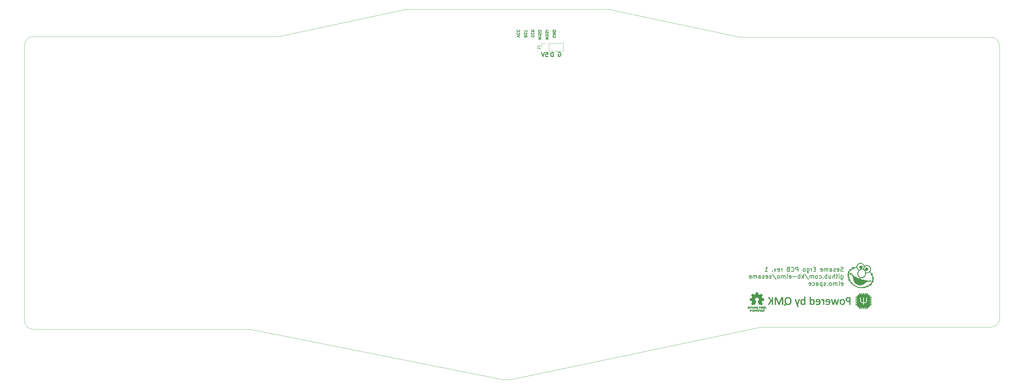
<source format=gbr>
%TF.GenerationSoftware,KiCad,Pcbnew,(5.1.7)-1*%
%TF.CreationDate,2021-01-21T21:16:41-08:00*%
%TF.ProjectId,sesame,73657361-6d65-42e6-9b69-6361645f7063,rev?*%
%TF.SameCoordinates,Original*%
%TF.FileFunction,Legend,Bot*%
%TF.FilePolarity,Positive*%
%FSLAX46Y46*%
G04 Gerber Fmt 4.6, Leading zero omitted, Abs format (unit mm)*
G04 Created by KiCad (PCBNEW (5.1.7)-1) date 2021-01-21 21:16:41*
%MOMM*%
%LPD*%
G01*
G04 APERTURE LIST*
%ADD10C,0.300000*%
%ADD11C,0.250000*%
%TA.AperFunction,Profile*%
%ADD12C,0.050000*%
%TD*%
%ADD13C,0.010000*%
%ADD14C,0.120000*%
%ADD15C,0.150000*%
G04 APERTURE END LIST*
D10*
X229223142Y-80784000D02*
X229366000Y-80712571D01*
X229580285Y-80712571D01*
X229794571Y-80784000D01*
X229937428Y-80926857D01*
X230008857Y-81069714D01*
X230080285Y-81355428D01*
X230080285Y-81569714D01*
X230008857Y-81855428D01*
X229937428Y-81998285D01*
X229794571Y-82141142D01*
X229580285Y-82212571D01*
X229437428Y-82212571D01*
X229223142Y-82141142D01*
X229151714Y-82069714D01*
X229151714Y-81569714D01*
X229437428Y-81569714D01*
X227405357Y-82276071D02*
X227405357Y-80776071D01*
X227048214Y-80776071D01*
X226833928Y-80847500D01*
X226691071Y-80990357D01*
X226619642Y-81133214D01*
X226548214Y-81418928D01*
X226548214Y-81633214D01*
X226619642Y-81918928D01*
X226691071Y-82061785D01*
X226833928Y-82204642D01*
X227048214Y-82276071D01*
X227405357Y-82276071D01*
X224758214Y-80776071D02*
X225472500Y-80776071D01*
X225543928Y-81490357D01*
X225472500Y-81418928D01*
X225329642Y-81347500D01*
X224972500Y-81347500D01*
X224829642Y-81418928D01*
X224758214Y-81490357D01*
X224686785Y-81633214D01*
X224686785Y-81990357D01*
X224758214Y-82133214D01*
X224829642Y-82204642D01*
X224972500Y-82276071D01*
X225329642Y-82276071D01*
X225472500Y-82204642D01*
X225543928Y-82133214D01*
X224258214Y-80776071D02*
X223758214Y-82276071D01*
X223258214Y-80776071D01*
D11*
X228211000Y-74929904D02*
X228258619Y-75025142D01*
X228258619Y-75168000D01*
X228211000Y-75310857D01*
X228115761Y-75406095D01*
X228020523Y-75453714D01*
X227830047Y-75501333D01*
X227687190Y-75501333D01*
X227496714Y-75453714D01*
X227401476Y-75406095D01*
X227306238Y-75310857D01*
X227258619Y-75168000D01*
X227258619Y-75072761D01*
X227306238Y-74929904D01*
X227353857Y-74882285D01*
X227687190Y-74882285D01*
X227687190Y-75072761D01*
X227258619Y-74453714D02*
X228258619Y-74453714D01*
X227258619Y-73882285D01*
X228258619Y-73882285D01*
X227258619Y-73406095D02*
X228258619Y-73406095D01*
X228258619Y-73168000D01*
X228211000Y-73025142D01*
X228115761Y-72929904D01*
X228020523Y-72882285D01*
X227830047Y-72834666D01*
X227687190Y-72834666D01*
X227496714Y-72882285D01*
X227401476Y-72929904D01*
X227306238Y-73025142D01*
X227258619Y-73168000D01*
X227258619Y-73406095D01*
X224667819Y-76095028D02*
X225667819Y-76095028D01*
X224953533Y-75761695D01*
X225667819Y-75428361D01*
X224667819Y-75428361D01*
X225667819Y-74761695D02*
X225667819Y-74571219D01*
X225620200Y-74475980D01*
X225524961Y-74380742D01*
X225334485Y-74333123D01*
X225001152Y-74333123D01*
X224810676Y-74380742D01*
X224715438Y-74475980D01*
X224667819Y-74571219D01*
X224667819Y-74761695D01*
X224715438Y-74856933D01*
X224810676Y-74952171D01*
X225001152Y-74999790D01*
X225334485Y-74999790D01*
X225524961Y-74952171D01*
X225620200Y-74856933D01*
X225667819Y-74761695D01*
X224715438Y-73952171D02*
X224667819Y-73809314D01*
X224667819Y-73571219D01*
X224715438Y-73475980D01*
X224763057Y-73428361D01*
X224858295Y-73380742D01*
X224953533Y-73380742D01*
X225048771Y-73428361D01*
X225096390Y-73475980D01*
X225144009Y-73571219D01*
X225191628Y-73761695D01*
X225239247Y-73856933D01*
X225286866Y-73904552D01*
X225382104Y-73952171D01*
X225477342Y-73952171D01*
X225572580Y-73904552D01*
X225620200Y-73856933D01*
X225667819Y-73761695D01*
X225667819Y-73523600D01*
X225620200Y-73380742D01*
X224667819Y-72952171D02*
X225667819Y-72952171D01*
X222127819Y-76095028D02*
X223127819Y-76095028D01*
X222413533Y-75761695D01*
X223127819Y-75428361D01*
X222127819Y-75428361D01*
X222127819Y-74952171D02*
X223127819Y-74952171D01*
X222175438Y-74523600D02*
X222127819Y-74380742D01*
X222127819Y-74142647D01*
X222175438Y-74047409D01*
X222223057Y-73999790D01*
X222318295Y-73952171D01*
X222413533Y-73952171D01*
X222508771Y-73999790D01*
X222556390Y-74047409D01*
X222604009Y-74142647D01*
X222651628Y-74333123D01*
X222699247Y-74428361D01*
X222746866Y-74475980D01*
X222842104Y-74523600D01*
X222937342Y-74523600D01*
X223032580Y-74475980D01*
X223080200Y-74428361D01*
X223127819Y-74333123D01*
X223127819Y-74095028D01*
X223080200Y-73952171D01*
X223127819Y-73333123D02*
X223127819Y-73142647D01*
X223080200Y-73047409D01*
X222984961Y-72952171D01*
X222794485Y-72904552D01*
X222461152Y-72904552D01*
X222270676Y-72952171D01*
X222175438Y-73047409D01*
X222127819Y-73142647D01*
X222127819Y-73333123D01*
X222175438Y-73428361D01*
X222270676Y-73523600D01*
X222461152Y-73571219D01*
X222794485Y-73571219D01*
X222984961Y-73523600D01*
X223080200Y-73428361D01*
X223127819Y-73333123D01*
X219686238Y-75326714D02*
X219638619Y-75183857D01*
X219638619Y-74945761D01*
X219686238Y-74850523D01*
X219733857Y-74802904D01*
X219829095Y-74755285D01*
X219924333Y-74755285D01*
X220019571Y-74802904D01*
X220067190Y-74850523D01*
X220114809Y-74945761D01*
X220162428Y-75136238D01*
X220210047Y-75231476D01*
X220257666Y-75279095D01*
X220352904Y-75326714D01*
X220448142Y-75326714D01*
X220543380Y-75279095D01*
X220591000Y-75231476D01*
X220638619Y-75136238D01*
X220638619Y-74898142D01*
X220591000Y-74755285D01*
X219733857Y-73755285D02*
X219686238Y-73802904D01*
X219638619Y-73945761D01*
X219638619Y-74041000D01*
X219686238Y-74183857D01*
X219781476Y-74279095D01*
X219876714Y-74326714D01*
X220067190Y-74374333D01*
X220210047Y-74374333D01*
X220400523Y-74326714D01*
X220495761Y-74279095D01*
X220591000Y-74183857D01*
X220638619Y-74041000D01*
X220638619Y-73945761D01*
X220591000Y-73802904D01*
X220543380Y-73755285D01*
X219638619Y-73326714D02*
X220638619Y-73326714D01*
X219638619Y-72755285D02*
X220210047Y-73183857D01*
X220638619Y-72755285D02*
X220067190Y-73326714D01*
X217098619Y-74715619D02*
X217574809Y-75048952D01*
X217098619Y-75287047D02*
X218098619Y-75287047D01*
X218098619Y-74906095D01*
X218051000Y-74810857D01*
X218003380Y-74763238D01*
X217908142Y-74715619D01*
X217765285Y-74715619D01*
X217670047Y-74763238D01*
X217622428Y-74810857D01*
X217574809Y-74906095D01*
X217574809Y-75287047D01*
X217146238Y-74334666D02*
X217098619Y-74191809D01*
X217098619Y-73953714D01*
X217146238Y-73858476D01*
X217193857Y-73810857D01*
X217289095Y-73763238D01*
X217384333Y-73763238D01*
X217479571Y-73810857D01*
X217527190Y-73858476D01*
X217574809Y-73953714D01*
X217622428Y-74144190D01*
X217670047Y-74239428D01*
X217717666Y-74287047D01*
X217812904Y-74334666D01*
X217908142Y-74334666D01*
X218003380Y-74287047D01*
X218051000Y-74239428D01*
X218098619Y-74144190D01*
X218098619Y-73906095D01*
X218051000Y-73763238D01*
X218098619Y-73477523D02*
X218098619Y-72906095D01*
X217098619Y-73191809D02*
X218098619Y-73191809D01*
X215558619Y-75374333D02*
X214558619Y-75041000D01*
X215558619Y-74707666D01*
X214653857Y-73802904D02*
X214606238Y-73850523D01*
X214558619Y-73993380D01*
X214558619Y-74088619D01*
X214606238Y-74231476D01*
X214701476Y-74326714D01*
X214796714Y-74374333D01*
X214987190Y-74421952D01*
X215130047Y-74421952D01*
X215320523Y-74374333D01*
X215415761Y-74326714D01*
X215511000Y-74231476D01*
X215558619Y-74088619D01*
X215558619Y-73993380D01*
X215511000Y-73850523D01*
X215463380Y-73802904D01*
X214653857Y-72802904D02*
X214606238Y-72850523D01*
X214558619Y-72993380D01*
X214558619Y-73088619D01*
X214606238Y-73231476D01*
X214701476Y-73326714D01*
X214796714Y-73374333D01*
X214987190Y-73421952D01*
X215130047Y-73421952D01*
X215320523Y-73374333D01*
X215415761Y-73326714D01*
X215511000Y-73231476D01*
X215558619Y-73088619D01*
X215558619Y-72993380D01*
X215511000Y-72850523D01*
X215463380Y-72802904D01*
X329751785Y-158000142D02*
X329537500Y-158071571D01*
X329180357Y-158071571D01*
X329037500Y-158000142D01*
X328966071Y-157928714D01*
X328894642Y-157785857D01*
X328894642Y-157643000D01*
X328966071Y-157500142D01*
X329037500Y-157428714D01*
X329180357Y-157357285D01*
X329466071Y-157285857D01*
X329608928Y-157214428D01*
X329680357Y-157143000D01*
X329751785Y-157000142D01*
X329751785Y-156857285D01*
X329680357Y-156714428D01*
X329608928Y-156643000D01*
X329466071Y-156571571D01*
X329108928Y-156571571D01*
X328894642Y-156643000D01*
X327680357Y-158000142D02*
X327823214Y-158071571D01*
X328108928Y-158071571D01*
X328251785Y-158000142D01*
X328323214Y-157857285D01*
X328323214Y-157285857D01*
X328251785Y-157143000D01*
X328108928Y-157071571D01*
X327823214Y-157071571D01*
X327680357Y-157143000D01*
X327608928Y-157285857D01*
X327608928Y-157428714D01*
X328323214Y-157571571D01*
X327037500Y-158000142D02*
X326894642Y-158071571D01*
X326608928Y-158071571D01*
X326466071Y-158000142D01*
X326394642Y-157857285D01*
X326394642Y-157785857D01*
X326466071Y-157643000D01*
X326608928Y-157571571D01*
X326823214Y-157571571D01*
X326966071Y-157500142D01*
X327037500Y-157357285D01*
X327037500Y-157285857D01*
X326966071Y-157143000D01*
X326823214Y-157071571D01*
X326608928Y-157071571D01*
X326466071Y-157143000D01*
X325108928Y-158071571D02*
X325108928Y-157285857D01*
X325180357Y-157143000D01*
X325323214Y-157071571D01*
X325608928Y-157071571D01*
X325751785Y-157143000D01*
X325108928Y-158000142D02*
X325251785Y-158071571D01*
X325608928Y-158071571D01*
X325751785Y-158000142D01*
X325823214Y-157857285D01*
X325823214Y-157714428D01*
X325751785Y-157571571D01*
X325608928Y-157500142D01*
X325251785Y-157500142D01*
X325108928Y-157428714D01*
X324394642Y-158071571D02*
X324394642Y-157071571D01*
X324394642Y-157214428D02*
X324323214Y-157143000D01*
X324180357Y-157071571D01*
X323966071Y-157071571D01*
X323823214Y-157143000D01*
X323751785Y-157285857D01*
X323751785Y-158071571D01*
X323751785Y-157285857D02*
X323680357Y-157143000D01*
X323537500Y-157071571D01*
X323323214Y-157071571D01*
X323180357Y-157143000D01*
X323108928Y-157285857D01*
X323108928Y-158071571D01*
X321823214Y-158000142D02*
X321966071Y-158071571D01*
X322251785Y-158071571D01*
X322394642Y-158000142D01*
X322466071Y-157857285D01*
X322466071Y-157285857D01*
X322394642Y-157143000D01*
X322251785Y-157071571D01*
X321966071Y-157071571D01*
X321823214Y-157143000D01*
X321751785Y-157285857D01*
X321751785Y-157428714D01*
X322466071Y-157571571D01*
X319966071Y-157285857D02*
X319466071Y-157285857D01*
X319251785Y-158071571D02*
X319966071Y-158071571D01*
X319966071Y-156571571D01*
X319251785Y-156571571D01*
X318608928Y-158071571D02*
X318608928Y-157071571D01*
X318608928Y-157357285D02*
X318537500Y-157214428D01*
X318466071Y-157143000D01*
X318323214Y-157071571D01*
X318180357Y-157071571D01*
X317037500Y-157071571D02*
X317037500Y-158285857D01*
X317108928Y-158428714D01*
X317180357Y-158500142D01*
X317323214Y-158571571D01*
X317537500Y-158571571D01*
X317680357Y-158500142D01*
X317037500Y-158000142D02*
X317180357Y-158071571D01*
X317466071Y-158071571D01*
X317608928Y-158000142D01*
X317680357Y-157928714D01*
X317751785Y-157785857D01*
X317751785Y-157357285D01*
X317680357Y-157214428D01*
X317608928Y-157143000D01*
X317466071Y-157071571D01*
X317180357Y-157071571D01*
X317037500Y-157143000D01*
X316108928Y-158071571D02*
X316251785Y-158000142D01*
X316323214Y-157928714D01*
X316394642Y-157785857D01*
X316394642Y-157357285D01*
X316323214Y-157214428D01*
X316251785Y-157143000D01*
X316108928Y-157071571D01*
X315894642Y-157071571D01*
X315751785Y-157143000D01*
X315680357Y-157214428D01*
X315608928Y-157357285D01*
X315608928Y-157785857D01*
X315680357Y-157928714D01*
X315751785Y-158000142D01*
X315894642Y-158071571D01*
X316108928Y-158071571D01*
X313823214Y-158071571D02*
X313823214Y-156571571D01*
X313251785Y-156571571D01*
X313108928Y-156643000D01*
X313037500Y-156714428D01*
X312966071Y-156857285D01*
X312966071Y-157071571D01*
X313037500Y-157214428D01*
X313108928Y-157285857D01*
X313251785Y-157357285D01*
X313823214Y-157357285D01*
X311466071Y-157928714D02*
X311537500Y-158000142D01*
X311751785Y-158071571D01*
X311894642Y-158071571D01*
X312108928Y-158000142D01*
X312251785Y-157857285D01*
X312323214Y-157714428D01*
X312394642Y-157428714D01*
X312394642Y-157214428D01*
X312323214Y-156928714D01*
X312251785Y-156785857D01*
X312108928Y-156643000D01*
X311894642Y-156571571D01*
X311751785Y-156571571D01*
X311537500Y-156643000D01*
X311466071Y-156714428D01*
X310323214Y-157285857D02*
X310108928Y-157357285D01*
X310037500Y-157428714D01*
X309966071Y-157571571D01*
X309966071Y-157785857D01*
X310037500Y-157928714D01*
X310108928Y-158000142D01*
X310251785Y-158071571D01*
X310823214Y-158071571D01*
X310823214Y-156571571D01*
X310323214Y-156571571D01*
X310180357Y-156643000D01*
X310108928Y-156714428D01*
X310037500Y-156857285D01*
X310037500Y-157000142D01*
X310108928Y-157143000D01*
X310180357Y-157214428D01*
X310323214Y-157285857D01*
X310823214Y-157285857D01*
X308180357Y-158071571D02*
X308180357Y-157071571D01*
X308180357Y-157357285D02*
X308108928Y-157214428D01*
X308037500Y-157143000D01*
X307894642Y-157071571D01*
X307751785Y-157071571D01*
X306680357Y-158000142D02*
X306823214Y-158071571D01*
X307108928Y-158071571D01*
X307251785Y-158000142D01*
X307323214Y-157857285D01*
X307323214Y-157285857D01*
X307251785Y-157143000D01*
X307108928Y-157071571D01*
X306823214Y-157071571D01*
X306680357Y-157143000D01*
X306608928Y-157285857D01*
X306608928Y-157428714D01*
X307323214Y-157571571D01*
X306108928Y-157071571D02*
X305751785Y-158071571D01*
X305394642Y-157071571D01*
X304823214Y-157928714D02*
X304751785Y-158000142D01*
X304823214Y-158071571D01*
X304894642Y-158000142D01*
X304823214Y-157928714D01*
X304823214Y-158071571D01*
X302180357Y-158071571D02*
X303037500Y-158071571D01*
X302608928Y-158071571D02*
X302608928Y-156571571D01*
X302751785Y-156785857D01*
X302894642Y-156928714D01*
X303037500Y-157000142D01*
X329037500Y-159571571D02*
X329037500Y-160785857D01*
X329108928Y-160928714D01*
X329180357Y-161000142D01*
X329323214Y-161071571D01*
X329537500Y-161071571D01*
X329680357Y-161000142D01*
X329037500Y-160500142D02*
X329180357Y-160571571D01*
X329466071Y-160571571D01*
X329608928Y-160500142D01*
X329680357Y-160428714D01*
X329751785Y-160285857D01*
X329751785Y-159857285D01*
X329680357Y-159714428D01*
X329608928Y-159643000D01*
X329466071Y-159571571D01*
X329180357Y-159571571D01*
X329037500Y-159643000D01*
X328323214Y-160571571D02*
X328323214Y-159571571D01*
X328323214Y-159071571D02*
X328394642Y-159143000D01*
X328323214Y-159214428D01*
X328251785Y-159143000D01*
X328323214Y-159071571D01*
X328323214Y-159214428D01*
X327823214Y-159571571D02*
X327251785Y-159571571D01*
X327608928Y-159071571D02*
X327608928Y-160357285D01*
X327537500Y-160500142D01*
X327394642Y-160571571D01*
X327251785Y-160571571D01*
X326751785Y-160571571D02*
X326751785Y-159071571D01*
X326108928Y-160571571D02*
X326108928Y-159785857D01*
X326180357Y-159643000D01*
X326323214Y-159571571D01*
X326537500Y-159571571D01*
X326680357Y-159643000D01*
X326751785Y-159714428D01*
X324751785Y-159571571D02*
X324751785Y-160571571D01*
X325394642Y-159571571D02*
X325394642Y-160357285D01*
X325323214Y-160500142D01*
X325180357Y-160571571D01*
X324966071Y-160571571D01*
X324823214Y-160500142D01*
X324751785Y-160428714D01*
X324037500Y-160571571D02*
X324037500Y-159071571D01*
X324037500Y-159643000D02*
X323894642Y-159571571D01*
X323608928Y-159571571D01*
X323466071Y-159643000D01*
X323394642Y-159714428D01*
X323323214Y-159857285D01*
X323323214Y-160285857D01*
X323394642Y-160428714D01*
X323466071Y-160500142D01*
X323608928Y-160571571D01*
X323894642Y-160571571D01*
X324037500Y-160500142D01*
X322680357Y-160428714D02*
X322608928Y-160500142D01*
X322680357Y-160571571D01*
X322751785Y-160500142D01*
X322680357Y-160428714D01*
X322680357Y-160571571D01*
X321323214Y-160500142D02*
X321466071Y-160571571D01*
X321751785Y-160571571D01*
X321894642Y-160500142D01*
X321966071Y-160428714D01*
X322037500Y-160285857D01*
X322037500Y-159857285D01*
X321966071Y-159714428D01*
X321894642Y-159643000D01*
X321751785Y-159571571D01*
X321466071Y-159571571D01*
X321323214Y-159643000D01*
X320466071Y-160571571D02*
X320608928Y-160500142D01*
X320680357Y-160428714D01*
X320751785Y-160285857D01*
X320751785Y-159857285D01*
X320680357Y-159714428D01*
X320608928Y-159643000D01*
X320466071Y-159571571D01*
X320251785Y-159571571D01*
X320108928Y-159643000D01*
X320037500Y-159714428D01*
X319966071Y-159857285D01*
X319966071Y-160285857D01*
X320037500Y-160428714D01*
X320108928Y-160500142D01*
X320251785Y-160571571D01*
X320466071Y-160571571D01*
X319323214Y-160571571D02*
X319323214Y-159571571D01*
X319323214Y-159714428D02*
X319251785Y-159643000D01*
X319108928Y-159571571D01*
X318894642Y-159571571D01*
X318751785Y-159643000D01*
X318680357Y-159785857D01*
X318680357Y-160571571D01*
X318680357Y-159785857D02*
X318608928Y-159643000D01*
X318466071Y-159571571D01*
X318251785Y-159571571D01*
X318108928Y-159643000D01*
X318037500Y-159785857D01*
X318037500Y-160571571D01*
X316251785Y-159000142D02*
X317537500Y-160928714D01*
X315751785Y-160571571D02*
X315751785Y-159071571D01*
X315608928Y-160000142D02*
X315180357Y-160571571D01*
X315180357Y-159571571D02*
X315751785Y-160143000D01*
X314537500Y-160571571D02*
X314537500Y-159071571D01*
X314537500Y-159643000D02*
X314394642Y-159571571D01*
X314108928Y-159571571D01*
X313966071Y-159643000D01*
X313894642Y-159714428D01*
X313823214Y-159857285D01*
X313823214Y-160285857D01*
X313894642Y-160428714D01*
X313966071Y-160500142D01*
X314108928Y-160571571D01*
X314394642Y-160571571D01*
X314537500Y-160500142D01*
X313180357Y-160000142D02*
X312037500Y-160000142D01*
X310751785Y-160500142D02*
X310894642Y-160571571D01*
X311180357Y-160571571D01*
X311323214Y-160500142D01*
X311394642Y-160357285D01*
X311394642Y-159785857D01*
X311323214Y-159643000D01*
X311180357Y-159571571D01*
X310894642Y-159571571D01*
X310751785Y-159643000D01*
X310680357Y-159785857D01*
X310680357Y-159928714D01*
X311394642Y-160071571D01*
X309823214Y-160571571D02*
X309966071Y-160500142D01*
X310037500Y-160357285D01*
X310037500Y-159071571D01*
X309251785Y-160571571D02*
X309251785Y-159571571D01*
X309251785Y-159714428D02*
X309180357Y-159643000D01*
X309037500Y-159571571D01*
X308823214Y-159571571D01*
X308680357Y-159643000D01*
X308608928Y-159785857D01*
X308608928Y-160571571D01*
X308608928Y-159785857D02*
X308537500Y-159643000D01*
X308394642Y-159571571D01*
X308180357Y-159571571D01*
X308037500Y-159643000D01*
X307966071Y-159785857D01*
X307966071Y-160571571D01*
X307037500Y-160571571D02*
X307180357Y-160500142D01*
X307251785Y-160428714D01*
X307323214Y-160285857D01*
X307323214Y-159857285D01*
X307251785Y-159714428D01*
X307180357Y-159643000D01*
X307037500Y-159571571D01*
X306823214Y-159571571D01*
X306680357Y-159643000D01*
X306608928Y-159714428D01*
X306537500Y-159857285D01*
X306537500Y-160285857D01*
X306608928Y-160428714D01*
X306680357Y-160500142D01*
X306823214Y-160571571D01*
X307037500Y-160571571D01*
X304823214Y-159000142D02*
X306108928Y-160928714D01*
X304394642Y-160500142D02*
X304251785Y-160571571D01*
X303966071Y-160571571D01*
X303823214Y-160500142D01*
X303751785Y-160357285D01*
X303751785Y-160285857D01*
X303823214Y-160143000D01*
X303966071Y-160071571D01*
X304180357Y-160071571D01*
X304323214Y-160000142D01*
X304394642Y-159857285D01*
X304394642Y-159785857D01*
X304323214Y-159643000D01*
X304180357Y-159571571D01*
X303966071Y-159571571D01*
X303823214Y-159643000D01*
X302537500Y-160500142D02*
X302680357Y-160571571D01*
X302966071Y-160571571D01*
X303108928Y-160500142D01*
X303180357Y-160357285D01*
X303180357Y-159785857D01*
X303108928Y-159643000D01*
X302966071Y-159571571D01*
X302680357Y-159571571D01*
X302537500Y-159643000D01*
X302466071Y-159785857D01*
X302466071Y-159928714D01*
X303180357Y-160071571D01*
X301894642Y-160500142D02*
X301751785Y-160571571D01*
X301466071Y-160571571D01*
X301323214Y-160500142D01*
X301251785Y-160357285D01*
X301251785Y-160285857D01*
X301323214Y-160143000D01*
X301466071Y-160071571D01*
X301680357Y-160071571D01*
X301823214Y-160000142D01*
X301894642Y-159857285D01*
X301894642Y-159785857D01*
X301823214Y-159643000D01*
X301680357Y-159571571D01*
X301466071Y-159571571D01*
X301323214Y-159643000D01*
X299966071Y-160571571D02*
X299966071Y-159785857D01*
X300037500Y-159643000D01*
X300180357Y-159571571D01*
X300466071Y-159571571D01*
X300608928Y-159643000D01*
X299966071Y-160500142D02*
X300108928Y-160571571D01*
X300466071Y-160571571D01*
X300608928Y-160500142D01*
X300680357Y-160357285D01*
X300680357Y-160214428D01*
X300608928Y-160071571D01*
X300466071Y-160000142D01*
X300108928Y-160000142D01*
X299966071Y-159928714D01*
X299251785Y-160571571D02*
X299251785Y-159571571D01*
X299251785Y-159714428D02*
X299180357Y-159643000D01*
X299037500Y-159571571D01*
X298823214Y-159571571D01*
X298680357Y-159643000D01*
X298608928Y-159785857D01*
X298608928Y-160571571D01*
X298608928Y-159785857D02*
X298537500Y-159643000D01*
X298394642Y-159571571D01*
X298180357Y-159571571D01*
X298037500Y-159643000D01*
X297966071Y-159785857D01*
X297966071Y-160571571D01*
X296680357Y-160500142D02*
X296823214Y-160571571D01*
X297108928Y-160571571D01*
X297251785Y-160500142D01*
X297323214Y-160357285D01*
X297323214Y-159785857D01*
X297251785Y-159643000D01*
X297108928Y-159571571D01*
X296823214Y-159571571D01*
X296680357Y-159643000D01*
X296608928Y-159785857D01*
X296608928Y-159928714D01*
X297323214Y-160071571D01*
X329108928Y-163000142D02*
X329251785Y-163071571D01*
X329537500Y-163071571D01*
X329680357Y-163000142D01*
X329751785Y-162857285D01*
X329751785Y-162285857D01*
X329680357Y-162143000D01*
X329537500Y-162071571D01*
X329251785Y-162071571D01*
X329108928Y-162143000D01*
X329037500Y-162285857D01*
X329037500Y-162428714D01*
X329751785Y-162571571D01*
X328180357Y-163071571D02*
X328323214Y-163000142D01*
X328394642Y-162857285D01*
X328394642Y-161571571D01*
X327608928Y-163071571D02*
X327608928Y-162071571D01*
X327608928Y-162214428D02*
X327537500Y-162143000D01*
X327394642Y-162071571D01*
X327180357Y-162071571D01*
X327037500Y-162143000D01*
X326966071Y-162285857D01*
X326966071Y-163071571D01*
X326966071Y-162285857D02*
X326894642Y-162143000D01*
X326751785Y-162071571D01*
X326537500Y-162071571D01*
X326394642Y-162143000D01*
X326323214Y-162285857D01*
X326323214Y-163071571D01*
X325394642Y-163071571D02*
X325537500Y-163000142D01*
X325608928Y-162928714D01*
X325680357Y-162785857D01*
X325680357Y-162357285D01*
X325608928Y-162214428D01*
X325537500Y-162143000D01*
X325394642Y-162071571D01*
X325180357Y-162071571D01*
X325037500Y-162143000D01*
X324966071Y-162214428D01*
X324894642Y-162357285D01*
X324894642Y-162785857D01*
X324966071Y-162928714D01*
X325037500Y-163000142D01*
X325180357Y-163071571D01*
X325394642Y-163071571D01*
X324251785Y-162928714D02*
X324180357Y-163000142D01*
X324251785Y-163071571D01*
X324323214Y-163000142D01*
X324251785Y-162928714D01*
X324251785Y-163071571D01*
X323608928Y-163000142D02*
X323466071Y-163071571D01*
X323180357Y-163071571D01*
X323037500Y-163000142D01*
X322966071Y-162857285D01*
X322966071Y-162785857D01*
X323037500Y-162643000D01*
X323180357Y-162571571D01*
X323394642Y-162571571D01*
X323537500Y-162500142D01*
X323608928Y-162357285D01*
X323608928Y-162285857D01*
X323537500Y-162143000D01*
X323394642Y-162071571D01*
X323180357Y-162071571D01*
X323037500Y-162143000D01*
X322323214Y-162071571D02*
X322323214Y-163571571D01*
X322323214Y-162143000D02*
X322180357Y-162071571D01*
X321894642Y-162071571D01*
X321751785Y-162143000D01*
X321680357Y-162214428D01*
X321608928Y-162357285D01*
X321608928Y-162785857D01*
X321680357Y-162928714D01*
X321751785Y-163000142D01*
X321894642Y-163071571D01*
X322180357Y-163071571D01*
X322323214Y-163000142D01*
X320323214Y-163071571D02*
X320323214Y-162285857D01*
X320394642Y-162143000D01*
X320537500Y-162071571D01*
X320823214Y-162071571D01*
X320966071Y-162143000D01*
X320323214Y-163000142D02*
X320466071Y-163071571D01*
X320823214Y-163071571D01*
X320966071Y-163000142D01*
X321037500Y-162857285D01*
X321037500Y-162714428D01*
X320966071Y-162571571D01*
X320823214Y-162500142D01*
X320466071Y-162500142D01*
X320323214Y-162428714D01*
X318966071Y-163000142D02*
X319108928Y-163071571D01*
X319394642Y-163071571D01*
X319537500Y-163000142D01*
X319608928Y-162928714D01*
X319680357Y-162785857D01*
X319680357Y-162357285D01*
X319608928Y-162214428D01*
X319537500Y-162143000D01*
X319394642Y-162071571D01*
X319108928Y-162071571D01*
X318966071Y-162143000D01*
X317751785Y-163000142D02*
X317894642Y-163071571D01*
X318180357Y-163071571D01*
X318323214Y-163000142D01*
X318394642Y-162857285D01*
X318394642Y-162285857D01*
X318323214Y-162143000D01*
X318180357Y-162071571D01*
X317894642Y-162071571D01*
X317751785Y-162143000D01*
X317680357Y-162285857D01*
X317680357Y-162428714D01*
X318394642Y-162571571D01*
D12*
X43688000Y-178562000D02*
G75*
G02*
X40640000Y-175514000I0J3048000D01*
G01*
X212136488Y-196378544D02*
G75*
G02*
X209804001Y-196341999I-1062488J6640544D01*
G01*
X385064000Y-174752000D02*
G75*
G02*
X382016000Y-177800000I-3048000J0D01*
G01*
X382016000Y-75438000D02*
G75*
G02*
X385064000Y-78486000I0J-3048000D01*
G01*
X293392751Y-75346994D02*
G75*
G03*
X294132000Y-75438000I739249J2956994D01*
G01*
X247435982Y-65639400D02*
G75*
G03*
X246634000Y-65532000I-801982J-2940600D01*
G01*
X174966018Y-65639400D02*
G75*
G02*
X175768000Y-65532000I801982J-2940600D01*
G01*
X130533249Y-75092994D02*
G75*
G02*
X129794000Y-75184000I-739249J2956994D01*
G01*
X40640000Y-78232000D02*
G75*
G02*
X43688000Y-75184000I3048000J0D01*
G01*
X130533249Y-75092994D02*
X174966018Y-65639400D01*
X43688000Y-75184000D02*
X129794000Y-75184000D01*
X40640000Y-175514000D02*
X40640000Y-78232000D01*
X120396000Y-178562000D02*
X43688000Y-178562000D01*
X209804001Y-196341999D02*
X120396000Y-178562000D01*
X300736000Y-177800000D02*
X212136488Y-196378544D01*
X382016000Y-177800000D02*
X300736000Y-177800000D01*
X385064000Y-78486000D02*
X385064000Y-174752000D01*
X294132000Y-75438000D02*
X382016000Y-75438000D01*
X247435982Y-65639400D02*
X293392751Y-75346994D01*
X175768000Y-65532000D02*
X246634000Y-65532000D01*
D13*
%TO.C,G\u002A\u002A\u002A*%
G36*
X303403505Y-167211547D02*
G01*
X303334049Y-167244961D01*
X303307750Y-167295801D01*
X303327828Y-167340272D01*
X303384752Y-167425888D01*
X303473563Y-167546002D01*
X303589299Y-167693964D01*
X303727001Y-167863126D01*
X303766112Y-167910147D01*
X304224474Y-168458819D01*
X303732734Y-169116670D01*
X303600251Y-169296336D01*
X303482043Y-169461316D01*
X303383085Y-169604283D01*
X303308352Y-169717907D01*
X303262819Y-169794863D01*
X303250858Y-169826448D01*
X303286207Y-169861169D01*
X303362454Y-169883392D01*
X303457965Y-169891683D01*
X303551107Y-169884606D01*
X303620249Y-169860726D01*
X303631511Y-169851703D01*
X303662487Y-169814093D01*
X303725118Y-169732825D01*
X303813654Y-169615553D01*
X303922341Y-169469931D01*
X304045428Y-169303611D01*
X304135369Y-169181300D01*
X304593625Y-168556497D01*
X304625375Y-169878375D01*
X304785345Y-169887738D01*
X304881560Y-169888983D01*
X304949963Y-169881791D01*
X304967908Y-169874509D01*
X304972794Y-169838864D01*
X304977317Y-169746525D01*
X304981360Y-169604297D01*
X304984808Y-169418986D01*
X304987542Y-169197395D01*
X304989448Y-168946332D01*
X304990407Y-168672600D01*
X304990500Y-168554672D01*
X304990500Y-167257428D01*
X304903188Y-167224188D01*
X304784650Y-167207623D01*
X304720625Y-167218179D01*
X304625375Y-167245409D01*
X304593625Y-168409803D01*
X304134490Y-167831069D01*
X303987734Y-167649130D01*
X303855853Y-167491555D01*
X303744300Y-167364502D01*
X303658527Y-167274130D01*
X303603986Y-167226598D01*
X303595071Y-167221811D01*
X303496921Y-167202180D01*
X303403505Y-167211547D01*
G37*
X303403505Y-167211547D02*
X303334049Y-167244961D01*
X303307750Y-167295801D01*
X303327828Y-167340272D01*
X303384752Y-167425888D01*
X303473563Y-167546002D01*
X303589299Y-167693964D01*
X303727001Y-167863126D01*
X303766112Y-167910147D01*
X304224474Y-168458819D01*
X303732734Y-169116670D01*
X303600251Y-169296336D01*
X303482043Y-169461316D01*
X303383085Y-169604283D01*
X303308352Y-169717907D01*
X303262819Y-169794863D01*
X303250858Y-169826448D01*
X303286207Y-169861169D01*
X303362454Y-169883392D01*
X303457965Y-169891683D01*
X303551107Y-169884606D01*
X303620249Y-169860726D01*
X303631511Y-169851703D01*
X303662487Y-169814093D01*
X303725118Y-169732825D01*
X303813654Y-169615553D01*
X303922341Y-169469931D01*
X304045428Y-169303611D01*
X304135369Y-169181300D01*
X304593625Y-168556497D01*
X304625375Y-169878375D01*
X304785345Y-169887738D01*
X304881560Y-169888983D01*
X304949963Y-169881791D01*
X304967908Y-169874509D01*
X304972794Y-169838864D01*
X304977317Y-169746525D01*
X304981360Y-169604297D01*
X304984808Y-169418986D01*
X304987542Y-169197395D01*
X304989448Y-168946332D01*
X304990407Y-168672600D01*
X304990500Y-168554672D01*
X304990500Y-167257428D01*
X304903188Y-167224188D01*
X304784650Y-167207623D01*
X304720625Y-167218179D01*
X304625375Y-167245409D01*
X304593625Y-168409803D01*
X304134490Y-167831069D01*
X303987734Y-167649130D01*
X303855853Y-167491555D01*
X303744300Y-167364502D01*
X303658527Y-167274130D01*
X303603986Y-167226598D01*
X303595071Y-167221811D01*
X303496921Y-167202180D01*
X303403505Y-167211547D01*
G36*
X305795255Y-167240980D02*
G01*
X305718136Y-167268459D01*
X305706785Y-167277500D01*
X305694152Y-167295906D01*
X305683911Y-167327259D01*
X305675878Y-167377436D01*
X305669865Y-167452317D01*
X305665688Y-167557779D01*
X305663159Y-167699701D01*
X305662093Y-167883961D01*
X305662304Y-168116438D01*
X305663605Y-168403009D01*
X305664830Y-168603063D01*
X305673125Y-169878375D01*
X306022375Y-169878375D01*
X306054125Y-167603055D01*
X306495747Y-168708965D01*
X306596331Y-168959892D01*
X306690491Y-169192964D01*
X306775435Y-169401410D01*
X306848375Y-169578463D01*
X306906521Y-169717355D01*
X306947082Y-169811318D01*
X306967270Y-169853583D01*
X306967947Y-169854562D01*
X307016664Y-169879302D01*
X307101523Y-169893169D01*
X307133625Y-169894250D01*
X307224390Y-169885546D01*
X307288075Y-169863774D01*
X307298740Y-169854562D01*
X307316594Y-169816777D01*
X307354361Y-169726463D01*
X307409339Y-169590427D01*
X307478826Y-169415478D01*
X307560119Y-169208422D01*
X307650515Y-168976067D01*
X307747313Y-168725220D01*
X307755065Y-168705047D01*
X308181375Y-167595219D01*
X308213125Y-169878375D01*
X308356166Y-169887734D01*
X308459186Y-169885030D01*
X308529159Y-169864865D01*
X308538728Y-169857572D01*
X308549573Y-169815596D01*
X308558807Y-169718635D01*
X308566435Y-169575180D01*
X308572463Y-169393725D01*
X308576895Y-169182764D01*
X308579735Y-168950790D01*
X308580990Y-168706295D01*
X308580663Y-168457773D01*
X308578759Y-168213717D01*
X308575284Y-167982620D01*
X308570242Y-167772976D01*
X308563638Y-167593278D01*
X308555476Y-167452018D01*
X308545762Y-167357691D01*
X308537286Y-167322500D01*
X308509320Y-167279664D01*
X308468249Y-167254456D01*
X308397232Y-167241048D01*
X308280508Y-167233662D01*
X308131824Y-167234187D01*
X308031912Y-167252371D01*
X307989991Y-167272535D01*
X307961682Y-167303414D01*
X307923353Y-167367625D01*
X307872998Y-167469644D01*
X307808611Y-167613945D01*
X307728187Y-167805003D01*
X307629720Y-168047292D01*
X307526749Y-168305934D01*
X307433374Y-168540598D01*
X307346814Y-168755259D01*
X307269927Y-168943056D01*
X307205567Y-169097130D01*
X307156590Y-169210620D01*
X307125852Y-169276668D01*
X307116686Y-169291000D01*
X307100138Y-169262733D01*
X307062558Y-169182466D01*
X307006890Y-169056995D01*
X306936081Y-168893118D01*
X306853075Y-168697633D01*
X306760819Y-168477337D01*
X306689552Y-168305312D01*
X306563199Y-168002494D01*
X306454390Y-167749116D01*
X306364077Y-167547263D01*
X306293218Y-167399018D01*
X306242765Y-167306468D01*
X306217064Y-167273437D01*
X306139629Y-167243609D01*
X306028510Y-167228376D01*
X305906216Y-167227559D01*
X305795255Y-167240980D01*
G37*
X305795255Y-167240980D02*
X305718136Y-167268459D01*
X305706785Y-167277500D01*
X305694152Y-167295906D01*
X305683911Y-167327259D01*
X305675878Y-167377436D01*
X305669865Y-167452317D01*
X305665688Y-167557779D01*
X305663159Y-167699701D01*
X305662093Y-167883961D01*
X305662304Y-168116438D01*
X305663605Y-168403009D01*
X305664830Y-168603063D01*
X305673125Y-169878375D01*
X306022375Y-169878375D01*
X306054125Y-167603055D01*
X306495747Y-168708965D01*
X306596331Y-168959892D01*
X306690491Y-169192964D01*
X306775435Y-169401410D01*
X306848375Y-169578463D01*
X306906521Y-169717355D01*
X306947082Y-169811318D01*
X306967270Y-169853583D01*
X306967947Y-169854562D01*
X307016664Y-169879302D01*
X307101523Y-169893169D01*
X307133625Y-169894250D01*
X307224390Y-169885546D01*
X307288075Y-169863774D01*
X307298740Y-169854562D01*
X307316594Y-169816777D01*
X307354361Y-169726463D01*
X307409339Y-169590427D01*
X307478826Y-169415478D01*
X307560119Y-169208422D01*
X307650515Y-168976067D01*
X307747313Y-168725220D01*
X307755065Y-168705047D01*
X308181375Y-167595219D01*
X308213125Y-169878375D01*
X308356166Y-169887734D01*
X308459186Y-169885030D01*
X308529159Y-169864865D01*
X308538728Y-169857572D01*
X308549573Y-169815596D01*
X308558807Y-169718635D01*
X308566435Y-169575180D01*
X308572463Y-169393725D01*
X308576895Y-169182764D01*
X308579735Y-168950790D01*
X308580990Y-168706295D01*
X308580663Y-168457773D01*
X308578759Y-168213717D01*
X308575284Y-167982620D01*
X308570242Y-167772976D01*
X308563638Y-167593278D01*
X308555476Y-167452018D01*
X308545762Y-167357691D01*
X308537286Y-167322500D01*
X308509320Y-167279664D01*
X308468249Y-167254456D01*
X308397232Y-167241048D01*
X308280508Y-167233662D01*
X308131824Y-167234187D01*
X308031912Y-167252371D01*
X307989991Y-167272535D01*
X307961682Y-167303414D01*
X307923353Y-167367625D01*
X307872998Y-167469644D01*
X307808611Y-167613945D01*
X307728187Y-167805003D01*
X307629720Y-168047292D01*
X307526749Y-168305934D01*
X307433374Y-168540598D01*
X307346814Y-168755259D01*
X307269927Y-168943056D01*
X307205567Y-169097130D01*
X307156590Y-169210620D01*
X307125852Y-169276668D01*
X307116686Y-169291000D01*
X307100138Y-169262733D01*
X307062558Y-169182466D01*
X307006890Y-169056995D01*
X306936081Y-168893118D01*
X306853075Y-168697633D01*
X306760819Y-168477337D01*
X306689552Y-168305312D01*
X306563199Y-168002494D01*
X306454390Y-167749116D01*
X306364077Y-167547263D01*
X306293218Y-167399018D01*
X306242765Y-167306468D01*
X306217064Y-167273437D01*
X306139629Y-167243609D01*
X306028510Y-167228376D01*
X305906216Y-167227559D01*
X305795255Y-167240980D01*
G36*
X322102319Y-167903214D02*
G01*
X322024885Y-167937434D01*
X321986757Y-168006524D01*
X321976750Y-168117644D01*
X321976750Y-168275554D01*
X322152898Y-168254852D01*
X322291537Y-168248984D01*
X322398400Y-168274963D01*
X322491763Y-168341531D01*
X322589906Y-168457428D01*
X322597222Y-168467333D01*
X322705627Y-168615011D01*
X322722875Y-169878375D01*
X322866933Y-169887776D01*
X322958276Y-169888843D01*
X323021197Y-169880598D01*
X323033620Y-169874547D01*
X323039268Y-169838278D01*
X323044402Y-169746463D01*
X323048838Y-169607057D01*
X323052394Y-169428014D01*
X323054889Y-169217286D01*
X323056139Y-168982829D01*
X323056250Y-168887093D01*
X323056250Y-167922270D01*
X322905438Y-167931947D01*
X322754625Y-167941625D01*
X322744908Y-168075639D01*
X322735190Y-168209653D01*
X322637007Y-168097830D01*
X322504696Y-167976163D01*
X322365574Y-167910674D01*
X322230240Y-167894000D01*
X322102319Y-167903214D01*
G37*
X322102319Y-167903214D02*
X322024885Y-167937434D01*
X321986757Y-168006524D01*
X321976750Y-168117644D01*
X321976750Y-168275554D01*
X322152898Y-168254852D01*
X322291537Y-168248984D01*
X322398400Y-168274963D01*
X322491763Y-168341531D01*
X322589906Y-168457428D01*
X322597222Y-168467333D01*
X322705627Y-168615011D01*
X322722875Y-169878375D01*
X322866933Y-169887776D01*
X322958276Y-169888843D01*
X323021197Y-169880598D01*
X323033620Y-169874547D01*
X323039268Y-169838278D01*
X323044402Y-169746463D01*
X323048838Y-169607057D01*
X323052394Y-169428014D01*
X323054889Y-169217286D01*
X323056139Y-168982829D01*
X323056250Y-168887093D01*
X323056250Y-167922270D01*
X322905438Y-167931947D01*
X322754625Y-167941625D01*
X322744908Y-168075639D01*
X322735190Y-168209653D01*
X322637007Y-168097830D01*
X322504696Y-167976163D01*
X322365574Y-167910674D01*
X322230240Y-167894000D01*
X322102319Y-167903214D01*
G36*
X327870854Y-168187687D02*
G01*
X327822617Y-168349464D01*
X327770453Y-168526445D01*
X327725293Y-168681532D01*
X327723500Y-168687750D01*
X327679540Y-168838703D01*
X327627582Y-169014778D01*
X327578144Y-169180353D01*
X327573506Y-169195750D01*
X327492125Y-169465625D01*
X327293980Y-168730339D01*
X327237573Y-168522823D01*
X327185619Y-168335095D01*
X327140664Y-168176080D01*
X327105254Y-168054707D01*
X327081936Y-167979903D01*
X327074419Y-167960401D01*
X327032567Y-167940191D01*
X326950160Y-167927704D01*
X326897619Y-167925750D01*
X326803713Y-167928676D01*
X326753451Y-167944863D01*
X326727013Y-167985420D01*
X326713542Y-168028937D01*
X326654439Y-168239118D01*
X326592457Y-168455378D01*
X326530185Y-168669113D01*
X326470209Y-168871717D01*
X326415118Y-169054586D01*
X326367499Y-169209114D01*
X326329939Y-169326697D01*
X326305027Y-169398728D01*
X326295913Y-169417775D01*
X326282182Y-169388729D01*
X326254472Y-169308196D01*
X326215847Y-169185862D01*
X326169372Y-169031408D01*
X326122552Y-168870087D01*
X326067089Y-168676419D01*
X326012941Y-168488357D01*
X325964425Y-168320827D01*
X325925860Y-168188750D01*
X325906739Y-168124187D01*
X325847250Y-167925750D01*
X325691874Y-167925750D01*
X325597668Y-167931707D01*
X325532293Y-167946866D01*
X325516967Y-167957352D01*
X325522006Y-167992612D01*
X325543327Y-168079384D01*
X325578224Y-168208587D01*
X325623991Y-168371138D01*
X325677925Y-168557953D01*
X325737318Y-168759952D01*
X325799467Y-168968050D01*
X325861666Y-169173166D01*
X325921211Y-169366217D01*
X325975395Y-169538120D01*
X326021515Y-169679794D01*
X326056864Y-169782155D01*
X326072574Y-169822812D01*
X326097704Y-169863464D01*
X326140558Y-169885039D01*
X326218672Y-169893295D01*
X326290182Y-169894250D01*
X326407000Y-169887476D01*
X326487095Y-169869173D01*
X326510042Y-169854562D01*
X326528292Y-169813328D01*
X326560813Y-169720603D01*
X326604516Y-169585979D01*
X326656316Y-169419048D01*
X326713125Y-169229401D01*
X326732290Y-169164000D01*
X326921971Y-168513125D01*
X326960099Y-168656000D01*
X327047923Y-168984283D01*
X327120749Y-169254646D01*
X327179558Y-169470623D01*
X327225331Y-169635749D01*
X327259050Y-169753560D01*
X327281695Y-169827591D01*
X327294248Y-169861378D01*
X327294980Y-169862669D01*
X327337995Y-169882484D01*
X327421593Y-169892507D01*
X327523686Y-169893163D01*
X327622185Y-169884876D01*
X327695001Y-169868071D01*
X327716785Y-169854562D01*
X327734786Y-169814148D01*
X327767818Y-169722176D01*
X327812985Y-169588006D01*
X327867390Y-169420996D01*
X327928138Y-169230506D01*
X327992332Y-169025894D01*
X328057075Y-168816520D01*
X328119471Y-168611743D01*
X328176625Y-168420921D01*
X328225639Y-168253415D01*
X328263617Y-168118583D01*
X328287664Y-168025784D01*
X328295000Y-167986137D01*
X328286377Y-167950948D01*
X328250591Y-167932711D01*
X328172765Y-167926222D01*
X328122297Y-167925750D01*
X327949593Y-167925750D01*
X327870854Y-168187687D01*
G37*
X327870854Y-168187687D02*
X327822617Y-168349464D01*
X327770453Y-168526445D01*
X327725293Y-168681532D01*
X327723500Y-168687750D01*
X327679540Y-168838703D01*
X327627582Y-169014778D01*
X327578144Y-169180353D01*
X327573506Y-169195750D01*
X327492125Y-169465625D01*
X327293980Y-168730339D01*
X327237573Y-168522823D01*
X327185619Y-168335095D01*
X327140664Y-168176080D01*
X327105254Y-168054707D01*
X327081936Y-167979903D01*
X327074419Y-167960401D01*
X327032567Y-167940191D01*
X326950160Y-167927704D01*
X326897619Y-167925750D01*
X326803713Y-167928676D01*
X326753451Y-167944863D01*
X326727013Y-167985420D01*
X326713542Y-168028937D01*
X326654439Y-168239118D01*
X326592457Y-168455378D01*
X326530185Y-168669113D01*
X326470209Y-168871717D01*
X326415118Y-169054586D01*
X326367499Y-169209114D01*
X326329939Y-169326697D01*
X326305027Y-169398728D01*
X326295913Y-169417775D01*
X326282182Y-169388729D01*
X326254472Y-169308196D01*
X326215847Y-169185862D01*
X326169372Y-169031408D01*
X326122552Y-168870087D01*
X326067089Y-168676419D01*
X326012941Y-168488357D01*
X325964425Y-168320827D01*
X325925860Y-168188750D01*
X325906739Y-168124187D01*
X325847250Y-167925750D01*
X325691874Y-167925750D01*
X325597668Y-167931707D01*
X325532293Y-167946866D01*
X325516967Y-167957352D01*
X325522006Y-167992612D01*
X325543327Y-168079384D01*
X325578224Y-168208587D01*
X325623991Y-168371138D01*
X325677925Y-168557953D01*
X325737318Y-168759952D01*
X325799467Y-168968050D01*
X325861666Y-169173166D01*
X325921211Y-169366217D01*
X325975395Y-169538120D01*
X326021515Y-169679794D01*
X326056864Y-169782155D01*
X326072574Y-169822812D01*
X326097704Y-169863464D01*
X326140558Y-169885039D01*
X326218672Y-169893295D01*
X326290182Y-169894250D01*
X326407000Y-169887476D01*
X326487095Y-169869173D01*
X326510042Y-169854562D01*
X326528292Y-169813328D01*
X326560813Y-169720603D01*
X326604516Y-169585979D01*
X326656316Y-169419048D01*
X326713125Y-169229401D01*
X326732290Y-169164000D01*
X326921971Y-168513125D01*
X326960099Y-168656000D01*
X327047923Y-168984283D01*
X327120749Y-169254646D01*
X327179558Y-169470623D01*
X327225331Y-169635749D01*
X327259050Y-169753560D01*
X327281695Y-169827591D01*
X327294248Y-169861378D01*
X327294980Y-169862669D01*
X327337995Y-169882484D01*
X327421593Y-169892507D01*
X327523686Y-169893163D01*
X327622185Y-169884876D01*
X327695001Y-169868071D01*
X327716785Y-169854562D01*
X327734786Y-169814148D01*
X327767818Y-169722176D01*
X327812985Y-169588006D01*
X327867390Y-169420996D01*
X327928138Y-169230506D01*
X327992332Y-169025894D01*
X328057075Y-168816520D01*
X328119471Y-168611743D01*
X328176625Y-168420921D01*
X328225639Y-168253415D01*
X328263617Y-168118583D01*
X328287664Y-168025784D01*
X328295000Y-167986137D01*
X328286377Y-167950948D01*
X328250591Y-167932711D01*
X328172765Y-167926222D01*
X328122297Y-167925750D01*
X327949593Y-167925750D01*
X327870854Y-168187687D01*
G36*
X331675987Y-167228643D02*
G01*
X331512802Y-167236900D01*
X331367743Y-167250034D01*
X331254371Y-167267907D01*
X331221316Y-167276237D01*
X331020952Y-167365149D01*
X330865825Y-167497424D01*
X330758720Y-167669200D01*
X330702424Y-167876616D01*
X330694130Y-168006984D01*
X330720772Y-168249421D01*
X330798313Y-168454954D01*
X330924813Y-168621901D01*
X331098335Y-168748580D01*
X331316940Y-168833308D01*
X331578690Y-168874403D01*
X331698013Y-168878250D01*
X331946250Y-168878250D01*
X331946250Y-169348150D01*
X331948580Y-169562583D01*
X331955726Y-169716807D01*
X331967922Y-169813946D01*
X331984350Y-169856150D01*
X332036874Y-169878621D01*
X332122862Y-169891614D01*
X332215142Y-169893699D01*
X332286542Y-169883446D01*
X332306084Y-169873083D01*
X332310701Y-169837723D01*
X332314971Y-169745722D01*
X332318781Y-169603940D01*
X332322020Y-169419236D01*
X332324576Y-169198469D01*
X332326336Y-168948498D01*
X332327187Y-168676183D01*
X332327250Y-168577683D01*
X332326727Y-168234933D01*
X332325075Y-167951507D01*
X332322174Y-167723238D01*
X332317902Y-167545957D01*
X332317849Y-167544750D01*
X331946250Y-167544750D01*
X331946250Y-168560750D01*
X331700188Y-168560700D01*
X331522997Y-168552269D01*
X331394816Y-168525761D01*
X331345257Y-168505138D01*
X331222349Y-168420289D01*
X331144320Y-168308179D01*
X331104013Y-168156463D01*
X331096510Y-168076220D01*
X331104060Y-167889405D01*
X331152855Y-167746115D01*
X331246153Y-167643401D01*
X331387213Y-167578314D01*
X331579292Y-167547905D01*
X331683818Y-167544750D01*
X331946250Y-167544750D01*
X332317849Y-167544750D01*
X332312139Y-167415496D01*
X332304765Y-167327689D01*
X332295657Y-167278366D01*
X332289151Y-167265350D01*
X332238758Y-167247148D01*
X332138684Y-167234516D01*
X332002490Y-167227313D01*
X331843737Y-167225401D01*
X331675987Y-167228643D01*
G37*
X331675987Y-167228643D02*
X331512802Y-167236900D01*
X331367743Y-167250034D01*
X331254371Y-167267907D01*
X331221316Y-167276237D01*
X331020952Y-167365149D01*
X330865825Y-167497424D01*
X330758720Y-167669200D01*
X330702424Y-167876616D01*
X330694130Y-168006984D01*
X330720772Y-168249421D01*
X330798313Y-168454954D01*
X330924813Y-168621901D01*
X331098335Y-168748580D01*
X331316940Y-168833308D01*
X331578690Y-168874403D01*
X331698013Y-168878250D01*
X331946250Y-168878250D01*
X331946250Y-169348150D01*
X331948580Y-169562583D01*
X331955726Y-169716807D01*
X331967922Y-169813946D01*
X331984350Y-169856150D01*
X332036874Y-169878621D01*
X332122862Y-169891614D01*
X332215142Y-169893699D01*
X332286542Y-169883446D01*
X332306084Y-169873083D01*
X332310701Y-169837723D01*
X332314971Y-169745722D01*
X332318781Y-169603940D01*
X332322020Y-169419236D01*
X332324576Y-169198469D01*
X332326336Y-168948498D01*
X332327187Y-168676183D01*
X332327250Y-168577683D01*
X332326727Y-168234933D01*
X332325075Y-167951507D01*
X332322174Y-167723238D01*
X332317902Y-167545957D01*
X332317849Y-167544750D01*
X331946250Y-167544750D01*
X331946250Y-168560750D01*
X331700188Y-168560700D01*
X331522997Y-168552269D01*
X331394816Y-168525761D01*
X331345257Y-168505138D01*
X331222349Y-168420289D01*
X331144320Y-168308179D01*
X331104013Y-168156463D01*
X331096510Y-168076220D01*
X331104060Y-167889405D01*
X331152855Y-167746115D01*
X331246153Y-167643401D01*
X331387213Y-167578314D01*
X331579292Y-167547905D01*
X331683818Y-167544750D01*
X331946250Y-167544750D01*
X332317849Y-167544750D01*
X332312139Y-167415496D01*
X332304765Y-167327689D01*
X332295657Y-167278366D01*
X332289151Y-167265350D01*
X332238758Y-167247148D01*
X332138684Y-167234516D01*
X332002490Y-167227313D01*
X331843737Y-167225401D01*
X331675987Y-167228643D01*
G36*
X316156141Y-167034652D02*
G01*
X316071250Y-167066928D01*
X316071250Y-168155536D01*
X315960113Y-168070768D01*
X315776860Y-167958545D01*
X315589656Y-167902783D01*
X315468000Y-167894000D01*
X315255840Y-167920894D01*
X315077772Y-168000467D01*
X314935041Y-168131054D01*
X314828892Y-168310989D01*
X314760571Y-168538606D01*
X314731321Y-168812239D01*
X314730252Y-168880935D01*
X314750968Y-169173576D01*
X314813046Y-169419531D01*
X314916167Y-169618134D01*
X315060014Y-169768718D01*
X315192080Y-169848652D01*
X315390599Y-169911694D01*
X315588847Y-169920099D01*
X315772487Y-169873582D01*
X315800186Y-169860710D01*
X315903095Y-169799748D01*
X315997167Y-169729043D01*
X316012350Y-169715218D01*
X316098704Y-169632485D01*
X316108790Y-169755430D01*
X316117775Y-169829683D01*
X316140646Y-169867025D01*
X316195307Y-169882211D01*
X316269688Y-169888052D01*
X316420500Y-169897729D01*
X316420500Y-169277778D01*
X316071250Y-169277778D01*
X315936313Y-169409745D01*
X315780921Y-169535261D01*
X315632982Y-169598939D01*
X315489216Y-169601525D01*
X315346778Y-169544034D01*
X315237998Y-169446259D01*
X315163045Y-169304093D01*
X315120429Y-169113466D01*
X315108492Y-168894125D01*
X315118589Y-168683856D01*
X315150597Y-168521154D01*
X315208542Y-168392653D01*
X315290185Y-168291178D01*
X315399812Y-168223265D01*
X315533333Y-168206023D01*
X315680001Y-168236904D01*
X315829071Y-168313360D01*
X315969796Y-168432842D01*
X315992553Y-168457746D01*
X316025752Y-168499832D01*
X316047757Y-168545249D01*
X316060898Y-168607615D01*
X316067510Y-168700546D01*
X316069925Y-168837660D01*
X316070247Y-168911326D01*
X316071250Y-169277778D01*
X316420500Y-169277778D01*
X316420500Y-167041795D01*
X316330766Y-167022086D01*
X316231648Y-167018566D01*
X316156141Y-167034652D01*
G37*
X316156141Y-167034652D02*
X316071250Y-167066928D01*
X316071250Y-168155536D01*
X315960113Y-168070768D01*
X315776860Y-167958545D01*
X315589656Y-167902783D01*
X315468000Y-167894000D01*
X315255840Y-167920894D01*
X315077772Y-168000467D01*
X314935041Y-168131054D01*
X314828892Y-168310989D01*
X314760571Y-168538606D01*
X314731321Y-168812239D01*
X314730252Y-168880935D01*
X314750968Y-169173576D01*
X314813046Y-169419531D01*
X314916167Y-169618134D01*
X315060014Y-169768718D01*
X315192080Y-169848652D01*
X315390599Y-169911694D01*
X315588847Y-169920099D01*
X315772487Y-169873582D01*
X315800186Y-169860710D01*
X315903095Y-169799748D01*
X315997167Y-169729043D01*
X316012350Y-169715218D01*
X316098704Y-169632485D01*
X316108790Y-169755430D01*
X316117775Y-169829683D01*
X316140646Y-169867025D01*
X316195307Y-169882211D01*
X316269688Y-169888052D01*
X316420500Y-169897729D01*
X316420500Y-169277778D01*
X316071250Y-169277778D01*
X315936313Y-169409745D01*
X315780921Y-169535261D01*
X315632982Y-169598939D01*
X315489216Y-169601525D01*
X315346778Y-169544034D01*
X315237998Y-169446259D01*
X315163045Y-169304093D01*
X315120429Y-169113466D01*
X315108492Y-168894125D01*
X315118589Y-168683856D01*
X315150597Y-168521154D01*
X315208542Y-168392653D01*
X315290185Y-168291178D01*
X315399812Y-168223265D01*
X315533333Y-168206023D01*
X315680001Y-168236904D01*
X315829071Y-168313360D01*
X315969796Y-168432842D01*
X315992553Y-168457746D01*
X316025752Y-168499832D01*
X316047757Y-168545249D01*
X316060898Y-168607615D01*
X316067510Y-168700546D01*
X316069925Y-168837660D01*
X316070247Y-168911326D01*
X316071250Y-169277778D01*
X316420500Y-169277778D01*
X316420500Y-167041795D01*
X316330766Y-167022086D01*
X316231648Y-167018566D01*
X316156141Y-167034652D01*
G36*
X318147804Y-167042749D02*
G01*
X317992125Y-167052625D01*
X317992125Y-169878375D01*
X318277875Y-169878375D01*
X318293750Y-169739713D01*
X318309625Y-169601052D01*
X318373087Y-169671566D01*
X318517927Y-169790011D01*
X318697137Y-169872415D01*
X318891871Y-169913966D01*
X319083282Y-169909855D01*
X319194664Y-169881290D01*
X319369543Y-169783644D01*
X319506964Y-169635563D01*
X319606119Y-169438466D01*
X319666203Y-169193772D01*
X319683357Y-169021125D01*
X319681620Y-168910000D01*
X319309396Y-168910000D01*
X319299762Y-169119976D01*
X319268328Y-169281978D01*
X319211302Y-169408927D01*
X319135028Y-169503822D01*
X319010791Y-169587623D01*
X318869874Y-169612849D01*
X318721147Y-169579061D01*
X318629875Y-169528940D01*
X318522428Y-169452230D01*
X318447880Y-169383580D01*
X318400213Y-169308889D01*
X318373407Y-169214055D01*
X318361443Y-169084977D01*
X318358300Y-168907553D01*
X318358254Y-168892631D01*
X318357250Y-168510137D01*
X318476313Y-168396322D01*
X318588534Y-168298433D01*
X318685011Y-168241702D01*
X318787672Y-168216168D01*
X318883227Y-168211500D01*
X318984004Y-168218414D01*
X319055820Y-168248349D01*
X319130025Y-168315094D01*
X319138086Y-168323584D01*
X319219230Y-168429212D01*
X319271893Y-168550759D01*
X319300477Y-168703299D01*
X319309387Y-168901904D01*
X319309396Y-168910000D01*
X319681620Y-168910000D01*
X319678748Y-168726352D01*
X319632837Y-168472104D01*
X319547554Y-168260977D01*
X319424829Y-168095569D01*
X319266591Y-167978475D01*
X319074770Y-167912294D01*
X318851294Y-167899621D01*
X318850196Y-167899691D01*
X318715941Y-167914739D01*
X318614544Y-167946012D01*
X318515679Y-168003415D01*
X318500626Y-168013881D01*
X318357250Y-168114941D01*
X318356764Y-167615533D01*
X318354985Y-167441521D01*
X318350393Y-167288433D01*
X318343582Y-167168210D01*
X318335145Y-167092793D01*
X318329880Y-167074499D01*
X318275665Y-167046717D01*
X318163775Y-167041858D01*
X318147804Y-167042749D01*
G37*
X318147804Y-167042749D02*
X317992125Y-167052625D01*
X317992125Y-169878375D01*
X318277875Y-169878375D01*
X318293750Y-169739713D01*
X318309625Y-169601052D01*
X318373087Y-169671566D01*
X318517927Y-169790011D01*
X318697137Y-169872415D01*
X318891871Y-169913966D01*
X319083282Y-169909855D01*
X319194664Y-169881290D01*
X319369543Y-169783644D01*
X319506964Y-169635563D01*
X319606119Y-169438466D01*
X319666203Y-169193772D01*
X319683357Y-169021125D01*
X319681620Y-168910000D01*
X319309396Y-168910000D01*
X319299762Y-169119976D01*
X319268328Y-169281978D01*
X319211302Y-169408927D01*
X319135028Y-169503822D01*
X319010791Y-169587623D01*
X318869874Y-169612849D01*
X318721147Y-169579061D01*
X318629875Y-169528940D01*
X318522428Y-169452230D01*
X318447880Y-169383580D01*
X318400213Y-169308889D01*
X318373407Y-169214055D01*
X318361443Y-169084977D01*
X318358300Y-168907553D01*
X318358254Y-168892631D01*
X318357250Y-168510137D01*
X318476313Y-168396322D01*
X318588534Y-168298433D01*
X318685011Y-168241702D01*
X318787672Y-168216168D01*
X318883227Y-168211500D01*
X318984004Y-168218414D01*
X319055820Y-168248349D01*
X319130025Y-168315094D01*
X319138086Y-168323584D01*
X319219230Y-168429212D01*
X319271893Y-168550759D01*
X319300477Y-168703299D01*
X319309387Y-168901904D01*
X319309396Y-168910000D01*
X319681620Y-168910000D01*
X319678748Y-168726352D01*
X319632837Y-168472104D01*
X319547554Y-168260977D01*
X319424829Y-168095569D01*
X319266591Y-167978475D01*
X319074770Y-167912294D01*
X318851294Y-167899621D01*
X318850196Y-167899691D01*
X318715941Y-167914739D01*
X318614544Y-167946012D01*
X318515679Y-168003415D01*
X318500626Y-168013881D01*
X318357250Y-168114941D01*
X318356764Y-167615533D01*
X318354985Y-167441521D01*
X318350393Y-167288433D01*
X318343582Y-167168210D01*
X318335145Y-167092793D01*
X318329880Y-167074499D01*
X318275665Y-167046717D01*
X318163775Y-167041858D01*
X318147804Y-167042749D01*
G36*
X320807763Y-167899066D02*
G01*
X320584448Y-167938737D01*
X320398641Y-168028838D01*
X320252722Y-168166899D01*
X320149069Y-168350451D01*
X320090063Y-168577025D01*
X320081451Y-168652684D01*
X320072953Y-168755680D01*
X320071922Y-168833906D01*
X320085750Y-168890763D01*
X320121827Y-168929652D01*
X320187544Y-168953975D01*
X320290291Y-168967132D01*
X320437461Y-168972527D01*
X320636443Y-168973559D01*
X320778561Y-168973500D01*
X321414095Y-168973500D01*
X321395035Y-169134438D01*
X321350192Y-169321424D01*
X321264373Y-169461215D01*
X321135629Y-169555396D01*
X320962012Y-169605552D01*
X320803832Y-169615258D01*
X320652929Y-169603396D01*
X320490041Y-169575132D01*
X320399492Y-169551417D01*
X320271949Y-169517694D01*
X320191640Y-169515644D01*
X320149242Y-169548065D01*
X320135433Y-169617755D01*
X320135250Y-169630724D01*
X320159689Y-169717746D01*
X320235853Y-169788249D01*
X320368020Y-169845267D01*
X320479537Y-169875080D01*
X320761922Y-169918837D01*
X321010267Y-169913013D01*
X321199539Y-169868804D01*
X321393966Y-169782910D01*
X321539246Y-169671602D01*
X321645414Y-169523794D01*
X321722504Y-169328401D01*
X321737437Y-169274567D01*
X321778563Y-169016542D01*
X321773398Y-168753082D01*
X321758781Y-168679812D01*
X321405073Y-168679812D01*
X321389067Y-168695720D01*
X321336331Y-168707094D01*
X321240036Y-168714483D01*
X321093351Y-168718433D01*
X320909592Y-168719500D01*
X320413934Y-168719500D01*
X320436064Y-168601534D01*
X320491776Y-168419940D01*
X320581940Y-168291289D01*
X320708502Y-168213978D01*
X320873405Y-168186401D01*
X320937291Y-168187988D01*
X321052933Y-168200963D01*
X321133324Y-168229195D01*
X321206597Y-168284111D01*
X321231289Y-168307393D01*
X321323651Y-168426621D01*
X321385796Y-168565715D01*
X321405073Y-168679812D01*
X321758781Y-168679812D01*
X321723602Y-168503488D01*
X321656666Y-168334429D01*
X321569070Y-168208464D01*
X321443919Y-168086348D01*
X321302740Y-167986099D01*
X321169059Y-167926291D01*
X321060732Y-167907220D01*
X320922491Y-167897763D01*
X320807763Y-167899066D01*
G37*
X320807763Y-167899066D02*
X320584448Y-167938737D01*
X320398641Y-168028838D01*
X320252722Y-168166899D01*
X320149069Y-168350451D01*
X320090063Y-168577025D01*
X320081451Y-168652684D01*
X320072953Y-168755680D01*
X320071922Y-168833906D01*
X320085750Y-168890763D01*
X320121827Y-168929652D01*
X320187544Y-168953975D01*
X320290291Y-168967132D01*
X320437461Y-168972527D01*
X320636443Y-168973559D01*
X320778561Y-168973500D01*
X321414095Y-168973500D01*
X321395035Y-169134438D01*
X321350192Y-169321424D01*
X321264373Y-169461215D01*
X321135629Y-169555396D01*
X320962012Y-169605552D01*
X320803832Y-169615258D01*
X320652929Y-169603396D01*
X320490041Y-169575132D01*
X320399492Y-169551417D01*
X320271949Y-169517694D01*
X320191640Y-169515644D01*
X320149242Y-169548065D01*
X320135433Y-169617755D01*
X320135250Y-169630724D01*
X320159689Y-169717746D01*
X320235853Y-169788249D01*
X320368020Y-169845267D01*
X320479537Y-169875080D01*
X320761922Y-169918837D01*
X321010267Y-169913013D01*
X321199539Y-169868804D01*
X321393966Y-169782910D01*
X321539246Y-169671602D01*
X321645414Y-169523794D01*
X321722504Y-169328401D01*
X321737437Y-169274567D01*
X321778563Y-169016542D01*
X321773398Y-168753082D01*
X321758781Y-168679812D01*
X321405073Y-168679812D01*
X321389067Y-168695720D01*
X321336331Y-168707094D01*
X321240036Y-168714483D01*
X321093351Y-168718433D01*
X320909592Y-168719500D01*
X320413934Y-168719500D01*
X320436064Y-168601534D01*
X320491776Y-168419940D01*
X320581940Y-168291289D01*
X320708502Y-168213978D01*
X320873405Y-168186401D01*
X320937291Y-168187988D01*
X321052933Y-168200963D01*
X321133324Y-168229195D01*
X321206597Y-168284111D01*
X321231289Y-168307393D01*
X321323651Y-168426621D01*
X321385796Y-168565715D01*
X321405073Y-168679812D01*
X321758781Y-168679812D01*
X321723602Y-168503488D01*
X321656666Y-168334429D01*
X321569070Y-168208464D01*
X321443919Y-168086348D01*
X321302740Y-167986099D01*
X321169059Y-167926291D01*
X321060732Y-167907220D01*
X320922491Y-167897763D01*
X320807763Y-167899066D01*
G36*
X324137072Y-167919940D02*
G01*
X323937989Y-167994920D01*
X323778755Y-168118094D01*
X323661502Y-168287994D01*
X323609199Y-168421489D01*
X323581177Y-168547804D01*
X323567261Y-168681742D01*
X323567701Y-168804607D01*
X323582745Y-168897703D01*
X323602350Y-168935400D01*
X323640445Y-168950018D01*
X323724547Y-168960881D01*
X323859130Y-168968242D01*
X324048666Y-168972358D01*
X324269100Y-168973500D01*
X324897750Y-168973500D01*
X324896357Y-169060812D01*
X324865502Y-169240090D01*
X324784972Y-169400536D01*
X324664035Y-169526440D01*
X324596692Y-169568791D01*
X324484318Y-169602427D01*
X324331884Y-169614998D01*
X324159020Y-169607107D01*
X323985354Y-169579357D01*
X323867941Y-169546416D01*
X323757981Y-169511712D01*
X323692701Y-169501630D01*
X323658936Y-169514598D01*
X323654115Y-169520877D01*
X323630744Y-169597104D01*
X323634063Y-169685940D01*
X323661890Y-169754552D01*
X323670179Y-169762937D01*
X323771546Y-169818709D01*
X323918410Y-169863792D01*
X324093356Y-169896130D01*
X324278970Y-169913665D01*
X324457839Y-169914340D01*
X324612547Y-169896097D01*
X324669998Y-169881052D01*
X324875798Y-169785769D01*
X325036397Y-169648463D01*
X325153741Y-169466648D01*
X325229779Y-169237836D01*
X325247348Y-169143913D01*
X325262848Y-168909675D01*
X325242519Y-168668595D01*
X325231654Y-168623627D01*
X324897100Y-168623627D01*
X324894791Y-168669073D01*
X324858300Y-168697271D01*
X324780841Y-168712334D01*
X324655630Y-168718374D01*
X324475880Y-168719504D01*
X324405625Y-168719500D01*
X324218275Y-168718931D01*
X324085272Y-168716538D01*
X323997469Y-168711286D01*
X323945717Y-168702142D01*
X323920868Y-168688074D01*
X323913775Y-168668048D01*
X323913678Y-168663937D01*
X323939436Y-168515940D01*
X324006497Y-168372541D01*
X324072017Y-168291098D01*
X324145379Y-168233572D01*
X324228836Y-168202172D01*
X324348832Y-168186990D01*
X324350031Y-168186905D01*
X324523725Y-168197858D01*
X324663374Y-168260231D01*
X324775474Y-168377811D01*
X324826313Y-168464546D01*
X324872012Y-168556822D01*
X324897100Y-168623627D01*
X325231654Y-168623627D01*
X325189276Y-168448240D01*
X325167710Y-168391223D01*
X325055801Y-168201431D01*
X324899540Y-168053444D01*
X324705827Y-167951580D01*
X324481564Y-167900156D01*
X324373875Y-167894620D01*
X324137072Y-167919940D01*
G37*
X324137072Y-167919940D02*
X323937989Y-167994920D01*
X323778755Y-168118094D01*
X323661502Y-168287994D01*
X323609199Y-168421489D01*
X323581177Y-168547804D01*
X323567261Y-168681742D01*
X323567701Y-168804607D01*
X323582745Y-168897703D01*
X323602350Y-168935400D01*
X323640445Y-168950018D01*
X323724547Y-168960881D01*
X323859130Y-168968242D01*
X324048666Y-168972358D01*
X324269100Y-168973500D01*
X324897750Y-168973500D01*
X324896357Y-169060812D01*
X324865502Y-169240090D01*
X324784972Y-169400536D01*
X324664035Y-169526440D01*
X324596692Y-169568791D01*
X324484318Y-169602427D01*
X324331884Y-169614998D01*
X324159020Y-169607107D01*
X323985354Y-169579357D01*
X323867941Y-169546416D01*
X323757981Y-169511712D01*
X323692701Y-169501630D01*
X323658936Y-169514598D01*
X323654115Y-169520877D01*
X323630744Y-169597104D01*
X323634063Y-169685940D01*
X323661890Y-169754552D01*
X323670179Y-169762937D01*
X323771546Y-169818709D01*
X323918410Y-169863792D01*
X324093356Y-169896130D01*
X324278970Y-169913665D01*
X324457839Y-169914340D01*
X324612547Y-169896097D01*
X324669998Y-169881052D01*
X324875798Y-169785769D01*
X325036397Y-169648463D01*
X325153741Y-169466648D01*
X325229779Y-169237836D01*
X325247348Y-169143913D01*
X325262848Y-168909675D01*
X325242519Y-168668595D01*
X325231654Y-168623627D01*
X324897100Y-168623627D01*
X324894791Y-168669073D01*
X324858300Y-168697271D01*
X324780841Y-168712334D01*
X324655630Y-168718374D01*
X324475880Y-168719504D01*
X324405625Y-168719500D01*
X324218275Y-168718931D01*
X324085272Y-168716538D01*
X323997469Y-168711286D01*
X323945717Y-168702142D01*
X323920868Y-168688074D01*
X323913775Y-168668048D01*
X323913678Y-168663937D01*
X323939436Y-168515940D01*
X324006497Y-168372541D01*
X324072017Y-168291098D01*
X324145379Y-168233572D01*
X324228836Y-168202172D01*
X324348832Y-168186990D01*
X324350031Y-168186905D01*
X324523725Y-168197858D01*
X324663374Y-168260231D01*
X324775474Y-168377811D01*
X324826313Y-168464546D01*
X324872012Y-168556822D01*
X324897100Y-168623627D01*
X325231654Y-168623627D01*
X325189276Y-168448240D01*
X325167710Y-168391223D01*
X325055801Y-168201431D01*
X324899540Y-168053444D01*
X324705827Y-167951580D01*
X324481564Y-167900156D01*
X324373875Y-167894620D01*
X324137072Y-167919940D01*
G36*
X329394596Y-167900606D02*
G01*
X329175120Y-167927743D01*
X329001174Y-167985722D01*
X328860082Y-168079999D01*
X328777670Y-168166125D01*
X328679206Y-168328784D01*
X328610669Y-168532733D01*
X328574192Y-168762168D01*
X328571906Y-169001287D01*
X328605944Y-169234286D01*
X328624295Y-169303107D01*
X328708165Y-169486929D01*
X328837629Y-169653104D01*
X328998008Y-169786638D01*
X329174618Y-169872540D01*
X329185068Y-169875750D01*
X329366280Y-169911475D01*
X329563838Y-169921431D01*
X329747440Y-169904953D01*
X329814573Y-169889569D01*
X330015112Y-169802675D01*
X330175188Y-169668298D01*
X330296167Y-169484907D01*
X330377322Y-169259250D01*
X330417297Y-169002266D01*
X330414494Y-168918296D01*
X330041250Y-168918296D01*
X330021262Y-169143132D01*
X329963130Y-169329530D01*
X329869604Y-169471821D01*
X329743435Y-169564336D01*
X329723734Y-169572830D01*
X329619068Y-169596954D01*
X329485492Y-169605504D01*
X329354581Y-169598072D01*
X329268552Y-169578718D01*
X329142879Y-169498395D01*
X329043326Y-169368606D01*
X328974222Y-169199529D01*
X328939895Y-169001342D01*
X328941914Y-168810702D01*
X328975317Y-168596292D01*
X329033464Y-168435040D01*
X329121114Y-168319830D01*
X329243027Y-168243546D01*
X329342708Y-168211510D01*
X329532211Y-168192882D01*
X329697526Y-168230526D01*
X329834822Y-168320565D01*
X329940266Y-168459124D01*
X330010029Y-168642324D01*
X330040277Y-168866290D01*
X330041250Y-168918296D01*
X330414494Y-168918296D01*
X330408820Y-168748408D01*
X330354534Y-168509936D01*
X330257083Y-168299113D01*
X330137276Y-168145752D01*
X329986492Y-168021215D01*
X329822216Y-167941861D01*
X329630609Y-167903122D01*
X329397833Y-167900431D01*
X329394596Y-167900606D01*
G37*
X329394596Y-167900606D02*
X329175120Y-167927743D01*
X329001174Y-167985722D01*
X328860082Y-168079999D01*
X328777670Y-168166125D01*
X328679206Y-168328784D01*
X328610669Y-168532733D01*
X328574192Y-168762168D01*
X328571906Y-169001287D01*
X328605944Y-169234286D01*
X328624295Y-169303107D01*
X328708165Y-169486929D01*
X328837629Y-169653104D01*
X328998008Y-169786638D01*
X329174618Y-169872540D01*
X329185068Y-169875750D01*
X329366280Y-169911475D01*
X329563838Y-169921431D01*
X329747440Y-169904953D01*
X329814573Y-169889569D01*
X330015112Y-169802675D01*
X330175188Y-169668298D01*
X330296167Y-169484907D01*
X330377322Y-169259250D01*
X330417297Y-169002266D01*
X330414494Y-168918296D01*
X330041250Y-168918296D01*
X330021262Y-169143132D01*
X329963130Y-169329530D01*
X329869604Y-169471821D01*
X329743435Y-169564336D01*
X329723734Y-169572830D01*
X329619068Y-169596954D01*
X329485492Y-169605504D01*
X329354581Y-169598072D01*
X329268552Y-169578718D01*
X329142879Y-169498395D01*
X329043326Y-169368606D01*
X328974222Y-169199529D01*
X328939895Y-169001342D01*
X328941914Y-168810702D01*
X328975317Y-168596292D01*
X329033464Y-168435040D01*
X329121114Y-168319830D01*
X329243027Y-168243546D01*
X329342708Y-168211510D01*
X329532211Y-168192882D01*
X329697526Y-168230526D01*
X329834822Y-168320565D01*
X329940266Y-168459124D01*
X330010029Y-168642324D01*
X330040277Y-168866290D01*
X330041250Y-168918296D01*
X330414494Y-168918296D01*
X330408820Y-168748408D01*
X330354534Y-168509936D01*
X330257083Y-168299113D01*
X330137276Y-168145752D01*
X329986492Y-168021215D01*
X329822216Y-167941861D01*
X329630609Y-167903122D01*
X329397833Y-167900431D01*
X329394596Y-167900606D01*
G36*
X310020080Y-167219716D02*
G01*
X309773506Y-167290514D01*
X309568603Y-167408899D01*
X309405071Y-167575187D01*
X309282608Y-167789697D01*
X309200914Y-168052744D01*
X309159687Y-168364647D01*
X309157222Y-168410158D01*
X309157032Y-168720758D01*
X309188805Y-168985015D01*
X309254732Y-169212674D01*
X309357008Y-169413482D01*
X309395981Y-169471167D01*
X309467586Y-169571148D01*
X309348356Y-169665103D01*
X309254278Y-169730590D01*
X309132392Y-169804222D01*
X309034688Y-169856841D01*
X308904117Y-169936016D01*
X308831699Y-170017033D01*
X308812447Y-170108500D01*
X308834657Y-170202205D01*
X308859935Y-170249858D01*
X308897742Y-170268732D01*
X308961954Y-170259221D01*
X309066447Y-170221721D01*
X309096468Y-170209653D01*
X309226099Y-170146151D01*
X309390514Y-170046062D01*
X309594371Y-169906462D01*
X309694407Y-169834222D01*
X309741242Y-169809740D01*
X309795700Y-169811559D01*
X309881510Y-169840845D01*
X309888831Y-169843764D01*
X310088731Y-169898384D01*
X310316219Y-169919374D01*
X310550884Y-169907906D01*
X310772320Y-169865150D01*
X310960116Y-169792279D01*
X310980173Y-169781132D01*
X311132998Y-169666685D01*
X311272224Y-169515887D01*
X311378656Y-169351162D01*
X311410945Y-169277902D01*
X311477905Y-169032329D01*
X311514601Y-168754787D01*
X311515447Y-168695172D01*
X311116170Y-168695172D01*
X311100995Y-168886680D01*
X311085527Y-168978086D01*
X311026342Y-169163465D01*
X310936620Y-169326661D01*
X310826547Y-169451112D01*
X310769283Y-169492336D01*
X310615202Y-169553825D01*
X310429581Y-169584365D01*
X310236820Y-169583054D01*
X310061321Y-169548990D01*
X309991125Y-169521109D01*
X309826737Y-169406876D01*
X309694711Y-169246866D01*
X309624556Y-169105225D01*
X309570199Y-168903564D01*
X309542396Y-168673546D01*
X309540649Y-168433982D01*
X309564460Y-168203679D01*
X309613328Y-168001449D01*
X309656588Y-167897251D01*
X309777489Y-167724355D01*
X309935735Y-167602765D01*
X310131007Y-167532661D01*
X310331418Y-167513697D01*
X310551843Y-167538827D01*
X310735033Y-167614226D01*
X310884821Y-167742426D01*
X311005045Y-167925960D01*
X311027619Y-167973375D01*
X311069915Y-168108515D01*
X311099516Y-168286752D01*
X311115306Y-168488751D01*
X311116170Y-168695172D01*
X311515447Y-168695172D01*
X311518641Y-168470359D01*
X311503872Y-168302858D01*
X311439751Y-167997712D01*
X311335239Y-167741468D01*
X311190481Y-167534261D01*
X311005621Y-167376226D01*
X310780805Y-167267495D01*
X310516176Y-167208203D01*
X310308625Y-167196187D01*
X310020080Y-167219716D01*
G37*
X310020080Y-167219716D02*
X309773506Y-167290514D01*
X309568603Y-167408899D01*
X309405071Y-167575187D01*
X309282608Y-167789697D01*
X309200914Y-168052744D01*
X309159687Y-168364647D01*
X309157222Y-168410158D01*
X309157032Y-168720758D01*
X309188805Y-168985015D01*
X309254732Y-169212674D01*
X309357008Y-169413482D01*
X309395981Y-169471167D01*
X309467586Y-169571148D01*
X309348356Y-169665103D01*
X309254278Y-169730590D01*
X309132392Y-169804222D01*
X309034688Y-169856841D01*
X308904117Y-169936016D01*
X308831699Y-170017033D01*
X308812447Y-170108500D01*
X308834657Y-170202205D01*
X308859935Y-170249858D01*
X308897742Y-170268732D01*
X308961954Y-170259221D01*
X309066447Y-170221721D01*
X309096468Y-170209653D01*
X309226099Y-170146151D01*
X309390514Y-170046062D01*
X309594371Y-169906462D01*
X309694407Y-169834222D01*
X309741242Y-169809740D01*
X309795700Y-169811559D01*
X309881510Y-169840845D01*
X309888831Y-169843764D01*
X310088731Y-169898384D01*
X310316219Y-169919374D01*
X310550884Y-169907906D01*
X310772320Y-169865150D01*
X310960116Y-169792279D01*
X310980173Y-169781132D01*
X311132998Y-169666685D01*
X311272224Y-169515887D01*
X311378656Y-169351162D01*
X311410945Y-169277902D01*
X311477905Y-169032329D01*
X311514601Y-168754787D01*
X311515447Y-168695172D01*
X311116170Y-168695172D01*
X311100995Y-168886680D01*
X311085527Y-168978086D01*
X311026342Y-169163465D01*
X310936620Y-169326661D01*
X310826547Y-169451112D01*
X310769283Y-169492336D01*
X310615202Y-169553825D01*
X310429581Y-169584365D01*
X310236820Y-169583054D01*
X310061321Y-169548990D01*
X309991125Y-169521109D01*
X309826737Y-169406876D01*
X309694711Y-169246866D01*
X309624556Y-169105225D01*
X309570199Y-168903564D01*
X309542396Y-168673546D01*
X309540649Y-168433982D01*
X309564460Y-168203679D01*
X309613328Y-168001449D01*
X309656588Y-167897251D01*
X309777489Y-167724355D01*
X309935735Y-167602765D01*
X310131007Y-167532661D01*
X310331418Y-167513697D01*
X310551843Y-167538827D01*
X310735033Y-167614226D01*
X310884821Y-167742426D01*
X311005045Y-167925960D01*
X311027619Y-167973375D01*
X311069915Y-168108515D01*
X311099516Y-168286752D01*
X311115306Y-168488751D01*
X311116170Y-168695172D01*
X311515447Y-168695172D01*
X311518641Y-168470359D01*
X311503872Y-168302858D01*
X311439751Y-167997712D01*
X311335239Y-167741468D01*
X311190481Y-167534261D01*
X311005621Y-167376226D01*
X310780805Y-167267495D01*
X310516176Y-167208203D01*
X310308625Y-167196187D01*
X310020080Y-167219716D01*
G36*
X312799966Y-167929106D02*
G01*
X312753140Y-167943498D01*
X312738147Y-167975407D01*
X312737500Y-167990312D01*
X312748033Y-168033041D01*
X312777793Y-168127637D01*
X312824020Y-168266395D01*
X312883956Y-168441610D01*
X312954843Y-168645577D01*
X313033922Y-168870590D01*
X313118435Y-169108945D01*
X313205622Y-169352935D01*
X313292726Y-169594857D01*
X313376987Y-169827003D01*
X313455647Y-170041670D01*
X313525947Y-170231152D01*
X313585129Y-170387744D01*
X313630435Y-170503740D01*
X313659104Y-170571435D01*
X313666378Y-170584812D01*
X313714404Y-170607845D01*
X313798288Y-170620932D01*
X313893739Y-170623480D01*
X313976467Y-170614897D01*
X314022181Y-170594589D01*
X314022906Y-170593510D01*
X314019710Y-170553007D01*
X313996270Y-170467240D01*
X313956657Y-170349605D01*
X313915284Y-170239575D01*
X313788510Y-169916630D01*
X314136130Y-168985007D01*
X314221984Y-168752936D01*
X314300129Y-168537893D01*
X314367855Y-168347636D01*
X314422453Y-168189924D01*
X314461213Y-168072516D01*
X314481426Y-168003170D01*
X314483750Y-167989567D01*
X314476107Y-167952416D01*
X314443054Y-167933228D01*
X314369404Y-167926346D01*
X314312522Y-167925750D01*
X314205234Y-167930760D01*
X314145449Y-167948738D01*
X314118829Y-167981312D01*
X314101947Y-168026577D01*
X314067256Y-168122205D01*
X314018166Y-168258705D01*
X313958084Y-168426589D01*
X313890419Y-168616367D01*
X313860717Y-168699876D01*
X313791256Y-168894276D01*
X313728102Y-169069076D01*
X313674592Y-169215196D01*
X313634063Y-169323560D01*
X313609850Y-169385090D01*
X313605239Y-169394966D01*
X313589933Y-169375435D01*
X313557510Y-169303453D01*
X313510989Y-169186790D01*
X313453393Y-169033216D01*
X313387743Y-168850500D01*
X313338461Y-168708975D01*
X313268345Y-168506135D01*
X313204274Y-168322768D01*
X313149357Y-168167608D01*
X313106700Y-168049391D01*
X313079413Y-167976851D01*
X313071384Y-167958322D01*
X313030378Y-167939418D01*
X312948439Y-167927665D01*
X312894377Y-167925750D01*
X312799966Y-167929106D01*
G37*
X312799966Y-167929106D02*
X312753140Y-167943498D01*
X312738147Y-167975407D01*
X312737500Y-167990312D01*
X312748033Y-168033041D01*
X312777793Y-168127637D01*
X312824020Y-168266395D01*
X312883956Y-168441610D01*
X312954843Y-168645577D01*
X313033922Y-168870590D01*
X313118435Y-169108945D01*
X313205622Y-169352935D01*
X313292726Y-169594857D01*
X313376987Y-169827003D01*
X313455647Y-170041670D01*
X313525947Y-170231152D01*
X313585129Y-170387744D01*
X313630435Y-170503740D01*
X313659104Y-170571435D01*
X313666378Y-170584812D01*
X313714404Y-170607845D01*
X313798288Y-170620932D01*
X313893739Y-170623480D01*
X313976467Y-170614897D01*
X314022181Y-170594589D01*
X314022906Y-170593510D01*
X314019710Y-170553007D01*
X313996270Y-170467240D01*
X313956657Y-170349605D01*
X313915284Y-170239575D01*
X313788510Y-169916630D01*
X314136130Y-168985007D01*
X314221984Y-168752936D01*
X314300129Y-168537893D01*
X314367855Y-168347636D01*
X314422453Y-168189924D01*
X314461213Y-168072516D01*
X314481426Y-168003170D01*
X314483750Y-167989567D01*
X314476107Y-167952416D01*
X314443054Y-167933228D01*
X314369404Y-167926346D01*
X314312522Y-167925750D01*
X314205234Y-167930760D01*
X314145449Y-167948738D01*
X314118829Y-167981312D01*
X314101947Y-168026577D01*
X314067256Y-168122205D01*
X314018166Y-168258705D01*
X313958084Y-168426589D01*
X313890419Y-168616367D01*
X313860717Y-168699876D01*
X313791256Y-168894276D01*
X313728102Y-169069076D01*
X313674592Y-169215196D01*
X313634063Y-169323560D01*
X313609850Y-169385090D01*
X313605239Y-169394966D01*
X313589933Y-169375435D01*
X313557510Y-169303453D01*
X313510989Y-169186790D01*
X313453393Y-169033216D01*
X313387743Y-168850500D01*
X313338461Y-168708975D01*
X313268345Y-168506135D01*
X313204274Y-168322768D01*
X313149357Y-168167608D01*
X313106700Y-168049391D01*
X313079413Y-167976851D01*
X313071384Y-167958322D01*
X313030378Y-167939418D01*
X312948439Y-167927665D01*
X312894377Y-167925750D01*
X312799966Y-167929106D01*
G36*
X337637438Y-165772947D02*
G01*
X337486625Y-165782625D01*
X337477452Y-166060437D01*
X337468278Y-166338250D01*
X337155723Y-166338250D01*
X337146549Y-166060437D01*
X337137375Y-165782625D01*
X336851625Y-165782625D01*
X336842452Y-166060437D01*
X336833278Y-166338250D01*
X336520723Y-166338250D01*
X336511549Y-166060437D01*
X336502375Y-165782625D01*
X336362647Y-165772627D01*
X336254259Y-165775562D01*
X336197828Y-165802355D01*
X336196446Y-165804377D01*
X336183700Y-165854673D01*
X336174173Y-165949541D01*
X336169635Y-166070067D01*
X336169487Y-166092187D01*
X336169000Y-166338250D01*
X335853973Y-166338250D01*
X335844799Y-166060437D01*
X335835625Y-165782625D01*
X335549875Y-165782625D01*
X335540702Y-166060437D01*
X335531528Y-166338250D01*
X335394883Y-166338250D01*
X335214724Y-166368117D01*
X335052621Y-166451104D01*
X334919023Y-166577288D01*
X334824377Y-166736745D01*
X334779134Y-166919554D01*
X334778809Y-166923331D01*
X334764333Y-167097889D01*
X334216375Y-167116125D01*
X334206378Y-167255853D01*
X334209313Y-167364241D01*
X334236106Y-167420672D01*
X334238128Y-167422054D01*
X334288424Y-167434800D01*
X334383292Y-167444327D01*
X334503818Y-167448865D01*
X334525938Y-167449013D01*
X334772000Y-167449500D01*
X334772000Y-167735250D01*
X334525938Y-167735736D01*
X334402885Y-167739228D01*
X334302212Y-167748016D01*
X334242831Y-167760331D01*
X334238128Y-167762695D01*
X334210131Y-167816227D01*
X334205921Y-167922085D01*
X334206378Y-167928896D01*
X334216375Y-168068625D01*
X334494188Y-168077798D01*
X334772001Y-168086972D01*
X334772001Y-168399527D01*
X334216375Y-168417875D01*
X334216375Y-168703625D01*
X334494188Y-168712798D01*
X334772000Y-168721972D01*
X334772000Y-169034527D01*
X334494188Y-169043701D01*
X334216375Y-169052875D01*
X334206378Y-169192603D01*
X334209313Y-169300991D01*
X334236106Y-169357422D01*
X334238128Y-169358804D01*
X334288361Y-169371508D01*
X334383258Y-169381024D01*
X334504002Y-169385598D01*
X334527678Y-169385763D01*
X334775480Y-169386250D01*
X334765803Y-169537062D01*
X334756125Y-169687875D01*
X334476625Y-169697073D01*
X334197124Y-169706271D01*
X334206750Y-169855823D01*
X334216375Y-170005375D01*
X334490354Y-170014492D01*
X334764333Y-170023610D01*
X334778809Y-170198168D01*
X334822971Y-170381337D01*
X334916742Y-170541352D01*
X335049673Y-170668288D01*
X335211314Y-170752225D01*
X335391217Y-170783237D01*
X335394883Y-170783250D01*
X335531528Y-170783250D01*
X335540702Y-171061062D01*
X335549875Y-171338875D01*
X335700688Y-171348552D01*
X335851500Y-171358229D01*
X335851500Y-170783250D01*
X336169000Y-170783250D01*
X336169487Y-171029312D01*
X336172979Y-171152365D01*
X336181767Y-171253038D01*
X336194082Y-171312419D01*
X336196446Y-171317122D01*
X336249978Y-171345119D01*
X336355836Y-171349329D01*
X336362647Y-171348872D01*
X336502375Y-171338875D01*
X336511549Y-171061062D01*
X336520723Y-170783250D01*
X336833278Y-170783250D01*
X336842452Y-171061062D01*
X336851625Y-171338875D01*
X337137375Y-171338875D01*
X337146549Y-171061062D01*
X337155723Y-170783250D01*
X337468278Y-170783250D01*
X337477452Y-171061062D01*
X337486625Y-171338875D01*
X337637438Y-171348552D01*
X337788250Y-171358229D01*
X337788250Y-170783250D01*
X338105750Y-170783250D01*
X338105750Y-171018778D01*
X338107807Y-171168103D01*
X338117809Y-171265154D01*
X338141510Y-171321116D01*
X338184660Y-171347176D01*
X338253012Y-171354522D01*
X338278481Y-171354750D01*
X338366485Y-171350136D01*
X338425020Y-171338586D01*
X338433834Y-171333583D01*
X338443630Y-171293999D01*
X338451022Y-171207406D01*
X338454771Y-171090285D01*
X338455000Y-171051764D01*
X338455000Y-170791113D01*
X338622618Y-170777213D01*
X338811798Y-170731695D01*
X338975004Y-170634517D01*
X339102657Y-170495241D01*
X339185177Y-170323428D01*
X339210866Y-170190047D01*
X339224668Y-170023610D01*
X339498647Y-170014492D01*
X339772625Y-170005375D01*
X339772625Y-169719625D01*
X339494813Y-169710451D01*
X339217000Y-169701277D01*
X339217000Y-169386250D01*
X339463063Y-169385763D01*
X339586116Y-169382271D01*
X339686789Y-169373483D01*
X339746170Y-169361168D01*
X339750873Y-169358804D01*
X339778870Y-169305272D01*
X339783080Y-169199414D01*
X339782623Y-169192603D01*
X339772625Y-169052875D01*
X339494813Y-169043701D01*
X339217000Y-169034527D01*
X339217000Y-168721972D01*
X339494813Y-168712798D01*
X339772625Y-168703625D01*
X339772625Y-168417875D01*
X339494813Y-168408701D01*
X339217000Y-168399527D01*
X339217000Y-168086972D01*
X339494813Y-168077798D01*
X339772625Y-168068625D01*
X339782623Y-167928896D01*
X339779688Y-167820508D01*
X339752895Y-167764077D01*
X339750873Y-167762695D01*
X339700577Y-167749949D01*
X339605709Y-167740422D01*
X339485183Y-167735884D01*
X339463063Y-167735736D01*
X339217000Y-167735250D01*
X339217000Y-167654474D01*
X338263353Y-167654474D01*
X338261320Y-167870047D01*
X338259605Y-167969569D01*
X338247396Y-168617193D01*
X338136628Y-168835034D01*
X338017174Y-169021659D01*
X337868425Y-169162322D01*
X337682588Y-169261884D01*
X337451871Y-169325207D01*
X337319938Y-169344494D01*
X337153250Y-169363383D01*
X337153250Y-169626171D01*
X337148966Y-169776992D01*
X337135748Y-169868711D01*
X337113563Y-169904972D01*
X337008676Y-169922703D01*
X336898349Y-169906890D01*
X336865413Y-169893132D01*
X336833925Y-169867695D01*
X336815311Y-169823391D01*
X336806395Y-169745642D01*
X336804006Y-169619873D01*
X336804000Y-169611041D01*
X336804000Y-169361816D01*
X336633758Y-169340546D01*
X336406745Y-169285818D01*
X336195335Y-169185155D01*
X336013284Y-169047541D01*
X335874353Y-168881961D01*
X335840080Y-168822258D01*
X335797937Y-168717624D01*
X335766297Y-168585207D01*
X335744212Y-168416878D01*
X335730731Y-168204506D01*
X335724906Y-167939961D01*
X335724500Y-167832334D01*
X335724808Y-167622600D01*
X335727345Y-167467969D01*
X335734535Y-167360044D01*
X335748801Y-167290430D01*
X335772567Y-167250729D01*
X335808255Y-167232546D01*
X335858290Y-167227482D01*
X335899126Y-167227249D01*
X335958589Y-167228186D01*
X336002745Y-167236478D01*
X336033876Y-167260351D01*
X336054260Y-167308030D01*
X336066179Y-167387739D01*
X336071912Y-167507703D01*
X336073741Y-167676148D01*
X336073928Y-167857709D01*
X336075678Y-168053691D01*
X336080431Y-168235246D01*
X336087616Y-168389818D01*
X336096664Y-168504848D01*
X336106010Y-168564484D01*
X336188671Y-168751068D01*
X336319187Y-168898774D01*
X336491603Y-169002442D01*
X336669063Y-169052473D01*
X336804000Y-169074331D01*
X336804000Y-168188890D01*
X336804256Y-167916858D01*
X336805775Y-167701665D01*
X336809681Y-167536652D01*
X336817100Y-167415160D01*
X336829157Y-167330527D01*
X336846979Y-167276094D01*
X336871690Y-167245202D01*
X336904416Y-167231189D01*
X336946283Y-167227397D01*
X336966504Y-167227250D01*
X337019824Y-167226962D01*
X337061910Y-167230568D01*
X337094088Y-167244770D01*
X337117682Y-167276271D01*
X337134020Y-167331772D01*
X337144426Y-167417978D01*
X337150226Y-167541589D01*
X337152747Y-167709309D01*
X337153315Y-167927841D01*
X337153250Y-168171329D01*
X337153250Y-169076865D01*
X337288188Y-169055827D01*
X337502028Y-168995701D01*
X337674834Y-168889366D01*
X337803461Y-168738760D01*
X337803958Y-168737949D01*
X337899375Y-168581774D01*
X337910246Y-167928386D01*
X337915983Y-167675632D01*
X337923856Y-167483918D01*
X337934035Y-167350810D01*
X337946692Y-167273878D01*
X337957871Y-167251609D01*
X338031644Y-167229951D01*
X338124436Y-167231673D01*
X338204818Y-167254144D01*
X338232520Y-167274597D01*
X338246568Y-167309916D01*
X338256224Y-167380764D01*
X338261737Y-167493499D01*
X338263353Y-167654474D01*
X339217000Y-167654474D01*
X339217000Y-167449500D01*
X339449057Y-167449500D01*
X339603869Y-167443677D01*
X339705127Y-167422395D01*
X339762024Y-167379936D01*
X339783755Y-167310581D01*
X339782877Y-167241858D01*
X339772625Y-167116125D01*
X339499134Y-167107014D01*
X339225642Y-167097903D01*
X339207946Y-166926446D01*
X339158809Y-166733746D01*
X339059395Y-166570343D01*
X338918394Y-166444897D01*
X338744495Y-166366066D01*
X338623798Y-166344384D01*
X338457361Y-166330582D01*
X338448243Y-166056603D01*
X338439125Y-165782625D01*
X338299397Y-165772627D01*
X338191009Y-165775562D01*
X338134578Y-165802355D01*
X338133196Y-165804377D01*
X338120450Y-165854673D01*
X338110923Y-165949541D01*
X338106385Y-166070067D01*
X338106237Y-166092187D01*
X338105750Y-166338250D01*
X337788250Y-166338250D01*
X337788250Y-165763270D01*
X337637438Y-165772947D01*
G37*
X337637438Y-165772947D02*
X337486625Y-165782625D01*
X337477452Y-166060437D01*
X337468278Y-166338250D01*
X337155723Y-166338250D01*
X337146549Y-166060437D01*
X337137375Y-165782625D01*
X336851625Y-165782625D01*
X336842452Y-166060437D01*
X336833278Y-166338250D01*
X336520723Y-166338250D01*
X336511549Y-166060437D01*
X336502375Y-165782625D01*
X336362647Y-165772627D01*
X336254259Y-165775562D01*
X336197828Y-165802355D01*
X336196446Y-165804377D01*
X336183700Y-165854673D01*
X336174173Y-165949541D01*
X336169635Y-166070067D01*
X336169487Y-166092187D01*
X336169000Y-166338250D01*
X335853973Y-166338250D01*
X335844799Y-166060437D01*
X335835625Y-165782625D01*
X335549875Y-165782625D01*
X335540702Y-166060437D01*
X335531528Y-166338250D01*
X335394883Y-166338250D01*
X335214724Y-166368117D01*
X335052621Y-166451104D01*
X334919023Y-166577288D01*
X334824377Y-166736745D01*
X334779134Y-166919554D01*
X334778809Y-166923331D01*
X334764333Y-167097889D01*
X334216375Y-167116125D01*
X334206378Y-167255853D01*
X334209313Y-167364241D01*
X334236106Y-167420672D01*
X334238128Y-167422054D01*
X334288424Y-167434800D01*
X334383292Y-167444327D01*
X334503818Y-167448865D01*
X334525938Y-167449013D01*
X334772000Y-167449500D01*
X334772000Y-167735250D01*
X334525938Y-167735736D01*
X334402885Y-167739228D01*
X334302212Y-167748016D01*
X334242831Y-167760331D01*
X334238128Y-167762695D01*
X334210131Y-167816227D01*
X334205921Y-167922085D01*
X334206378Y-167928896D01*
X334216375Y-168068625D01*
X334494188Y-168077798D01*
X334772001Y-168086972D01*
X334772001Y-168399527D01*
X334216375Y-168417875D01*
X334216375Y-168703625D01*
X334494188Y-168712798D01*
X334772000Y-168721972D01*
X334772000Y-169034527D01*
X334494188Y-169043701D01*
X334216375Y-169052875D01*
X334206378Y-169192603D01*
X334209313Y-169300991D01*
X334236106Y-169357422D01*
X334238128Y-169358804D01*
X334288361Y-169371508D01*
X334383258Y-169381024D01*
X334504002Y-169385598D01*
X334527678Y-169385763D01*
X334775480Y-169386250D01*
X334765803Y-169537062D01*
X334756125Y-169687875D01*
X334476625Y-169697073D01*
X334197124Y-169706271D01*
X334206750Y-169855823D01*
X334216375Y-170005375D01*
X334490354Y-170014492D01*
X334764333Y-170023610D01*
X334778809Y-170198168D01*
X334822971Y-170381337D01*
X334916742Y-170541352D01*
X335049673Y-170668288D01*
X335211314Y-170752225D01*
X335391217Y-170783237D01*
X335394883Y-170783250D01*
X335531528Y-170783250D01*
X335540702Y-171061062D01*
X335549875Y-171338875D01*
X335700688Y-171348552D01*
X335851500Y-171358229D01*
X335851500Y-170783250D01*
X336169000Y-170783250D01*
X336169487Y-171029312D01*
X336172979Y-171152365D01*
X336181767Y-171253038D01*
X336194082Y-171312419D01*
X336196446Y-171317122D01*
X336249978Y-171345119D01*
X336355836Y-171349329D01*
X336362647Y-171348872D01*
X336502375Y-171338875D01*
X336511549Y-171061062D01*
X336520723Y-170783250D01*
X336833278Y-170783250D01*
X336842452Y-171061062D01*
X336851625Y-171338875D01*
X337137375Y-171338875D01*
X337146549Y-171061062D01*
X337155723Y-170783250D01*
X337468278Y-170783250D01*
X337477452Y-171061062D01*
X337486625Y-171338875D01*
X337637438Y-171348552D01*
X337788250Y-171358229D01*
X337788250Y-170783250D01*
X338105750Y-170783250D01*
X338105750Y-171018778D01*
X338107807Y-171168103D01*
X338117809Y-171265154D01*
X338141510Y-171321116D01*
X338184660Y-171347176D01*
X338253012Y-171354522D01*
X338278481Y-171354750D01*
X338366485Y-171350136D01*
X338425020Y-171338586D01*
X338433834Y-171333583D01*
X338443630Y-171293999D01*
X338451022Y-171207406D01*
X338454771Y-171090285D01*
X338455000Y-171051764D01*
X338455000Y-170791113D01*
X338622618Y-170777213D01*
X338811798Y-170731695D01*
X338975004Y-170634517D01*
X339102657Y-170495241D01*
X339185177Y-170323428D01*
X339210866Y-170190047D01*
X339224668Y-170023610D01*
X339498647Y-170014492D01*
X339772625Y-170005375D01*
X339772625Y-169719625D01*
X339494813Y-169710451D01*
X339217000Y-169701277D01*
X339217000Y-169386250D01*
X339463063Y-169385763D01*
X339586116Y-169382271D01*
X339686789Y-169373483D01*
X339746170Y-169361168D01*
X339750873Y-169358804D01*
X339778870Y-169305272D01*
X339783080Y-169199414D01*
X339782623Y-169192603D01*
X339772625Y-169052875D01*
X339494813Y-169043701D01*
X339217000Y-169034527D01*
X339217000Y-168721972D01*
X339494813Y-168712798D01*
X339772625Y-168703625D01*
X339772625Y-168417875D01*
X339494813Y-168408701D01*
X339217000Y-168399527D01*
X339217000Y-168086972D01*
X339494813Y-168077798D01*
X339772625Y-168068625D01*
X339782623Y-167928896D01*
X339779688Y-167820508D01*
X339752895Y-167764077D01*
X339750873Y-167762695D01*
X339700577Y-167749949D01*
X339605709Y-167740422D01*
X339485183Y-167735884D01*
X339463063Y-167735736D01*
X339217000Y-167735250D01*
X339217000Y-167654474D01*
X338263353Y-167654474D01*
X338261320Y-167870047D01*
X338259605Y-167969569D01*
X338247396Y-168617193D01*
X338136628Y-168835034D01*
X338017174Y-169021659D01*
X337868425Y-169162322D01*
X337682588Y-169261884D01*
X337451871Y-169325207D01*
X337319938Y-169344494D01*
X337153250Y-169363383D01*
X337153250Y-169626171D01*
X337148966Y-169776992D01*
X337135748Y-169868711D01*
X337113563Y-169904972D01*
X337008676Y-169922703D01*
X336898349Y-169906890D01*
X336865413Y-169893132D01*
X336833925Y-169867695D01*
X336815311Y-169823391D01*
X336806395Y-169745642D01*
X336804006Y-169619873D01*
X336804000Y-169611041D01*
X336804000Y-169361816D01*
X336633758Y-169340546D01*
X336406745Y-169285818D01*
X336195335Y-169185155D01*
X336013284Y-169047541D01*
X335874353Y-168881961D01*
X335840080Y-168822258D01*
X335797937Y-168717624D01*
X335766297Y-168585207D01*
X335744212Y-168416878D01*
X335730731Y-168204506D01*
X335724906Y-167939961D01*
X335724500Y-167832334D01*
X335724808Y-167622600D01*
X335727345Y-167467969D01*
X335734535Y-167360044D01*
X335748801Y-167290430D01*
X335772567Y-167250729D01*
X335808255Y-167232546D01*
X335858290Y-167227482D01*
X335899126Y-167227249D01*
X335958589Y-167228186D01*
X336002745Y-167236478D01*
X336033876Y-167260351D01*
X336054260Y-167308030D01*
X336066179Y-167387739D01*
X336071912Y-167507703D01*
X336073741Y-167676148D01*
X336073928Y-167857709D01*
X336075678Y-168053691D01*
X336080431Y-168235246D01*
X336087616Y-168389818D01*
X336096664Y-168504848D01*
X336106010Y-168564484D01*
X336188671Y-168751068D01*
X336319187Y-168898774D01*
X336491603Y-169002442D01*
X336669063Y-169052473D01*
X336804000Y-169074331D01*
X336804000Y-168188890D01*
X336804256Y-167916858D01*
X336805775Y-167701665D01*
X336809681Y-167536652D01*
X336817100Y-167415160D01*
X336829157Y-167330527D01*
X336846979Y-167276094D01*
X336871690Y-167245202D01*
X336904416Y-167231189D01*
X336946283Y-167227397D01*
X336966504Y-167227250D01*
X337019824Y-167226962D01*
X337061910Y-167230568D01*
X337094088Y-167244770D01*
X337117682Y-167276271D01*
X337134020Y-167331772D01*
X337144426Y-167417978D01*
X337150226Y-167541589D01*
X337152747Y-167709309D01*
X337153315Y-167927841D01*
X337153250Y-168171329D01*
X337153250Y-169076865D01*
X337288188Y-169055827D01*
X337502028Y-168995701D01*
X337674834Y-168889366D01*
X337803461Y-168738760D01*
X337803958Y-168737949D01*
X337899375Y-168581774D01*
X337910246Y-167928386D01*
X337915983Y-167675632D01*
X337923856Y-167483918D01*
X337934035Y-167350810D01*
X337946692Y-167273878D01*
X337957871Y-167251609D01*
X338031644Y-167229951D01*
X338124436Y-167231673D01*
X338204818Y-167254144D01*
X338232520Y-167274597D01*
X338246568Y-167309916D01*
X338256224Y-167380764D01*
X338261737Y-167493499D01*
X338263353Y-167654474D01*
X339217000Y-167654474D01*
X339217000Y-167449500D01*
X339449057Y-167449500D01*
X339603869Y-167443677D01*
X339705127Y-167422395D01*
X339762024Y-167379936D01*
X339783755Y-167310581D01*
X339782877Y-167241858D01*
X339772625Y-167116125D01*
X339499134Y-167107014D01*
X339225642Y-167097903D01*
X339207946Y-166926446D01*
X339158809Y-166733746D01*
X339059395Y-166570343D01*
X338918394Y-166444897D01*
X338744495Y-166366066D01*
X338623798Y-166344384D01*
X338457361Y-166330582D01*
X338448243Y-166056603D01*
X338439125Y-165782625D01*
X338299397Y-165772627D01*
X338191009Y-165775562D01*
X338134578Y-165802355D01*
X338133196Y-165804377D01*
X338120450Y-165854673D01*
X338110923Y-165949541D01*
X338106385Y-166070067D01*
X338106237Y-166092187D01*
X338105750Y-166338250D01*
X337788250Y-166338250D01*
X337788250Y-165763270D01*
X337637438Y-165772947D01*
G36*
X299250875Y-165523403D02*
G01*
X299182319Y-165523652D01*
X299127503Y-165524144D01*
X299084830Y-165524942D01*
X299052703Y-165526108D01*
X299029525Y-165527706D01*
X299013699Y-165529799D01*
X299003630Y-165532448D01*
X298997719Y-165535717D01*
X298996705Y-165536638D01*
X298986070Y-165549738D01*
X298983400Y-165556091D01*
X298981898Y-165565523D01*
X298977619Y-165589745D01*
X298970902Y-165626905D01*
X298962084Y-165675149D01*
X298951507Y-165732623D01*
X298939507Y-165797475D01*
X298926425Y-165867851D01*
X298924373Y-165878862D01*
X298907903Y-165966269D01*
X298893945Y-166038171D01*
X298882231Y-166095765D01*
X298872491Y-166140252D01*
X298864459Y-166172828D01*
X298857866Y-166194693D01*
X298852443Y-166207044D01*
X298850289Y-166209841D01*
X298838722Y-166216678D01*
X298813587Y-166228812D01*
X298777053Y-166245286D01*
X298731289Y-166265145D01*
X298678464Y-166287434D01*
X298620746Y-166311197D01*
X298613656Y-166314078D01*
X298546105Y-166341285D01*
X298492439Y-166362401D01*
X298450976Y-166377997D01*
X298420035Y-166388646D01*
X298397933Y-166394921D01*
X298382989Y-166397394D01*
X298373521Y-166396638D01*
X298372356Y-166396238D01*
X298361102Y-166389814D01*
X298337588Y-166374859D01*
X298303471Y-166352479D01*
X298260414Y-166323783D01*
X298210077Y-166289877D01*
X298154119Y-166251869D01*
X298094202Y-166210867D01*
X298086670Y-166205692D01*
X298026756Y-166164734D01*
X297970885Y-166126975D01*
X297920660Y-166093466D01*
X297877687Y-166065260D01*
X297843569Y-166043408D01*
X297819912Y-166028961D01*
X297808320Y-166022971D01*
X297807729Y-166022867D01*
X297799034Y-166028669D01*
X297779803Y-166045211D01*
X297751408Y-166071193D01*
X297715222Y-166105319D01*
X297672620Y-166146290D01*
X297624973Y-166192808D01*
X297573656Y-166243574D01*
X297562413Y-166254781D01*
X297502313Y-166314929D01*
X297453303Y-166364393D01*
X297414353Y-166404310D01*
X297384430Y-166435818D01*
X297362503Y-166460056D01*
X297347539Y-166478162D01*
X297338507Y-166491273D01*
X297334375Y-166500527D01*
X297334023Y-166506665D01*
X297339599Y-166517989D01*
X297353758Y-166541539D01*
X297375409Y-166575644D01*
X297403461Y-166618633D01*
X297436822Y-166668834D01*
X297474400Y-166724576D01*
X297515105Y-166784189D01*
X297518449Y-166789054D01*
X297572794Y-166868636D01*
X297617180Y-166934875D01*
X297651760Y-166988013D01*
X297676688Y-167028291D01*
X297692115Y-167055948D01*
X297698194Y-167071227D01*
X297698307Y-167072687D01*
X297694794Y-167086504D01*
X297685345Y-167113242D01*
X297671021Y-167150412D01*
X297652886Y-167195529D01*
X297632002Y-167246107D01*
X297609431Y-167299659D01*
X297586237Y-167353698D01*
X297563482Y-167405738D01*
X297542228Y-167453294D01*
X297523538Y-167493877D01*
X297508475Y-167525003D01*
X297498101Y-167544184D01*
X297494924Y-167548600D01*
X297485186Y-167553759D01*
X297464282Y-167560395D01*
X297431276Y-167568715D01*
X297385235Y-167578929D01*
X297325224Y-167591244D01*
X297250308Y-167605868D01*
X297165709Y-167621859D01*
X297094701Y-167635225D01*
X297028821Y-167647817D01*
X296969952Y-167659260D01*
X296919976Y-167669180D01*
X296880777Y-167677204D01*
X296854236Y-167682956D01*
X296842237Y-167686062D01*
X296841859Y-167686242D01*
X296839247Y-167695659D01*
X296837093Y-167720573D01*
X296835388Y-167761246D01*
X296834127Y-167817942D01*
X296833302Y-167890925D01*
X296832907Y-167980457D01*
X296832867Y-168024696D01*
X296832956Y-168110867D01*
X296833256Y-168181583D01*
X296833820Y-168238323D01*
X296834699Y-168282564D01*
X296835942Y-168315785D01*
X296837603Y-168339464D01*
X296839732Y-168355079D01*
X296842380Y-168364107D01*
X296844752Y-168367457D01*
X296855557Y-168371224D01*
X296881085Y-168377609D01*
X296919400Y-168386202D01*
X296968563Y-168396594D01*
X297026637Y-168408375D01*
X297091685Y-168421137D01*
X297161770Y-168434468D01*
X297162431Y-168434592D01*
X297245901Y-168450499D01*
X297318398Y-168464877D01*
X297378859Y-168477493D01*
X297426225Y-168488115D01*
X297459433Y-168496512D01*
X297477423Y-168502450D01*
X297480116Y-168504082D01*
X297487049Y-168515883D01*
X297498901Y-168541129D01*
X297514715Y-168577387D01*
X297533529Y-168622224D01*
X297554384Y-168673204D01*
X297576319Y-168727895D01*
X297598377Y-168783863D01*
X297619595Y-168838673D01*
X297639015Y-168889892D01*
X297655677Y-168935085D01*
X297668620Y-168971821D01*
X297676886Y-168997663D01*
X297679533Y-169009738D01*
X297675944Y-169021867D01*
X297664872Y-169043617D01*
X297645864Y-169075712D01*
X297618466Y-169118875D01*
X297582224Y-169173829D01*
X297536684Y-169241297D01*
X297505967Y-169286252D01*
X297466113Y-169344734D01*
X297429482Y-169399187D01*
X297397153Y-169447957D01*
X297370203Y-169489385D01*
X297349710Y-169521817D01*
X297336751Y-169543595D01*
X297332400Y-169552964D01*
X297338217Y-169561770D01*
X297354807Y-169581093D01*
X297380877Y-169609570D01*
X297415134Y-169645837D01*
X297456287Y-169688530D01*
X297503044Y-169736286D01*
X297554111Y-169787739D01*
X297567998Y-169801617D01*
X297629436Y-169862724D01*
X297680109Y-169912653D01*
X297721063Y-169952357D01*
X297753346Y-169982792D01*
X297778007Y-170004909D01*
X297796092Y-170019663D01*
X297808650Y-170028007D01*
X297816727Y-170030895D01*
X297819514Y-170030554D01*
X297830037Y-170024453D01*
X297852773Y-170009866D01*
X297886007Y-169987939D01*
X297928025Y-169959818D01*
X297977113Y-169926649D01*
X298031555Y-169889579D01*
X298079552Y-169856690D01*
X298137141Y-169817453D01*
X298190893Y-169781474D01*
X298239087Y-169749856D01*
X298280001Y-169723703D01*
X298311914Y-169704119D01*
X298333103Y-169692205D01*
X298341333Y-169688933D01*
X298354808Y-169692762D01*
X298380013Y-169703297D01*
X298413823Y-169719112D01*
X298453115Y-169738781D01*
X298471167Y-169748200D01*
X298511411Y-169769029D01*
X298547033Y-169786656D01*
X298575060Y-169799669D01*
X298592519Y-169806661D01*
X298596150Y-169807467D01*
X298604302Y-169799966D01*
X298617457Y-169777301D01*
X298635737Y-169739226D01*
X298659261Y-169685495D01*
X298674672Y-169648717D01*
X298691698Y-169607593D01*
X298714200Y-169553261D01*
X298741168Y-169488153D01*
X298771595Y-169414705D01*
X298804473Y-169335350D01*
X298838792Y-169252522D01*
X298873544Y-169168656D01*
X298899991Y-169104836D01*
X298931581Y-169028318D01*
X298961094Y-168956263D01*
X298987906Y-168890236D01*
X299011390Y-168831806D01*
X299030922Y-168782539D01*
X299045876Y-168744001D01*
X299055627Y-168717760D01*
X299059551Y-168705382D01*
X299059600Y-168704893D01*
X299052886Y-168691972D01*
X299035769Y-168675845D01*
X299024193Y-168667728D01*
X298924870Y-168598106D01*
X298841340Y-168524182D01*
X298772752Y-168444780D01*
X298718258Y-168358724D01*
X298677007Y-168264835D01*
X298648149Y-168161938D01*
X298643993Y-168141251D01*
X298638456Y-168091984D01*
X298637566Y-168032486D01*
X298640971Y-167968706D01*
X298648320Y-167906591D01*
X298659261Y-167852090D01*
X298661590Y-167843528D01*
X298698971Y-167742289D01*
X298749993Y-167649907D01*
X298813311Y-167567393D01*
X298887583Y-167495764D01*
X298971466Y-167436034D01*
X299063614Y-167389216D01*
X299162686Y-167356327D01*
X299267338Y-167338379D01*
X299334767Y-167335200D01*
X299442215Y-167343325D01*
X299544922Y-167367025D01*
X299641541Y-167405284D01*
X299730732Y-167457088D01*
X299811149Y-167521423D01*
X299881450Y-167597274D01*
X299940291Y-167683627D01*
X299986328Y-167779467D01*
X300007943Y-167843528D01*
X300019495Y-167896021D01*
X300027518Y-167957202D01*
X300031661Y-168021121D01*
X300031572Y-168081832D01*
X300026899Y-168133385D01*
X300025540Y-168141251D01*
X299998944Y-168245995D01*
X299960115Y-168341506D01*
X299908205Y-168428962D01*
X299842363Y-168509539D01*
X299761740Y-168584414D01*
X299665486Y-168654763D01*
X299645340Y-168667728D01*
X299624589Y-168683637D01*
X299611868Y-168698828D01*
X299609933Y-168704893D01*
X299613095Y-168715452D01*
X299622161Y-168740068D01*
X299636507Y-168777174D01*
X299655508Y-168825202D01*
X299678539Y-168882587D01*
X299704974Y-168947761D01*
X299734188Y-169019158D01*
X299765555Y-169095210D01*
X299769542Y-169104836D01*
X299803940Y-169187842D01*
X299838683Y-169271686D01*
X299872760Y-169353933D01*
X299905165Y-169432149D01*
X299934888Y-169503900D01*
X299960922Y-169566753D01*
X299982258Y-169618273D01*
X299994862Y-169648717D01*
X300021359Y-169711268D01*
X300042543Y-169758026D01*
X300058535Y-169789238D01*
X300069456Y-169805149D01*
X300073384Y-169807467D01*
X300085078Y-169803667D01*
X300108687Y-169793206D01*
X300141237Y-169777494D01*
X300179756Y-169757941D01*
X300198367Y-169748200D01*
X300239072Y-169727296D01*
X300275656Y-169709626D01*
X300304996Y-169696614D01*
X300323969Y-169689687D01*
X300328201Y-169688933D01*
X300339119Y-169693598D01*
X300362198Y-169706854D01*
X300395716Y-169727600D01*
X300437951Y-169754731D01*
X300487182Y-169787145D01*
X300541687Y-169823739D01*
X300589982Y-169856690D01*
X300647566Y-169896126D01*
X300701216Y-169932612D01*
X300749220Y-169965001D01*
X300789861Y-169992147D01*
X300821427Y-170012904D01*
X300842202Y-170026125D01*
X300850020Y-170030554D01*
X300856176Y-170030135D01*
X300866265Y-170024757D01*
X300881335Y-170013467D01*
X300902433Y-169995311D01*
X300930608Y-169969336D01*
X300966907Y-169934588D01*
X301012377Y-169890114D01*
X301068066Y-169834959D01*
X301101536Y-169801617D01*
X301153517Y-169749422D01*
X301201523Y-169700569D01*
X301244265Y-169656422D01*
X301280448Y-169618345D01*
X301308781Y-169587702D01*
X301327971Y-169565857D01*
X301336726Y-169554173D01*
X301337133Y-169552964D01*
X301332486Y-169543062D01*
X301319261Y-169520905D01*
X301298537Y-169488150D01*
X301271392Y-169446452D01*
X301238903Y-169397469D01*
X301202149Y-169342855D01*
X301163567Y-169286252D01*
X301112450Y-169211226D01*
X301070893Y-169149131D01*
X301038442Y-169099246D01*
X301014644Y-169060846D01*
X300999043Y-169033209D01*
X300991187Y-169015612D01*
X300990000Y-169009738D01*
X300993102Y-168996097D01*
X301001766Y-168969318D01*
X301015034Y-168931837D01*
X301031945Y-168886086D01*
X301051540Y-168834500D01*
X301072858Y-168779512D01*
X301094940Y-168723557D01*
X301116826Y-168669067D01*
X301137557Y-168618478D01*
X301156171Y-168574223D01*
X301171710Y-168538735D01*
X301183214Y-168514449D01*
X301189417Y-168504082D01*
X301201037Y-168499189D01*
X301228299Y-168491746D01*
X301270142Y-168481984D01*
X301325504Y-168470136D01*
X301393325Y-168456434D01*
X301472543Y-168441109D01*
X301507102Y-168434592D01*
X301577224Y-168421257D01*
X301642328Y-168408489D01*
X301700475Y-168396697D01*
X301749728Y-168386290D01*
X301788151Y-168377679D01*
X301813806Y-168371272D01*
X301824755Y-168367479D01*
X301824782Y-168367457D01*
X301827856Y-168362417D01*
X301830371Y-168351906D01*
X301832380Y-168334445D01*
X301833934Y-168308556D01*
X301835083Y-168272762D01*
X301835879Y-168225584D01*
X301836374Y-168165544D01*
X301836618Y-168091164D01*
X301836667Y-168024696D01*
X301836456Y-167927873D01*
X301835819Y-167847714D01*
X301834749Y-167783956D01*
X301833238Y-167736336D01*
X301831281Y-167704591D01*
X301828869Y-167688456D01*
X301827675Y-167686242D01*
X301817578Y-167683484D01*
X301792711Y-167678035D01*
X301754956Y-167670269D01*
X301706194Y-167660560D01*
X301648310Y-167649282D01*
X301583184Y-167636810D01*
X301512701Y-167623519D01*
X301503825Y-167621859D01*
X301414088Y-167604882D01*
X301340131Y-167590409D01*
X301281021Y-167578231D01*
X301235822Y-167568142D01*
X301203600Y-167559933D01*
X301183421Y-167553395D01*
X301174610Y-167548600D01*
X301167078Y-167536574D01*
X301154308Y-167511317D01*
X301137362Y-167475316D01*
X301117302Y-167431057D01*
X301095190Y-167381027D01*
X301072091Y-167327711D01*
X301049065Y-167273597D01*
X301027176Y-167221170D01*
X301007486Y-167172917D01*
X300991058Y-167131325D01*
X300978954Y-167098880D01*
X300972237Y-167078069D01*
X300971227Y-167072687D01*
X300975641Y-167059599D01*
X300989391Y-167034143D01*
X301012627Y-166996083D01*
X301045496Y-166945186D01*
X301088149Y-166881214D01*
X301140734Y-166803933D01*
X301150948Y-166789054D01*
X301191785Y-166729379D01*
X301229603Y-166673638D01*
X301263312Y-166623470D01*
X301291824Y-166580516D01*
X301314052Y-166546415D01*
X301328906Y-166522809D01*
X301335300Y-166511338D01*
X301335421Y-166510966D01*
X301330636Y-166501262D01*
X301315146Y-166481474D01*
X301290521Y-166453184D01*
X301258333Y-166417971D01*
X301220152Y-166377416D01*
X301177549Y-166333101D01*
X301132094Y-166286605D01*
X301085358Y-166239509D01*
X301038912Y-166193393D01*
X300994327Y-166149839D01*
X300953172Y-166110426D01*
X300917019Y-166076736D01*
X300887438Y-166050349D01*
X300866001Y-166032844D01*
X300854277Y-166025804D01*
X300853273Y-166025781D01*
X300843341Y-166031223D01*
X300821088Y-166045203D01*
X300788135Y-166066648D01*
X300746101Y-166094484D01*
X300696608Y-166127637D01*
X300641273Y-166165033D01*
X300581719Y-166205599D01*
X300573873Y-166210966D01*
X300513803Y-166251949D01*
X300457679Y-166289994D01*
X300407134Y-166324012D01*
X300363802Y-166352915D01*
X300329316Y-166375612D01*
X300305310Y-166391016D01*
X300293419Y-166398038D01*
X300292877Y-166398268D01*
X300281258Y-166396620D01*
X300256531Y-166389244D01*
X300221138Y-166377113D01*
X300177523Y-166361198D01*
X300128130Y-166342473D01*
X300075400Y-166321908D01*
X300021777Y-166300477D01*
X299969705Y-166279151D01*
X299921626Y-166258902D01*
X299879983Y-166240702D01*
X299847220Y-166225525D01*
X299825780Y-166214341D01*
X299819189Y-166209785D01*
X299814210Y-166201417D01*
X299808205Y-166184197D01*
X299800904Y-166156914D01*
X299792034Y-166118355D01*
X299781325Y-166067309D01*
X299768505Y-166002563D01*
X299753301Y-165922906D01*
X299745106Y-165879171D01*
X299731892Y-165808152D01*
X299719710Y-165742361D01*
X299708900Y-165683657D01*
X299699801Y-165633897D01*
X299692753Y-165594937D01*
X299688095Y-165568635D01*
X299686166Y-165556850D01*
X299686133Y-165556455D01*
X299680785Y-165545896D01*
X299672829Y-165536638D01*
X299667708Y-165533204D01*
X299658827Y-165530406D01*
X299644589Y-165528180D01*
X299623397Y-165526465D01*
X299593655Y-165525196D01*
X299553766Y-165524312D01*
X299502133Y-165523750D01*
X299437159Y-165523446D01*
X299357248Y-165523337D01*
X299334767Y-165523334D01*
X299250875Y-165523403D01*
G37*
X299250875Y-165523403D02*
X299182319Y-165523652D01*
X299127503Y-165524144D01*
X299084830Y-165524942D01*
X299052703Y-165526108D01*
X299029525Y-165527706D01*
X299013699Y-165529799D01*
X299003630Y-165532448D01*
X298997719Y-165535717D01*
X298996705Y-165536638D01*
X298986070Y-165549738D01*
X298983400Y-165556091D01*
X298981898Y-165565523D01*
X298977619Y-165589745D01*
X298970902Y-165626905D01*
X298962084Y-165675149D01*
X298951507Y-165732623D01*
X298939507Y-165797475D01*
X298926425Y-165867851D01*
X298924373Y-165878862D01*
X298907903Y-165966269D01*
X298893945Y-166038171D01*
X298882231Y-166095765D01*
X298872491Y-166140252D01*
X298864459Y-166172828D01*
X298857866Y-166194693D01*
X298852443Y-166207044D01*
X298850289Y-166209841D01*
X298838722Y-166216678D01*
X298813587Y-166228812D01*
X298777053Y-166245286D01*
X298731289Y-166265145D01*
X298678464Y-166287434D01*
X298620746Y-166311197D01*
X298613656Y-166314078D01*
X298546105Y-166341285D01*
X298492439Y-166362401D01*
X298450976Y-166377997D01*
X298420035Y-166388646D01*
X298397933Y-166394921D01*
X298382989Y-166397394D01*
X298373521Y-166396638D01*
X298372356Y-166396238D01*
X298361102Y-166389814D01*
X298337588Y-166374859D01*
X298303471Y-166352479D01*
X298260414Y-166323783D01*
X298210077Y-166289877D01*
X298154119Y-166251869D01*
X298094202Y-166210867D01*
X298086670Y-166205692D01*
X298026756Y-166164734D01*
X297970885Y-166126975D01*
X297920660Y-166093466D01*
X297877687Y-166065260D01*
X297843569Y-166043408D01*
X297819912Y-166028961D01*
X297808320Y-166022971D01*
X297807729Y-166022867D01*
X297799034Y-166028669D01*
X297779803Y-166045211D01*
X297751408Y-166071193D01*
X297715222Y-166105319D01*
X297672620Y-166146290D01*
X297624973Y-166192808D01*
X297573656Y-166243574D01*
X297562413Y-166254781D01*
X297502313Y-166314929D01*
X297453303Y-166364393D01*
X297414353Y-166404310D01*
X297384430Y-166435818D01*
X297362503Y-166460056D01*
X297347539Y-166478162D01*
X297338507Y-166491273D01*
X297334375Y-166500527D01*
X297334023Y-166506665D01*
X297339599Y-166517989D01*
X297353758Y-166541539D01*
X297375409Y-166575644D01*
X297403461Y-166618633D01*
X297436822Y-166668834D01*
X297474400Y-166724576D01*
X297515105Y-166784189D01*
X297518449Y-166789054D01*
X297572794Y-166868636D01*
X297617180Y-166934875D01*
X297651760Y-166988013D01*
X297676688Y-167028291D01*
X297692115Y-167055948D01*
X297698194Y-167071227D01*
X297698307Y-167072687D01*
X297694794Y-167086504D01*
X297685345Y-167113242D01*
X297671021Y-167150412D01*
X297652886Y-167195529D01*
X297632002Y-167246107D01*
X297609431Y-167299659D01*
X297586237Y-167353698D01*
X297563482Y-167405738D01*
X297542228Y-167453294D01*
X297523538Y-167493877D01*
X297508475Y-167525003D01*
X297498101Y-167544184D01*
X297494924Y-167548600D01*
X297485186Y-167553759D01*
X297464282Y-167560395D01*
X297431276Y-167568715D01*
X297385235Y-167578929D01*
X297325224Y-167591244D01*
X297250308Y-167605868D01*
X297165709Y-167621859D01*
X297094701Y-167635225D01*
X297028821Y-167647817D01*
X296969952Y-167659260D01*
X296919976Y-167669180D01*
X296880777Y-167677204D01*
X296854236Y-167682956D01*
X296842237Y-167686062D01*
X296841859Y-167686242D01*
X296839247Y-167695659D01*
X296837093Y-167720573D01*
X296835388Y-167761246D01*
X296834127Y-167817942D01*
X296833302Y-167890925D01*
X296832907Y-167980457D01*
X296832867Y-168024696D01*
X296832956Y-168110867D01*
X296833256Y-168181583D01*
X296833820Y-168238323D01*
X296834699Y-168282564D01*
X296835942Y-168315785D01*
X296837603Y-168339464D01*
X296839732Y-168355079D01*
X296842380Y-168364107D01*
X296844752Y-168367457D01*
X296855557Y-168371224D01*
X296881085Y-168377609D01*
X296919400Y-168386202D01*
X296968563Y-168396594D01*
X297026637Y-168408375D01*
X297091685Y-168421137D01*
X297161770Y-168434468D01*
X297162431Y-168434592D01*
X297245901Y-168450499D01*
X297318398Y-168464877D01*
X297378859Y-168477493D01*
X297426225Y-168488115D01*
X297459433Y-168496512D01*
X297477423Y-168502450D01*
X297480116Y-168504082D01*
X297487049Y-168515883D01*
X297498901Y-168541129D01*
X297514715Y-168577387D01*
X297533529Y-168622224D01*
X297554384Y-168673204D01*
X297576319Y-168727895D01*
X297598377Y-168783863D01*
X297619595Y-168838673D01*
X297639015Y-168889892D01*
X297655677Y-168935085D01*
X297668620Y-168971821D01*
X297676886Y-168997663D01*
X297679533Y-169009738D01*
X297675944Y-169021867D01*
X297664872Y-169043617D01*
X297645864Y-169075712D01*
X297618466Y-169118875D01*
X297582224Y-169173829D01*
X297536684Y-169241297D01*
X297505967Y-169286252D01*
X297466113Y-169344734D01*
X297429482Y-169399187D01*
X297397153Y-169447957D01*
X297370203Y-169489385D01*
X297349710Y-169521817D01*
X297336751Y-169543595D01*
X297332400Y-169552964D01*
X297338217Y-169561770D01*
X297354807Y-169581093D01*
X297380877Y-169609570D01*
X297415134Y-169645837D01*
X297456287Y-169688530D01*
X297503044Y-169736286D01*
X297554111Y-169787739D01*
X297567998Y-169801617D01*
X297629436Y-169862724D01*
X297680109Y-169912653D01*
X297721063Y-169952357D01*
X297753346Y-169982792D01*
X297778007Y-170004909D01*
X297796092Y-170019663D01*
X297808650Y-170028007D01*
X297816727Y-170030895D01*
X297819514Y-170030554D01*
X297830037Y-170024453D01*
X297852773Y-170009866D01*
X297886007Y-169987939D01*
X297928025Y-169959818D01*
X297977113Y-169926649D01*
X298031555Y-169889579D01*
X298079552Y-169856690D01*
X298137141Y-169817453D01*
X298190893Y-169781474D01*
X298239087Y-169749856D01*
X298280001Y-169723703D01*
X298311914Y-169704119D01*
X298333103Y-169692205D01*
X298341333Y-169688933D01*
X298354808Y-169692762D01*
X298380013Y-169703297D01*
X298413823Y-169719112D01*
X298453115Y-169738781D01*
X298471167Y-169748200D01*
X298511411Y-169769029D01*
X298547033Y-169786656D01*
X298575060Y-169799669D01*
X298592519Y-169806661D01*
X298596150Y-169807467D01*
X298604302Y-169799966D01*
X298617457Y-169777301D01*
X298635737Y-169739226D01*
X298659261Y-169685495D01*
X298674672Y-169648717D01*
X298691698Y-169607593D01*
X298714200Y-169553261D01*
X298741168Y-169488153D01*
X298771595Y-169414705D01*
X298804473Y-169335350D01*
X298838792Y-169252522D01*
X298873544Y-169168656D01*
X298899991Y-169104836D01*
X298931581Y-169028318D01*
X298961094Y-168956263D01*
X298987906Y-168890236D01*
X299011390Y-168831806D01*
X299030922Y-168782539D01*
X299045876Y-168744001D01*
X299055627Y-168717760D01*
X299059551Y-168705382D01*
X299059600Y-168704893D01*
X299052886Y-168691972D01*
X299035769Y-168675845D01*
X299024193Y-168667728D01*
X298924870Y-168598106D01*
X298841340Y-168524182D01*
X298772752Y-168444780D01*
X298718258Y-168358724D01*
X298677007Y-168264835D01*
X298648149Y-168161938D01*
X298643993Y-168141251D01*
X298638456Y-168091984D01*
X298637566Y-168032486D01*
X298640971Y-167968706D01*
X298648320Y-167906591D01*
X298659261Y-167852090D01*
X298661590Y-167843528D01*
X298698971Y-167742289D01*
X298749993Y-167649907D01*
X298813311Y-167567393D01*
X298887583Y-167495764D01*
X298971466Y-167436034D01*
X299063614Y-167389216D01*
X299162686Y-167356327D01*
X299267338Y-167338379D01*
X299334767Y-167335200D01*
X299442215Y-167343325D01*
X299544922Y-167367025D01*
X299641541Y-167405284D01*
X299730732Y-167457088D01*
X299811149Y-167521423D01*
X299881450Y-167597274D01*
X299940291Y-167683627D01*
X299986328Y-167779467D01*
X300007943Y-167843528D01*
X300019495Y-167896021D01*
X300027518Y-167957202D01*
X300031661Y-168021121D01*
X300031572Y-168081832D01*
X300026899Y-168133385D01*
X300025540Y-168141251D01*
X299998944Y-168245995D01*
X299960115Y-168341506D01*
X299908205Y-168428962D01*
X299842363Y-168509539D01*
X299761740Y-168584414D01*
X299665486Y-168654763D01*
X299645340Y-168667728D01*
X299624589Y-168683637D01*
X299611868Y-168698828D01*
X299609933Y-168704893D01*
X299613095Y-168715452D01*
X299622161Y-168740068D01*
X299636507Y-168777174D01*
X299655508Y-168825202D01*
X299678539Y-168882587D01*
X299704974Y-168947761D01*
X299734188Y-169019158D01*
X299765555Y-169095210D01*
X299769542Y-169104836D01*
X299803940Y-169187842D01*
X299838683Y-169271686D01*
X299872760Y-169353933D01*
X299905165Y-169432149D01*
X299934888Y-169503900D01*
X299960922Y-169566753D01*
X299982258Y-169618273D01*
X299994862Y-169648717D01*
X300021359Y-169711268D01*
X300042543Y-169758026D01*
X300058535Y-169789238D01*
X300069456Y-169805149D01*
X300073384Y-169807467D01*
X300085078Y-169803667D01*
X300108687Y-169793206D01*
X300141237Y-169777494D01*
X300179756Y-169757941D01*
X300198367Y-169748200D01*
X300239072Y-169727296D01*
X300275656Y-169709626D01*
X300304996Y-169696614D01*
X300323969Y-169689687D01*
X300328201Y-169688933D01*
X300339119Y-169693598D01*
X300362198Y-169706854D01*
X300395716Y-169727600D01*
X300437951Y-169754731D01*
X300487182Y-169787145D01*
X300541687Y-169823739D01*
X300589982Y-169856690D01*
X300647566Y-169896126D01*
X300701216Y-169932612D01*
X300749220Y-169965001D01*
X300789861Y-169992147D01*
X300821427Y-170012904D01*
X300842202Y-170026125D01*
X300850020Y-170030554D01*
X300856176Y-170030135D01*
X300866265Y-170024757D01*
X300881335Y-170013467D01*
X300902433Y-169995311D01*
X300930608Y-169969336D01*
X300966907Y-169934588D01*
X301012377Y-169890114D01*
X301068066Y-169834959D01*
X301101536Y-169801617D01*
X301153517Y-169749422D01*
X301201523Y-169700569D01*
X301244265Y-169656422D01*
X301280448Y-169618345D01*
X301308781Y-169587702D01*
X301327971Y-169565857D01*
X301336726Y-169554173D01*
X301337133Y-169552964D01*
X301332486Y-169543062D01*
X301319261Y-169520905D01*
X301298537Y-169488150D01*
X301271392Y-169446452D01*
X301238903Y-169397469D01*
X301202149Y-169342855D01*
X301163567Y-169286252D01*
X301112450Y-169211226D01*
X301070893Y-169149131D01*
X301038442Y-169099246D01*
X301014644Y-169060846D01*
X300999043Y-169033209D01*
X300991187Y-169015612D01*
X300990000Y-169009738D01*
X300993102Y-168996097D01*
X301001766Y-168969318D01*
X301015034Y-168931837D01*
X301031945Y-168886086D01*
X301051540Y-168834500D01*
X301072858Y-168779512D01*
X301094940Y-168723557D01*
X301116826Y-168669067D01*
X301137557Y-168618478D01*
X301156171Y-168574223D01*
X301171710Y-168538735D01*
X301183214Y-168514449D01*
X301189417Y-168504082D01*
X301201037Y-168499189D01*
X301228299Y-168491746D01*
X301270142Y-168481984D01*
X301325504Y-168470136D01*
X301393325Y-168456434D01*
X301472543Y-168441109D01*
X301507102Y-168434592D01*
X301577224Y-168421257D01*
X301642328Y-168408489D01*
X301700475Y-168396697D01*
X301749728Y-168386290D01*
X301788151Y-168377679D01*
X301813806Y-168371272D01*
X301824755Y-168367479D01*
X301824782Y-168367457D01*
X301827856Y-168362417D01*
X301830371Y-168351906D01*
X301832380Y-168334445D01*
X301833934Y-168308556D01*
X301835083Y-168272762D01*
X301835879Y-168225584D01*
X301836374Y-168165544D01*
X301836618Y-168091164D01*
X301836667Y-168024696D01*
X301836456Y-167927873D01*
X301835819Y-167847714D01*
X301834749Y-167783956D01*
X301833238Y-167736336D01*
X301831281Y-167704591D01*
X301828869Y-167688456D01*
X301827675Y-167686242D01*
X301817578Y-167683484D01*
X301792711Y-167678035D01*
X301754956Y-167670269D01*
X301706194Y-167660560D01*
X301648310Y-167649282D01*
X301583184Y-167636810D01*
X301512701Y-167623519D01*
X301503825Y-167621859D01*
X301414088Y-167604882D01*
X301340131Y-167590409D01*
X301281021Y-167578231D01*
X301235822Y-167568142D01*
X301203600Y-167559933D01*
X301183421Y-167553395D01*
X301174610Y-167548600D01*
X301167078Y-167536574D01*
X301154308Y-167511317D01*
X301137362Y-167475316D01*
X301117302Y-167431057D01*
X301095190Y-167381027D01*
X301072091Y-167327711D01*
X301049065Y-167273597D01*
X301027176Y-167221170D01*
X301007486Y-167172917D01*
X300991058Y-167131325D01*
X300978954Y-167098880D01*
X300972237Y-167078069D01*
X300971227Y-167072687D01*
X300975641Y-167059599D01*
X300989391Y-167034143D01*
X301012627Y-166996083D01*
X301045496Y-166945186D01*
X301088149Y-166881214D01*
X301140734Y-166803933D01*
X301150948Y-166789054D01*
X301191785Y-166729379D01*
X301229603Y-166673638D01*
X301263312Y-166623470D01*
X301291824Y-166580516D01*
X301314052Y-166546415D01*
X301328906Y-166522809D01*
X301335300Y-166511338D01*
X301335421Y-166510966D01*
X301330636Y-166501262D01*
X301315146Y-166481474D01*
X301290521Y-166453184D01*
X301258333Y-166417971D01*
X301220152Y-166377416D01*
X301177549Y-166333101D01*
X301132094Y-166286605D01*
X301085358Y-166239509D01*
X301038912Y-166193393D01*
X300994327Y-166149839D01*
X300953172Y-166110426D01*
X300917019Y-166076736D01*
X300887438Y-166050349D01*
X300866001Y-166032844D01*
X300854277Y-166025804D01*
X300853273Y-166025781D01*
X300843341Y-166031223D01*
X300821088Y-166045203D01*
X300788135Y-166066648D01*
X300746101Y-166094484D01*
X300696608Y-166127637D01*
X300641273Y-166165033D01*
X300581719Y-166205599D01*
X300573873Y-166210966D01*
X300513803Y-166251949D01*
X300457679Y-166289994D01*
X300407134Y-166324012D01*
X300363802Y-166352915D01*
X300329316Y-166375612D01*
X300305310Y-166391016D01*
X300293419Y-166398038D01*
X300292877Y-166398268D01*
X300281258Y-166396620D01*
X300256531Y-166389244D01*
X300221138Y-166377113D01*
X300177523Y-166361198D01*
X300128130Y-166342473D01*
X300075400Y-166321908D01*
X300021777Y-166300477D01*
X299969705Y-166279151D01*
X299921626Y-166258902D01*
X299879983Y-166240702D01*
X299847220Y-166225525D01*
X299825780Y-166214341D01*
X299819189Y-166209785D01*
X299814210Y-166201417D01*
X299808205Y-166184197D01*
X299800904Y-166156914D01*
X299792034Y-166118355D01*
X299781325Y-166067309D01*
X299768505Y-166002563D01*
X299753301Y-165922906D01*
X299745106Y-165879171D01*
X299731892Y-165808152D01*
X299719710Y-165742361D01*
X299708900Y-165683657D01*
X299699801Y-165633897D01*
X299692753Y-165594937D01*
X299688095Y-165568635D01*
X299686166Y-165556850D01*
X299686133Y-165556455D01*
X299680785Y-165545896D01*
X299672829Y-165536638D01*
X299667708Y-165533204D01*
X299658827Y-165530406D01*
X299644589Y-165528180D01*
X299623397Y-165526465D01*
X299593655Y-165525196D01*
X299553766Y-165524312D01*
X299502133Y-165523750D01*
X299437159Y-165523446D01*
X299357248Y-165523337D01*
X299334767Y-165523334D01*
X299250875Y-165523403D01*
G36*
X297329060Y-170554799D02*
G01*
X297287898Y-170568413D01*
X297276909Y-170573553D01*
X297230486Y-170596266D01*
X297255420Y-170627317D01*
X297277487Y-170654413D01*
X297300607Y-170682256D01*
X297305160Y-170687654D01*
X297329967Y-170716942D01*
X297354467Y-170700862D01*
X297391109Y-170686241D01*
X297431729Y-170685149D01*
X297471900Y-170696414D01*
X297507194Y-170718866D01*
X297531067Y-170747566D01*
X297536276Y-170757474D01*
X297540369Y-170768808D01*
X297543514Y-170783715D01*
X297545880Y-170804343D01*
X297547636Y-170832842D01*
X297548950Y-170871359D01*
X297549991Y-170922042D01*
X297550926Y-170987040D01*
X297551134Y-171003384D01*
X297553967Y-171229867D01*
X297617016Y-171229867D01*
X297655372Y-171228491D01*
X297677634Y-171224299D01*
X297684135Y-171219260D01*
X297684987Y-171208675D01*
X297685664Y-171183065D01*
X297686157Y-171144335D01*
X297686455Y-171094394D01*
X297686548Y-171035148D01*
X297686425Y-170968503D01*
X297686075Y-170896367D01*
X297685986Y-170882710D01*
X297683767Y-170556767D01*
X297552533Y-170551821D01*
X297552533Y-170586044D01*
X297550608Y-170610507D01*
X297544087Y-170619094D01*
X297531860Y-170612500D01*
X297523609Y-170604116D01*
X297497207Y-170584092D01*
X297459674Y-170567178D01*
X297416778Y-170555415D01*
X297374290Y-170550845D01*
X297373012Y-170550840D01*
X297329060Y-170554799D01*
G37*
X297329060Y-170554799D02*
X297287898Y-170568413D01*
X297276909Y-170573553D01*
X297230486Y-170596266D01*
X297255420Y-170627317D01*
X297277487Y-170654413D01*
X297300607Y-170682256D01*
X297305160Y-170687654D01*
X297329967Y-170716942D01*
X297354467Y-170700862D01*
X297391109Y-170686241D01*
X297431729Y-170685149D01*
X297471900Y-170696414D01*
X297507194Y-170718866D01*
X297531067Y-170747566D01*
X297536276Y-170757474D01*
X297540369Y-170768808D01*
X297543514Y-170783715D01*
X297545880Y-170804343D01*
X297547636Y-170832842D01*
X297548950Y-170871359D01*
X297549991Y-170922042D01*
X297550926Y-170987040D01*
X297551134Y-171003384D01*
X297553967Y-171229867D01*
X297617016Y-171229867D01*
X297655372Y-171228491D01*
X297677634Y-171224299D01*
X297684135Y-171219260D01*
X297684987Y-171208675D01*
X297685664Y-171183065D01*
X297686157Y-171144335D01*
X297686455Y-171094394D01*
X297686548Y-171035148D01*
X297686425Y-170968503D01*
X297686075Y-170896367D01*
X297685986Y-170882710D01*
X297683767Y-170556767D01*
X297552533Y-170551821D01*
X297552533Y-170586044D01*
X297550608Y-170610507D01*
X297544087Y-170619094D01*
X297531860Y-170612500D01*
X297523609Y-170604116D01*
X297497207Y-170584092D01*
X297459674Y-170567178D01*
X297416778Y-170555415D01*
X297374290Y-170550845D01*
X297373012Y-170550840D01*
X297329060Y-170554799D01*
G36*
X300221604Y-170558352D02*
G01*
X300166538Y-170580390D01*
X300119986Y-170615699D01*
X300084124Y-170662915D01*
X300074685Y-170681589D01*
X300068952Y-170694858D01*
X300064434Y-170707631D01*
X300060984Y-170722041D01*
X300058458Y-170740220D01*
X300056710Y-170764300D01*
X300055593Y-170796413D01*
X300054962Y-170838693D01*
X300054670Y-170893272D01*
X300054573Y-170962282D01*
X300054566Y-170975867D01*
X300054433Y-171225634D01*
X300119424Y-171228095D01*
X300184414Y-171230557D01*
X300187157Y-171007962D01*
X300188074Y-170940157D01*
X300189070Y-170887069D01*
X300190325Y-170846480D01*
X300192014Y-170816173D01*
X300194315Y-170793930D01*
X300197405Y-170777536D01*
X300201462Y-170764772D01*
X300206663Y-170753422D01*
X300207659Y-170751500D01*
X300234105Y-170717352D01*
X300268967Y-170695228D01*
X300308674Y-170685191D01*
X300349657Y-170687302D01*
X300388348Y-170701622D01*
X300421177Y-170728214D01*
X300435134Y-170747566D01*
X300440340Y-170757461D01*
X300444428Y-170768759D01*
X300447563Y-170783607D01*
X300449912Y-170804155D01*
X300451643Y-170832551D01*
X300452921Y-170870942D01*
X300453914Y-170921479D01*
X300454788Y-170986308D01*
X300454988Y-171003384D01*
X300457610Y-171229867D01*
X300592067Y-171229867D01*
X300592067Y-170552534D01*
X300456600Y-170552534D01*
X300456600Y-170630488D01*
X300425466Y-170603151D01*
X300384230Y-170573530D01*
X300340494Y-170556861D01*
X300288455Y-170551017D01*
X300283010Y-170550949D01*
X300221604Y-170558352D01*
G37*
X300221604Y-170558352D02*
X300166538Y-170580390D01*
X300119986Y-170615699D01*
X300084124Y-170662915D01*
X300074685Y-170681589D01*
X300068952Y-170694858D01*
X300064434Y-170707631D01*
X300060984Y-170722041D01*
X300058458Y-170740220D01*
X300056710Y-170764300D01*
X300055593Y-170796413D01*
X300054962Y-170838693D01*
X300054670Y-170893272D01*
X300054573Y-170962282D01*
X300054566Y-170975867D01*
X300054433Y-171225634D01*
X300119424Y-171228095D01*
X300184414Y-171230557D01*
X300187157Y-171007962D01*
X300188074Y-170940157D01*
X300189070Y-170887069D01*
X300190325Y-170846480D01*
X300192014Y-170816173D01*
X300194315Y-170793930D01*
X300197405Y-170777536D01*
X300201462Y-170764772D01*
X300206663Y-170753422D01*
X300207659Y-170751500D01*
X300234105Y-170717352D01*
X300268967Y-170695228D01*
X300308674Y-170685191D01*
X300349657Y-170687302D01*
X300388348Y-170701622D01*
X300421177Y-170728214D01*
X300435134Y-170747566D01*
X300440340Y-170757461D01*
X300444428Y-170768759D01*
X300447563Y-170783607D01*
X300449912Y-170804155D01*
X300451643Y-170832551D01*
X300452921Y-170870942D01*
X300453914Y-170921479D01*
X300454788Y-170986308D01*
X300454988Y-171003384D01*
X300457610Y-171229867D01*
X300592067Y-171229867D01*
X300592067Y-170552534D01*
X300456600Y-170552534D01*
X300456600Y-170630488D01*
X300425466Y-170603151D01*
X300384230Y-170573530D01*
X300340494Y-170556861D01*
X300288455Y-170551017D01*
X300283010Y-170550949D01*
X300221604Y-170558352D01*
G36*
X296300301Y-170564380D02*
G01*
X296242388Y-170591334D01*
X296206677Y-170617044D01*
X296165749Y-170662524D01*
X296136522Y-170720231D01*
X296119003Y-170790145D01*
X296113200Y-170871812D01*
X296113200Y-170942000D01*
X296530269Y-170942000D01*
X296525866Y-170981067D01*
X296513363Y-171025281D01*
X296488506Y-171060784D01*
X296453939Y-171086718D01*
X296412311Y-171102225D01*
X296366268Y-171106447D01*
X296318457Y-171098525D01*
X296271524Y-171077601D01*
X296257288Y-171068139D01*
X296222719Y-171043097D01*
X296176426Y-171083063D01*
X296153786Y-171103345D01*
X296137292Y-171119523D01*
X296130200Y-171128384D01*
X296130133Y-171128749D01*
X296136288Y-171136609D01*
X296152236Y-171151109D01*
X296169405Y-171165064D01*
X296230933Y-171202470D01*
X296299815Y-171225162D01*
X296374316Y-171232713D01*
X296428240Y-171228850D01*
X296494214Y-171212245D01*
X296549653Y-171182512D01*
X296594354Y-171139934D01*
X296628118Y-171084795D01*
X296650746Y-171017380D01*
X296662035Y-170937971D01*
X296663368Y-170895434D01*
X296660620Y-170827532D01*
X296657605Y-170808327D01*
X296528067Y-170808327D01*
X296528067Y-170831934D01*
X296388367Y-170831934D01*
X296336826Y-170831845D01*
X296299816Y-170831381D01*
X296274936Y-170830248D01*
X296259784Y-170828148D01*
X296251958Y-170824786D01*
X296249056Y-170819866D01*
X296248667Y-170814728D01*
X296253177Y-170790509D01*
X296264503Y-170760503D01*
X296279344Y-170732498D01*
X296289186Y-170719193D01*
X296321459Y-170695127D01*
X296362350Y-170681203D01*
X296406358Y-170678219D01*
X296447983Y-170686968D01*
X296462961Y-170694063D01*
X296486308Y-170714640D01*
X296507498Y-170745321D01*
X296522690Y-170779364D01*
X296528067Y-170808327D01*
X296657605Y-170808327D01*
X296651702Y-170770731D01*
X296635510Y-170719972D01*
X296616230Y-170679681D01*
X296579914Y-170629410D01*
X296533707Y-170591047D01*
X296480125Y-170564977D01*
X296421686Y-170551587D01*
X296360906Y-170551259D01*
X296300301Y-170564380D01*
G37*
X296300301Y-170564380D02*
X296242388Y-170591334D01*
X296206677Y-170617044D01*
X296165749Y-170662524D01*
X296136522Y-170720231D01*
X296119003Y-170790145D01*
X296113200Y-170871812D01*
X296113200Y-170942000D01*
X296530269Y-170942000D01*
X296525866Y-170981067D01*
X296513363Y-171025281D01*
X296488506Y-171060784D01*
X296453939Y-171086718D01*
X296412311Y-171102225D01*
X296366268Y-171106447D01*
X296318457Y-171098525D01*
X296271524Y-171077601D01*
X296257288Y-171068139D01*
X296222719Y-171043097D01*
X296176426Y-171083063D01*
X296153786Y-171103345D01*
X296137292Y-171119523D01*
X296130200Y-171128384D01*
X296130133Y-171128749D01*
X296136288Y-171136609D01*
X296152236Y-171151109D01*
X296169405Y-171165064D01*
X296230933Y-171202470D01*
X296299815Y-171225162D01*
X296374316Y-171232713D01*
X296428240Y-171228850D01*
X296494214Y-171212245D01*
X296549653Y-171182512D01*
X296594354Y-171139934D01*
X296628118Y-171084795D01*
X296650746Y-171017380D01*
X296662035Y-170937971D01*
X296663368Y-170895434D01*
X296660620Y-170827532D01*
X296657605Y-170808327D01*
X296528067Y-170808327D01*
X296528067Y-170831934D01*
X296388367Y-170831934D01*
X296336826Y-170831845D01*
X296299816Y-170831381D01*
X296274936Y-170830248D01*
X296259784Y-170828148D01*
X296251958Y-170824786D01*
X296249056Y-170819866D01*
X296248667Y-170814728D01*
X296253177Y-170790509D01*
X296264503Y-170760503D01*
X296279344Y-170732498D01*
X296289186Y-170719193D01*
X296321459Y-170695127D01*
X296362350Y-170681203D01*
X296406358Y-170678219D01*
X296447983Y-170686968D01*
X296462961Y-170694063D01*
X296486308Y-170714640D01*
X296507498Y-170745321D01*
X296522690Y-170779364D01*
X296528067Y-170808327D01*
X296657605Y-170808327D01*
X296651702Y-170770731D01*
X296635510Y-170719972D01*
X296616230Y-170679681D01*
X296579914Y-170629410D01*
X296533707Y-170591047D01*
X296480125Y-170564977D01*
X296421686Y-170551587D01*
X296360906Y-170551259D01*
X296300301Y-170564380D01*
G36*
X296855353Y-170562008D02*
G01*
X296795509Y-170586702D01*
X296777833Y-170597524D01*
X296753743Y-170615195D01*
X296731133Y-170634322D01*
X296713917Y-170651316D01*
X296706009Y-170662587D01*
X296705867Y-170663530D01*
X296711850Y-170671709D01*
X296727597Y-170687386D01*
X296749803Y-170707288D01*
X296751662Y-170708882D01*
X296797457Y-170748006D01*
X296834789Y-170721692D01*
X296883350Y-170695949D01*
X296933066Y-170684778D01*
X296981269Y-170687683D01*
X297025288Y-170704167D01*
X297062453Y-170733734D01*
X297086498Y-170768466D01*
X297096997Y-170791163D01*
X297103453Y-170812930D01*
X297106800Y-170839075D01*
X297107967Y-170874908D01*
X297108033Y-170891200D01*
X297107422Y-170931820D01*
X297104968Y-170960841D01*
X297099738Y-170983572D01*
X297090801Y-171005322D01*
X297086498Y-171013934D01*
X297056926Y-171054791D01*
X297018466Y-171082620D01*
X296973620Y-171096918D01*
X296924893Y-171097186D01*
X296874787Y-171082922D01*
X296839292Y-171063393D01*
X296796904Y-171034868D01*
X296751385Y-171073755D01*
X296728898Y-171093785D01*
X296712630Y-171109836D01*
X296705896Y-171118624D01*
X296705867Y-171118871D01*
X296711536Y-171128141D01*
X296725534Y-171143090D01*
X296729150Y-171146487D01*
X296789304Y-171191108D01*
X296854993Y-171220065D01*
X296924925Y-171232965D01*
X296997809Y-171229415D01*
X297000285Y-171229007D01*
X297066112Y-171209725D01*
X297123723Y-171176069D01*
X297171593Y-171129221D01*
X297208193Y-171070366D01*
X297209919Y-171066650D01*
X297232599Y-171000341D01*
X297243645Y-170929120D01*
X297243480Y-170856389D01*
X297232525Y-170785552D01*
X297211203Y-170720014D01*
X297179937Y-170663178D01*
X297156274Y-170634352D01*
X297106947Y-170594853D01*
X297048866Y-170567546D01*
X296985356Y-170552754D01*
X296919743Y-170550800D01*
X296855353Y-170562008D01*
G37*
X296855353Y-170562008D02*
X296795509Y-170586702D01*
X296777833Y-170597524D01*
X296753743Y-170615195D01*
X296731133Y-170634322D01*
X296713917Y-170651316D01*
X296706009Y-170662587D01*
X296705867Y-170663530D01*
X296711850Y-170671709D01*
X296727597Y-170687386D01*
X296749803Y-170707288D01*
X296751662Y-170708882D01*
X296797457Y-170748006D01*
X296834789Y-170721692D01*
X296883350Y-170695949D01*
X296933066Y-170684778D01*
X296981269Y-170687683D01*
X297025288Y-170704167D01*
X297062453Y-170733734D01*
X297086498Y-170768466D01*
X297096997Y-170791163D01*
X297103453Y-170812930D01*
X297106800Y-170839075D01*
X297107967Y-170874908D01*
X297108033Y-170891200D01*
X297107422Y-170931820D01*
X297104968Y-170960841D01*
X297099738Y-170983572D01*
X297090801Y-171005322D01*
X297086498Y-171013934D01*
X297056926Y-171054791D01*
X297018466Y-171082620D01*
X296973620Y-171096918D01*
X296924893Y-171097186D01*
X296874787Y-171082922D01*
X296839292Y-171063393D01*
X296796904Y-171034868D01*
X296751385Y-171073755D01*
X296728898Y-171093785D01*
X296712630Y-171109836D01*
X296705896Y-171118624D01*
X296705867Y-171118871D01*
X296711536Y-171128141D01*
X296725534Y-171143090D01*
X296729150Y-171146487D01*
X296789304Y-171191108D01*
X296854993Y-171220065D01*
X296924925Y-171232965D01*
X296997809Y-171229415D01*
X297000285Y-171229007D01*
X297066112Y-171209725D01*
X297123723Y-171176069D01*
X297171593Y-171129221D01*
X297208193Y-171070366D01*
X297209919Y-171066650D01*
X297232599Y-171000341D01*
X297243645Y-170929120D01*
X297243480Y-170856389D01*
X297232525Y-170785552D01*
X297211203Y-170720014D01*
X297179937Y-170663178D01*
X297156274Y-170634352D01*
X297106947Y-170594853D01*
X297048866Y-170567546D01*
X296985356Y-170552754D01*
X296919743Y-170550800D01*
X296855353Y-170562008D01*
G36*
X298234100Y-170556767D02*
G01*
X298229867Y-170785367D01*
X298228486Y-170854586D01*
X298227096Y-170908967D01*
X298225533Y-170950604D01*
X298223629Y-170981593D01*
X298221218Y-171004028D01*
X298218136Y-171020004D01*
X298214216Y-171031614D01*
X298209669Y-171040336D01*
X298181121Y-171072878D01*
X298142893Y-171091784D01*
X298095858Y-171097339D01*
X298054529Y-171092003D01*
X298022981Y-171075690D01*
X297997506Y-171045998D01*
X297986450Y-171026494D01*
X297980639Y-171014433D01*
X297976147Y-171002283D01*
X297972805Y-170987770D01*
X297970442Y-170968622D01*
X297968891Y-170942566D01*
X297967981Y-170907329D01*
X297967543Y-170860638D01*
X297967408Y-170800222D01*
X297967400Y-170770873D01*
X297967400Y-170552534D01*
X297831933Y-170552534D01*
X297831933Y-171229867D01*
X297967400Y-171229867D01*
X297967400Y-171151696D01*
X298000160Y-171181293D01*
X298046952Y-171212525D01*
X298101345Y-171229995D01*
X298159961Y-171232833D01*
X298186291Y-171229208D01*
X298233124Y-171213795D01*
X298277854Y-171188128D01*
X298313783Y-171156229D01*
X298319472Y-171149262D01*
X298331698Y-171132452D01*
X298341496Y-171116130D01*
X298349139Y-171098238D01*
X298354896Y-171076722D01*
X298359038Y-171049524D01*
X298361837Y-171014590D01*
X298363564Y-170969863D01*
X298364488Y-170913286D01*
X298364883Y-170842805D01*
X298364962Y-170804061D01*
X298365334Y-170551821D01*
X298234100Y-170556767D01*
G37*
X298234100Y-170556767D02*
X298229867Y-170785367D01*
X298228486Y-170854586D01*
X298227096Y-170908967D01*
X298225533Y-170950604D01*
X298223629Y-170981593D01*
X298221218Y-171004028D01*
X298218136Y-171020004D01*
X298214216Y-171031614D01*
X298209669Y-171040336D01*
X298181121Y-171072878D01*
X298142893Y-171091784D01*
X298095858Y-171097339D01*
X298054529Y-171092003D01*
X298022981Y-171075690D01*
X297997506Y-171045998D01*
X297986450Y-171026494D01*
X297980639Y-171014433D01*
X297976147Y-171002283D01*
X297972805Y-170987770D01*
X297970442Y-170968622D01*
X297968891Y-170942566D01*
X297967981Y-170907329D01*
X297967543Y-170860638D01*
X297967408Y-170800222D01*
X297967400Y-170770873D01*
X297967400Y-170552534D01*
X297831933Y-170552534D01*
X297831933Y-171229867D01*
X297967400Y-171229867D01*
X297967400Y-171151696D01*
X298000160Y-171181293D01*
X298046952Y-171212525D01*
X298101345Y-171229995D01*
X298159961Y-171232833D01*
X298186291Y-171229208D01*
X298233124Y-171213795D01*
X298277854Y-171188128D01*
X298313783Y-171156229D01*
X298319472Y-171149262D01*
X298331698Y-171132452D01*
X298341496Y-171116130D01*
X298349139Y-171098238D01*
X298354896Y-171076722D01*
X298359038Y-171049524D01*
X298361837Y-171014590D01*
X298363564Y-170969863D01*
X298364488Y-170913286D01*
X298364883Y-170842805D01*
X298364962Y-170804061D01*
X298365334Y-170551821D01*
X298234100Y-170556767D01*
G36*
X298705332Y-170554323D02*
G01*
X298652628Y-170568702D01*
X298606124Y-170594954D01*
X298568189Y-170627973D01*
X298539818Y-170659407D01*
X298518788Y-170690809D01*
X298504100Y-170725456D01*
X298494757Y-170766625D01*
X298489763Y-170817596D01*
X298488120Y-170881644D01*
X298488100Y-170891200D01*
X298489378Y-170957210D01*
X298493875Y-171009710D01*
X298502589Y-171051980D01*
X298516518Y-171087296D01*
X298536659Y-171118937D01*
X298564009Y-171150181D01*
X298568189Y-171154428D01*
X298619219Y-171195499D01*
X298676066Y-171221395D01*
X298739941Y-171232489D01*
X298811012Y-171229296D01*
X298870341Y-171213148D01*
X298924605Y-171182549D01*
X298970812Y-171139856D01*
X299005977Y-171087424D01*
X299014398Y-171069000D01*
X299020456Y-171051456D01*
X299024760Y-171031127D01*
X299027585Y-171004890D01*
X299029203Y-170969623D01*
X299029888Y-170922202D01*
X299029967Y-170891200D01*
X298898734Y-170891200D01*
X298898287Y-170938675D01*
X298896671Y-170972803D01*
X298893472Y-170997151D01*
X298888277Y-171015289D01*
X298883058Y-171026526D01*
X298854291Y-171063979D01*
X298816532Y-171087943D01*
X298771836Y-171097761D01*
X298722254Y-171092780D01*
X298698479Y-171085380D01*
X298666648Y-171065476D01*
X298643170Y-171032541D01*
X298627795Y-170985957D01*
X298620274Y-170925105D01*
X298619381Y-170889568D01*
X298621383Y-170834544D01*
X298627981Y-170792248D01*
X298640183Y-170758854D01*
X298659000Y-170730541D01*
X298662467Y-170726482D01*
X298695102Y-170701304D01*
X298735687Y-170687686D01*
X298779434Y-170686032D01*
X298821556Y-170696745D01*
X298846419Y-170710994D01*
X298866826Y-170729244D01*
X298881351Y-170750734D01*
X298890886Y-170778530D01*
X298896319Y-170815698D01*
X298898543Y-170865304D01*
X298898734Y-170891200D01*
X299029967Y-170891200D01*
X299029664Y-170836102D01*
X299028572Y-170794807D01*
X299026418Y-170764192D01*
X299022929Y-170741132D01*
X299017832Y-170722507D01*
X299014398Y-170713400D01*
X298982359Y-170656275D01*
X298938382Y-170610046D01*
X298884525Y-170576078D01*
X298822846Y-170555739D01*
X298768422Y-170550191D01*
X298705332Y-170554323D01*
G37*
X298705332Y-170554323D02*
X298652628Y-170568702D01*
X298606124Y-170594954D01*
X298568189Y-170627973D01*
X298539818Y-170659407D01*
X298518788Y-170690809D01*
X298504100Y-170725456D01*
X298494757Y-170766625D01*
X298489763Y-170817596D01*
X298488120Y-170881644D01*
X298488100Y-170891200D01*
X298489378Y-170957210D01*
X298493875Y-171009710D01*
X298502589Y-171051980D01*
X298516518Y-171087296D01*
X298536659Y-171118937D01*
X298564009Y-171150181D01*
X298568189Y-171154428D01*
X298619219Y-171195499D01*
X298676066Y-171221395D01*
X298739941Y-171232489D01*
X298811012Y-171229296D01*
X298870341Y-171213148D01*
X298924605Y-171182549D01*
X298970812Y-171139856D01*
X299005977Y-171087424D01*
X299014398Y-171069000D01*
X299020456Y-171051456D01*
X299024760Y-171031127D01*
X299027585Y-171004890D01*
X299029203Y-170969623D01*
X299029888Y-170922202D01*
X299029967Y-170891200D01*
X298898734Y-170891200D01*
X298898287Y-170938675D01*
X298896671Y-170972803D01*
X298893472Y-170997151D01*
X298888277Y-171015289D01*
X298883058Y-171026526D01*
X298854291Y-171063979D01*
X298816532Y-171087943D01*
X298771836Y-171097761D01*
X298722254Y-171092780D01*
X298698479Y-171085380D01*
X298666648Y-171065476D01*
X298643170Y-171032541D01*
X298627795Y-170985957D01*
X298620274Y-170925105D01*
X298619381Y-170889568D01*
X298621383Y-170834544D01*
X298627981Y-170792248D01*
X298640183Y-170758854D01*
X298659000Y-170730541D01*
X298662467Y-170726482D01*
X298695102Y-170701304D01*
X298735687Y-170687686D01*
X298779434Y-170686032D01*
X298821556Y-170696745D01*
X298846419Y-170710994D01*
X298866826Y-170729244D01*
X298881351Y-170750734D01*
X298890886Y-170778530D01*
X298896319Y-170815698D01*
X298898543Y-170865304D01*
X298898734Y-170891200D01*
X299029967Y-170891200D01*
X299029664Y-170836102D01*
X299028572Y-170794807D01*
X299026418Y-170764192D01*
X299022929Y-170741132D01*
X299017832Y-170722507D01*
X299014398Y-170713400D01*
X298982359Y-170656275D01*
X298938382Y-170610046D01*
X298884525Y-170576078D01*
X298822846Y-170555739D01*
X298768422Y-170550191D01*
X298705332Y-170554323D01*
G36*
X299355958Y-170552848D02*
G01*
X299308605Y-170557420D01*
X299272603Y-170564467D01*
X299245677Y-170573798D01*
X299215127Y-170587354D01*
X299184915Y-170602960D01*
X299159003Y-170618441D01*
X299141352Y-170631622D01*
X299135800Y-170639554D01*
X299140967Y-170649142D01*
X299154542Y-170667460D01*
X299173637Y-170690622D01*
X299174521Y-170691648D01*
X299213243Y-170736499D01*
X299257230Y-170712674D01*
X299304142Y-170692324D01*
X299351415Y-170680721D01*
X299396558Y-170677445D01*
X299437084Y-170682077D01*
X299470503Y-170694198D01*
X299494327Y-170713391D01*
X299506066Y-170739236D01*
X299506618Y-170754628D01*
X299502066Y-170776689D01*
X299491253Y-170793196D01*
X299471894Y-170805233D01*
X299441702Y-170813888D01*
X299398392Y-170820245D01*
X299361138Y-170823740D01*
X299300385Y-170830278D01*
X299253306Y-170839417D01*
X299216714Y-170852234D01*
X299187418Y-170869806D01*
X299165371Y-170889813D01*
X299141140Y-170921955D01*
X299126606Y-170958784D01*
X299120161Y-171005036D01*
X299119511Y-171024971D01*
X299123286Y-171074095D01*
X299137442Y-171114379D01*
X299164216Y-171151827D01*
X299168517Y-171156559D01*
X299208061Y-171187969D01*
X299259666Y-171211868D01*
X299319795Y-171227336D01*
X299384912Y-171233451D01*
X299449067Y-171229634D01*
X299521197Y-171212937D01*
X299589928Y-171184459D01*
X299649642Y-171146625D01*
X299658898Y-171139094D01*
X299686696Y-171115544D01*
X299640855Y-171070272D01*
X299595014Y-171025001D01*
X299550892Y-171055351D01*
X299499510Y-171084352D01*
X299446321Y-171100286D01*
X299389772Y-171105114D01*
X299335904Y-171101077D01*
X299295209Y-171088031D01*
X299268219Y-171066301D01*
X299255466Y-171036212D01*
X299254463Y-171022666D01*
X299256520Y-171000929D01*
X299263949Y-170984622D01*
X299279013Y-170972615D01*
X299303974Y-170963780D01*
X299341095Y-170956989D01*
X299392639Y-170951111D01*
X299399157Y-170950484D01*
X299473353Y-170939684D01*
X299532653Y-170922354D01*
X299578080Y-170897734D01*
X299610658Y-170865063D01*
X299631412Y-170823580D01*
X299641365Y-170772526D01*
X299641540Y-170770445D01*
X299638717Y-170711596D01*
X299620918Y-170659830D01*
X299589072Y-170616414D01*
X299544104Y-170582614D01*
X299487297Y-170559793D01*
X299451614Y-170553898D01*
X299405731Y-170551629D01*
X299355958Y-170552848D01*
G37*
X299355958Y-170552848D02*
X299308605Y-170557420D01*
X299272603Y-170564467D01*
X299245677Y-170573798D01*
X299215127Y-170587354D01*
X299184915Y-170602960D01*
X299159003Y-170618441D01*
X299141352Y-170631622D01*
X299135800Y-170639554D01*
X299140967Y-170649142D01*
X299154542Y-170667460D01*
X299173637Y-170690622D01*
X299174521Y-170691648D01*
X299213243Y-170736499D01*
X299257230Y-170712674D01*
X299304142Y-170692324D01*
X299351415Y-170680721D01*
X299396558Y-170677445D01*
X299437084Y-170682077D01*
X299470503Y-170694198D01*
X299494327Y-170713391D01*
X299506066Y-170739236D01*
X299506618Y-170754628D01*
X299502066Y-170776689D01*
X299491253Y-170793196D01*
X299471894Y-170805233D01*
X299441702Y-170813888D01*
X299398392Y-170820245D01*
X299361138Y-170823740D01*
X299300385Y-170830278D01*
X299253306Y-170839417D01*
X299216714Y-170852234D01*
X299187418Y-170869806D01*
X299165371Y-170889813D01*
X299141140Y-170921955D01*
X299126606Y-170958784D01*
X299120161Y-171005036D01*
X299119511Y-171024971D01*
X299123286Y-171074095D01*
X299137442Y-171114379D01*
X299164216Y-171151827D01*
X299168517Y-171156559D01*
X299208061Y-171187969D01*
X299259666Y-171211868D01*
X299319795Y-171227336D01*
X299384912Y-171233451D01*
X299449067Y-171229634D01*
X299521197Y-171212937D01*
X299589928Y-171184459D01*
X299649642Y-171146625D01*
X299658898Y-171139094D01*
X299686696Y-171115544D01*
X299640855Y-171070272D01*
X299595014Y-171025001D01*
X299550892Y-171055351D01*
X299499510Y-171084352D01*
X299446321Y-171100286D01*
X299389772Y-171105114D01*
X299335904Y-171101077D01*
X299295209Y-171088031D01*
X299268219Y-171066301D01*
X299255466Y-171036212D01*
X299254463Y-171022666D01*
X299256520Y-171000929D01*
X299263949Y-170984622D01*
X299279013Y-170972615D01*
X299303974Y-170963780D01*
X299341095Y-170956989D01*
X299392639Y-170951111D01*
X299399157Y-170950484D01*
X299473353Y-170939684D01*
X299532653Y-170922354D01*
X299578080Y-170897734D01*
X299610658Y-170865063D01*
X299631412Y-170823580D01*
X299641365Y-170772526D01*
X299641540Y-170770445D01*
X299638717Y-170711596D01*
X299620918Y-170659830D01*
X299589072Y-170616414D01*
X299544104Y-170582614D01*
X299487297Y-170559793D01*
X299451614Y-170553898D01*
X299405731Y-170551629D01*
X299355958Y-170552848D01*
G36*
X300937170Y-170553600D02*
G01*
X300934147Y-170554061D01*
X300875979Y-170569210D01*
X300825887Y-170596339D01*
X300782034Y-170634889D01*
X300752225Y-170671855D01*
X300730632Y-170713419D01*
X300716035Y-170763050D01*
X300707212Y-170824218D01*
X300704961Y-170853737D01*
X300699560Y-170942000D01*
X301127351Y-170942000D01*
X301121625Y-170973750D01*
X301105273Y-171024176D01*
X301077719Y-171063311D01*
X301041011Y-171090406D01*
X300997196Y-171104714D01*
X300948324Y-171105484D01*
X300896442Y-171091970D01*
X300855263Y-171071069D01*
X300814453Y-171045700D01*
X300767350Y-171085895D01*
X300720247Y-171126089D01*
X300747174Y-171151248D01*
X300803798Y-171192879D01*
X300868371Y-171220414D01*
X300938507Y-171233171D01*
X301011819Y-171230468D01*
X301019919Y-171229207D01*
X301086124Y-171210446D01*
X301142310Y-171178535D01*
X301187991Y-171134318D01*
X301222678Y-171078641D01*
X301245887Y-171012348D01*
X301257130Y-170936283D01*
X301255921Y-170851293D01*
X301253879Y-170831934D01*
X301127351Y-170831934D01*
X300839874Y-170831934D01*
X300845775Y-170800184D01*
X300861237Y-170750003D01*
X300886844Y-170713104D01*
X300923245Y-170688747D01*
X300951709Y-170679577D01*
X300998556Y-170676889D01*
X301041424Y-170689312D01*
X301077842Y-170715092D01*
X301105340Y-170752474D01*
X301121448Y-170799703D01*
X301121536Y-170800184D01*
X301127351Y-170831934D01*
X301253879Y-170831934D01*
X301253077Y-170824332D01*
X301236931Y-170747728D01*
X301209657Y-170682524D01*
X301172136Y-170629466D01*
X301125246Y-170589298D01*
X301069869Y-170562768D01*
X301006884Y-170550620D01*
X300937170Y-170553600D01*
G37*
X300937170Y-170553600D02*
X300934147Y-170554061D01*
X300875979Y-170569210D01*
X300825887Y-170596339D01*
X300782034Y-170634889D01*
X300752225Y-170671855D01*
X300730632Y-170713419D01*
X300716035Y-170763050D01*
X300707212Y-170824218D01*
X300704961Y-170853737D01*
X300699560Y-170942000D01*
X301127351Y-170942000D01*
X301121625Y-170973750D01*
X301105273Y-171024176D01*
X301077719Y-171063311D01*
X301041011Y-171090406D01*
X300997196Y-171104714D01*
X300948324Y-171105484D01*
X300896442Y-171091970D01*
X300855263Y-171071069D01*
X300814453Y-171045700D01*
X300767350Y-171085895D01*
X300720247Y-171126089D01*
X300747174Y-171151248D01*
X300803798Y-171192879D01*
X300868371Y-171220414D01*
X300938507Y-171233171D01*
X301011819Y-171230468D01*
X301019919Y-171229207D01*
X301086124Y-171210446D01*
X301142310Y-171178535D01*
X301187991Y-171134318D01*
X301222678Y-171078641D01*
X301245887Y-171012348D01*
X301257130Y-170936283D01*
X301255921Y-170851293D01*
X301253879Y-170831934D01*
X301127351Y-170831934D01*
X300839874Y-170831934D01*
X300845775Y-170800184D01*
X300861237Y-170750003D01*
X300886844Y-170713104D01*
X300923245Y-170688747D01*
X300951709Y-170679577D01*
X300998556Y-170676889D01*
X301041424Y-170689312D01*
X301077842Y-170715092D01*
X301105340Y-170752474D01*
X301121448Y-170799703D01*
X301121536Y-170800184D01*
X301127351Y-170831934D01*
X301253879Y-170831934D01*
X301253077Y-170824332D01*
X301236931Y-170747728D01*
X301209657Y-170682524D01*
X301172136Y-170629466D01*
X301125246Y-170589298D01*
X301069869Y-170562768D01*
X301006884Y-170550620D01*
X300937170Y-170553600D01*
G36*
X302243412Y-170550961D02*
G01*
X302180835Y-170566090D01*
X302124342Y-170594892D01*
X302076013Y-170636495D01*
X302037926Y-170690025D01*
X302026652Y-170713126D01*
X302020365Y-170729822D01*
X302015884Y-170748425D01*
X302012921Y-170772072D01*
X302011185Y-170803898D01*
X302010389Y-170847038D01*
X302010233Y-170891200D01*
X302010492Y-170945501D01*
X302011462Y-170986009D01*
X302013431Y-171015860D01*
X302016688Y-171038189D01*
X302021524Y-171056133D01*
X302026652Y-171069274D01*
X302059671Y-171127524D01*
X302102822Y-171172603D01*
X302152272Y-171203361D01*
X302207798Y-171224262D01*
X302263275Y-171232521D01*
X302325149Y-171229146D01*
X302385299Y-171213257D01*
X302439975Y-171183473D01*
X302486276Y-171142200D01*
X302521301Y-171091843D01*
X302537327Y-171053219D01*
X302545473Y-171014606D01*
X302550649Y-170964367D01*
X302552866Y-170907542D01*
X302552372Y-170868116D01*
X302420233Y-170868116D01*
X302420085Y-170917577D01*
X302416972Y-170963588D01*
X302411276Y-170997991D01*
X302392949Y-171039663D01*
X302363342Y-171071059D01*
X302325452Y-171091009D01*
X302282273Y-171098347D01*
X302236800Y-171091903D01*
X302204967Y-171078435D01*
X302185724Y-171062256D01*
X302166862Y-171037870D01*
X302160517Y-171026796D01*
X302152010Y-171007856D01*
X302146463Y-170988397D01*
X302143285Y-170964179D01*
X302141885Y-170930962D01*
X302141653Y-170891523D01*
X302142381Y-170844126D01*
X302144686Y-170809575D01*
X302149063Y-170783816D01*
X302156004Y-170762796D01*
X302157877Y-170758510D01*
X302182254Y-170722544D01*
X302215066Y-170698579D01*
X302253155Y-170686278D01*
X302293359Y-170685303D01*
X302332519Y-170695315D01*
X302367475Y-170715976D01*
X302395066Y-170746949D01*
X302411591Y-170785663D01*
X302417405Y-170821909D01*
X302420233Y-170868116D01*
X302552372Y-170868116D01*
X302552134Y-170849173D01*
X302548462Y-170794304D01*
X302541862Y-170747975D01*
X302536672Y-170726928D01*
X302513973Y-170678434D01*
X302478693Y-170632954D01*
X302435097Y-170594849D01*
X302387451Y-170568478D01*
X302378503Y-170565223D01*
X302309995Y-170550381D01*
X302243412Y-170550961D01*
G37*
X302243412Y-170550961D02*
X302180835Y-170566090D01*
X302124342Y-170594892D01*
X302076013Y-170636495D01*
X302037926Y-170690025D01*
X302026652Y-170713126D01*
X302020365Y-170729822D01*
X302015884Y-170748425D01*
X302012921Y-170772072D01*
X302011185Y-170803898D01*
X302010389Y-170847038D01*
X302010233Y-170891200D01*
X302010492Y-170945501D01*
X302011462Y-170986009D01*
X302013431Y-171015860D01*
X302016688Y-171038189D01*
X302021524Y-171056133D01*
X302026652Y-171069274D01*
X302059671Y-171127524D01*
X302102822Y-171172603D01*
X302152272Y-171203361D01*
X302207798Y-171224262D01*
X302263275Y-171232521D01*
X302325149Y-171229146D01*
X302385299Y-171213257D01*
X302439975Y-171183473D01*
X302486276Y-171142200D01*
X302521301Y-171091843D01*
X302537327Y-171053219D01*
X302545473Y-171014606D01*
X302550649Y-170964367D01*
X302552866Y-170907542D01*
X302552372Y-170868116D01*
X302420233Y-170868116D01*
X302420085Y-170917577D01*
X302416972Y-170963588D01*
X302411276Y-170997991D01*
X302392949Y-171039663D01*
X302363342Y-171071059D01*
X302325452Y-171091009D01*
X302282273Y-171098347D01*
X302236800Y-171091903D01*
X302204967Y-171078435D01*
X302185724Y-171062256D01*
X302166862Y-171037870D01*
X302160517Y-171026796D01*
X302152010Y-171007856D01*
X302146463Y-170988397D01*
X302143285Y-170964179D01*
X302141885Y-170930962D01*
X302141653Y-170891523D01*
X302142381Y-170844126D01*
X302144686Y-170809575D01*
X302149063Y-170783816D01*
X302156004Y-170762796D01*
X302157877Y-170758510D01*
X302182254Y-170722544D01*
X302215066Y-170698579D01*
X302253155Y-170686278D01*
X302293359Y-170685303D01*
X302332519Y-170695315D01*
X302367475Y-170715976D01*
X302395066Y-170746949D01*
X302411591Y-170785663D01*
X302417405Y-170821909D01*
X302420233Y-170868116D01*
X302552372Y-170868116D01*
X302552134Y-170849173D01*
X302548462Y-170794304D01*
X302541862Y-170747975D01*
X302536672Y-170726928D01*
X302513973Y-170678434D01*
X302478693Y-170632954D01*
X302435097Y-170594849D01*
X302387451Y-170568478D01*
X302378503Y-170565223D01*
X302309995Y-170550381D01*
X302243412Y-170550961D01*
G36*
X297464666Y-171624531D02*
G01*
X297410799Y-171651152D01*
X297409259Y-171652174D01*
X297405263Y-171658689D01*
X297409049Y-171669982D01*
X297421996Y-171688593D01*
X297442763Y-171713868D01*
X297463980Y-171738919D01*
X297480611Y-171758680D01*
X297489909Y-171769881D01*
X297490894Y-171771134D01*
X297499343Y-171770192D01*
X297517184Y-171763363D01*
X297523294Y-171760551D01*
X297568090Y-171747453D01*
X297612609Y-171749235D01*
X297653285Y-171764925D01*
X297686549Y-171793556D01*
X297696513Y-171807639D01*
X297701578Y-171816938D01*
X297705515Y-171827633D01*
X297708465Y-171841858D01*
X297710569Y-171861744D01*
X297711969Y-171889425D01*
X297712807Y-171927032D01*
X297713224Y-171976698D01*
X297713361Y-172040554D01*
X297713369Y-172061717D01*
X297713400Y-172288200D01*
X297848867Y-172288200D01*
X297848867Y-171619334D01*
X297713400Y-171619334D01*
X297713400Y-171688386D01*
X297679179Y-171659094D01*
X297632119Y-171629462D01*
X297578538Y-171613769D01*
X297521650Y-171612098D01*
X297464666Y-171624531D01*
G37*
X297464666Y-171624531D02*
X297410799Y-171651152D01*
X297409259Y-171652174D01*
X297405263Y-171658689D01*
X297409049Y-171669982D01*
X297421996Y-171688593D01*
X297442763Y-171713868D01*
X297463980Y-171738919D01*
X297480611Y-171758680D01*
X297489909Y-171769881D01*
X297490894Y-171771134D01*
X297499343Y-171770192D01*
X297517184Y-171763363D01*
X297523294Y-171760551D01*
X297568090Y-171747453D01*
X297612609Y-171749235D01*
X297653285Y-171764925D01*
X297686549Y-171793556D01*
X297696513Y-171807639D01*
X297701578Y-171816938D01*
X297705515Y-171827633D01*
X297708465Y-171841858D01*
X297710569Y-171861744D01*
X297711969Y-171889425D01*
X297712807Y-171927032D01*
X297713224Y-171976698D01*
X297713361Y-172040554D01*
X297713369Y-172061717D01*
X297713400Y-172288200D01*
X297848867Y-172288200D01*
X297848867Y-171619334D01*
X297713400Y-171619334D01*
X297713400Y-171688386D01*
X297679179Y-171659094D01*
X297632119Y-171629462D01*
X297578538Y-171613769D01*
X297521650Y-171612098D01*
X297464666Y-171624531D01*
G36*
X299296355Y-171847934D02*
G01*
X299280100Y-171907181D01*
X299265091Y-171960721D01*
X299251936Y-172006481D01*
X299241241Y-172042391D01*
X299233613Y-172066377D01*
X299229657Y-172076369D01*
X299229428Y-172076533D01*
X299225672Y-172068807D01*
X299217457Y-172046981D01*
X299205486Y-172013082D01*
X299190458Y-171969138D01*
X299173076Y-171917176D01*
X299154041Y-171859226D01*
X299150369Y-171847934D01*
X299076160Y-171619334D01*
X298976689Y-171619334D01*
X298911839Y-171820417D01*
X298893330Y-171877787D01*
X298875960Y-171931584D01*
X298860594Y-171979136D01*
X298848095Y-172017771D01*
X298839327Y-172044817D01*
X298835889Y-172055367D01*
X298824790Y-172089233D01*
X298811230Y-172042667D01*
X298804989Y-172020714D01*
X298795175Y-171985558D01*
X298782657Y-171940337D01*
X298768300Y-171888187D01*
X298752975Y-171832247D01*
X298747214Y-171811151D01*
X298732558Y-171757857D01*
X298719240Y-171710239D01*
X298707940Y-171670664D01*
X298699338Y-171641495D01*
X298694114Y-171625097D01*
X298692964Y-171622408D01*
X298683312Y-171620928D01*
X298661040Y-171620362D01*
X298630438Y-171620788D01*
X298621084Y-171621091D01*
X298552998Y-171623567D01*
X298645449Y-171911434D01*
X298667477Y-171980107D01*
X298688385Y-172045452D01*
X298707474Y-172105273D01*
X298724045Y-172157374D01*
X298737401Y-172199558D01*
X298746842Y-172229629D01*
X298751184Y-172243750D01*
X298764468Y-172288200D01*
X298886034Y-172288120D01*
X298948881Y-172074377D01*
X298966119Y-172015954D01*
X298982157Y-171961989D01*
X298996268Y-171914894D01*
X299007728Y-171877077D01*
X299015810Y-171850951D01*
X299019581Y-171839467D01*
X299022529Y-171835402D01*
X299026598Y-171837982D01*
X299032316Y-171848641D01*
X299040209Y-171868814D01*
X299050806Y-171899934D01*
X299064633Y-171943437D01*
X299082220Y-172000755D01*
X299097429Y-172051133D01*
X299167424Y-172283967D01*
X299227334Y-172286445D01*
X299287243Y-172288923D01*
X299347680Y-172100178D01*
X299383422Y-171988530D01*
X299414354Y-171891855D01*
X299440415Y-171810340D01*
X299461546Y-171744173D01*
X299477687Y-171693542D01*
X299488778Y-171658634D01*
X299494758Y-171639637D01*
X299495146Y-171638384D01*
X299497278Y-171629129D01*
X299494625Y-171623494D01*
X299484102Y-171620582D01*
X299462627Y-171619494D01*
X299429720Y-171619334D01*
X299358432Y-171619334D01*
X299296355Y-171847934D01*
G37*
X299296355Y-171847934D02*
X299280100Y-171907181D01*
X299265091Y-171960721D01*
X299251936Y-172006481D01*
X299241241Y-172042391D01*
X299233613Y-172066377D01*
X299229657Y-172076369D01*
X299229428Y-172076533D01*
X299225672Y-172068807D01*
X299217457Y-172046981D01*
X299205486Y-172013082D01*
X299190458Y-171969138D01*
X299173076Y-171917176D01*
X299154041Y-171859226D01*
X299150369Y-171847934D01*
X299076160Y-171619334D01*
X298976689Y-171619334D01*
X298911839Y-171820417D01*
X298893330Y-171877787D01*
X298875960Y-171931584D01*
X298860594Y-171979136D01*
X298848095Y-172017771D01*
X298839327Y-172044817D01*
X298835889Y-172055367D01*
X298824790Y-172089233D01*
X298811230Y-172042667D01*
X298804989Y-172020714D01*
X298795175Y-171985558D01*
X298782657Y-171940337D01*
X298768300Y-171888187D01*
X298752975Y-171832247D01*
X298747214Y-171811151D01*
X298732558Y-171757857D01*
X298719240Y-171710239D01*
X298707940Y-171670664D01*
X298699338Y-171641495D01*
X298694114Y-171625097D01*
X298692964Y-171622408D01*
X298683312Y-171620928D01*
X298661040Y-171620362D01*
X298630438Y-171620788D01*
X298621084Y-171621091D01*
X298552998Y-171623567D01*
X298645449Y-171911434D01*
X298667477Y-171980107D01*
X298688385Y-172045452D01*
X298707474Y-172105273D01*
X298724045Y-172157374D01*
X298737401Y-172199558D01*
X298746842Y-172229629D01*
X298751184Y-172243750D01*
X298764468Y-172288200D01*
X298886034Y-172288120D01*
X298948881Y-172074377D01*
X298966119Y-172015954D01*
X298982157Y-171961989D01*
X298996268Y-171914894D01*
X299007728Y-171877077D01*
X299015810Y-171850951D01*
X299019581Y-171839467D01*
X299022529Y-171835402D01*
X299026598Y-171837982D01*
X299032316Y-171848641D01*
X299040209Y-171868814D01*
X299050806Y-171899934D01*
X299064633Y-171943437D01*
X299082220Y-172000755D01*
X299097429Y-172051133D01*
X299167424Y-172283967D01*
X299227334Y-172286445D01*
X299287243Y-172288923D01*
X299347680Y-172100178D01*
X299383422Y-171988530D01*
X299414354Y-171891855D01*
X299440415Y-171810340D01*
X299461546Y-171744173D01*
X299477687Y-171693542D01*
X299488778Y-171658634D01*
X299494758Y-171639637D01*
X299495146Y-171638384D01*
X299497278Y-171629129D01*
X299494625Y-171623494D01*
X299484102Y-171620582D01*
X299462627Y-171619494D01*
X299429720Y-171619334D01*
X299358432Y-171619334D01*
X299296355Y-171847934D01*
G36*
X300196744Y-171619691D02*
G01*
X300143127Y-171641774D01*
X300127084Y-171651884D01*
X300123030Y-171658447D01*
X300126430Y-171669719D01*
X300138635Y-171688305D01*
X300160312Y-171715969D01*
X300181944Y-171741356D01*
X300200327Y-171760615D01*
X300212439Y-171770664D01*
X300214662Y-171771433D01*
X300228194Y-171767301D01*
X300244933Y-171759034D01*
X300278397Y-171748185D01*
X300317698Y-171747476D01*
X300355401Y-171756528D01*
X300372798Y-171765552D01*
X300389253Y-171777310D01*
X300402292Y-171789497D01*
X300412311Y-171804151D01*
X300419706Y-171823311D01*
X300424873Y-171849014D01*
X300428209Y-171883298D01*
X300430108Y-171928202D01*
X300430969Y-171985762D01*
X300431185Y-172058017D01*
X300431187Y-172065950D01*
X300431200Y-172288200D01*
X300566667Y-172288200D01*
X300566667Y-171619334D01*
X300431200Y-171619334D01*
X300431200Y-171690235D01*
X300407917Y-171667983D01*
X300362581Y-171635815D01*
X300309953Y-171616911D01*
X300253514Y-171611470D01*
X300196744Y-171619691D01*
G37*
X300196744Y-171619691D02*
X300143127Y-171641774D01*
X300127084Y-171651884D01*
X300123030Y-171658447D01*
X300126430Y-171669719D01*
X300138635Y-171688305D01*
X300160312Y-171715969D01*
X300181944Y-171741356D01*
X300200327Y-171760615D01*
X300212439Y-171770664D01*
X300214662Y-171771433D01*
X300228194Y-171767301D01*
X300244933Y-171759034D01*
X300278397Y-171748185D01*
X300317698Y-171747476D01*
X300355401Y-171756528D01*
X300372798Y-171765552D01*
X300389253Y-171777310D01*
X300402292Y-171789497D01*
X300412311Y-171804151D01*
X300419706Y-171823311D01*
X300424873Y-171849014D01*
X300428209Y-171883298D01*
X300430108Y-171928202D01*
X300430969Y-171985762D01*
X300431185Y-172058017D01*
X300431187Y-172065950D01*
X300431200Y-172288200D01*
X300566667Y-172288200D01*
X300566667Y-171619334D01*
X300431200Y-171619334D01*
X300431200Y-171690235D01*
X300407917Y-171667983D01*
X300362581Y-171635815D01*
X300309953Y-171616911D01*
X300253514Y-171611470D01*
X300196744Y-171619691D01*
G36*
X301516818Y-170558944D02*
G01*
X301463806Y-170580151D01*
X301419177Y-170613297D01*
X301385293Y-170656583D01*
X301364513Y-170708210D01*
X301363313Y-170713453D01*
X301359458Y-170741697D01*
X301356677Y-170782705D01*
X301354972Y-170832340D01*
X301354342Y-170886466D01*
X301354787Y-170940949D01*
X301356307Y-170991652D01*
X301358903Y-171034439D01*
X301362573Y-171065175D01*
X301363313Y-171068947D01*
X301382347Y-171120580D01*
X301413798Y-171163602D01*
X301454972Y-171197046D01*
X301503175Y-171219943D01*
X301555713Y-171231325D01*
X301609893Y-171230223D01*
X301663020Y-171215669D01*
X301705434Y-171191930D01*
X301725233Y-171178026D01*
X301740192Y-171168125D01*
X301741417Y-171167384D01*
X301744476Y-171168827D01*
X301746922Y-171178101D01*
X301748812Y-171196623D01*
X301750204Y-171225809D01*
X301751157Y-171267078D01*
X301751729Y-171321847D01*
X301751978Y-171391533D01*
X301752000Y-171425685D01*
X301752000Y-171690235D01*
X301728717Y-171667983D01*
X301682608Y-171634691D01*
X301631142Y-171615699D01*
X301577056Y-171610433D01*
X301523089Y-171618323D01*
X301471980Y-171638794D01*
X301426466Y-171671275D01*
X301389287Y-171715192D01*
X301374279Y-171742100D01*
X301368554Y-171754651D01*
X301364037Y-171766772D01*
X301360584Y-171780566D01*
X301358051Y-171798135D01*
X301356295Y-171821582D01*
X301355171Y-171853010D01*
X301354536Y-171894520D01*
X301354246Y-171948216D01*
X301354157Y-172016201D01*
X301354150Y-172036317D01*
X301354067Y-172288200D01*
X301489533Y-172288200D01*
X301489547Y-172065950D01*
X301489667Y-171997319D01*
X301490103Y-171943468D01*
X301490981Y-171902248D01*
X301492428Y-171871506D01*
X301494571Y-171849092D01*
X301497536Y-171832854D01*
X301501449Y-171820641D01*
X301504363Y-171814236D01*
X301530119Y-171779666D01*
X301564282Y-171757069D01*
X301603319Y-171746453D01*
X301643697Y-171747825D01*
X301681884Y-171761192D01*
X301714347Y-171786562D01*
X301732950Y-171813744D01*
X301738762Y-171825964D01*
X301743254Y-171838254D01*
X301746597Y-171852890D01*
X301748959Y-171872151D01*
X301750511Y-171898314D01*
X301751420Y-171933657D01*
X301751858Y-171980457D01*
X301751993Y-172040993D01*
X301752000Y-172069861D01*
X301752000Y-172288200D01*
X301887467Y-172288200D01*
X301887467Y-170871053D01*
X301750545Y-170871053D01*
X301749702Y-170943134D01*
X301740894Y-171000737D01*
X301723871Y-171044457D01*
X301698387Y-171074889D01*
X301664192Y-171092627D01*
X301657303Y-171094468D01*
X301613161Y-171097593D01*
X301567218Y-171088735D01*
X301546018Y-171080007D01*
X301524570Y-171064377D01*
X301508868Y-171040926D01*
X301498284Y-171007535D01*
X301492187Y-170962085D01*
X301489948Y-170902458D01*
X301489905Y-170891200D01*
X301492086Y-170825083D01*
X301499303Y-170773864D01*
X301512568Y-170735994D01*
X301532893Y-170709924D01*
X301561291Y-170694105D01*
X301598771Y-170686985D01*
X301623769Y-170686218D01*
X301665400Y-170691335D01*
X301697726Y-170706683D01*
X301721606Y-170733517D01*
X301737900Y-170773089D01*
X301747468Y-170826653D01*
X301750545Y-170871053D01*
X301887467Y-170871053D01*
X301887467Y-170552534D01*
X301752000Y-170552534D01*
X301752000Y-170621129D01*
X301724028Y-170599793D01*
X301675563Y-170570474D01*
X301623251Y-170555002D01*
X301575853Y-170551475D01*
X301516818Y-170558944D01*
G37*
X301516818Y-170558944D02*
X301463806Y-170580151D01*
X301419177Y-170613297D01*
X301385293Y-170656583D01*
X301364513Y-170708210D01*
X301363313Y-170713453D01*
X301359458Y-170741697D01*
X301356677Y-170782705D01*
X301354972Y-170832340D01*
X301354342Y-170886466D01*
X301354787Y-170940949D01*
X301356307Y-170991652D01*
X301358903Y-171034439D01*
X301362573Y-171065175D01*
X301363313Y-171068947D01*
X301382347Y-171120580D01*
X301413798Y-171163602D01*
X301454972Y-171197046D01*
X301503175Y-171219943D01*
X301555713Y-171231325D01*
X301609893Y-171230223D01*
X301663020Y-171215669D01*
X301705434Y-171191930D01*
X301725233Y-171178026D01*
X301740192Y-171168125D01*
X301741417Y-171167384D01*
X301744476Y-171168827D01*
X301746922Y-171178101D01*
X301748812Y-171196623D01*
X301750204Y-171225809D01*
X301751157Y-171267078D01*
X301751729Y-171321847D01*
X301751978Y-171391533D01*
X301752000Y-171425685D01*
X301752000Y-171690235D01*
X301728717Y-171667983D01*
X301682608Y-171634691D01*
X301631142Y-171615699D01*
X301577056Y-171610433D01*
X301523089Y-171618323D01*
X301471980Y-171638794D01*
X301426466Y-171671275D01*
X301389287Y-171715192D01*
X301374279Y-171742100D01*
X301368554Y-171754651D01*
X301364037Y-171766772D01*
X301360584Y-171780566D01*
X301358051Y-171798135D01*
X301356295Y-171821582D01*
X301355171Y-171853010D01*
X301354536Y-171894520D01*
X301354246Y-171948216D01*
X301354157Y-172016201D01*
X301354150Y-172036317D01*
X301354067Y-172288200D01*
X301489533Y-172288200D01*
X301489547Y-172065950D01*
X301489667Y-171997319D01*
X301490103Y-171943468D01*
X301490981Y-171902248D01*
X301492428Y-171871506D01*
X301494571Y-171849092D01*
X301497536Y-171832854D01*
X301501449Y-171820641D01*
X301504363Y-171814236D01*
X301530119Y-171779666D01*
X301564282Y-171757069D01*
X301603319Y-171746453D01*
X301643697Y-171747825D01*
X301681884Y-171761192D01*
X301714347Y-171786562D01*
X301732950Y-171813744D01*
X301738762Y-171825964D01*
X301743254Y-171838254D01*
X301746597Y-171852890D01*
X301748959Y-171872151D01*
X301750511Y-171898314D01*
X301751420Y-171933657D01*
X301751858Y-171980457D01*
X301751993Y-172040993D01*
X301752000Y-172069861D01*
X301752000Y-172288200D01*
X301887467Y-172288200D01*
X301887467Y-170871053D01*
X301750545Y-170871053D01*
X301749702Y-170943134D01*
X301740894Y-171000737D01*
X301723871Y-171044457D01*
X301698387Y-171074889D01*
X301664192Y-171092627D01*
X301657303Y-171094468D01*
X301613161Y-171097593D01*
X301567218Y-171088735D01*
X301546018Y-171080007D01*
X301524570Y-171064377D01*
X301508868Y-171040926D01*
X301498284Y-171007535D01*
X301492187Y-170962085D01*
X301489948Y-170902458D01*
X301489905Y-170891200D01*
X301492086Y-170825083D01*
X301499303Y-170773864D01*
X301512568Y-170735994D01*
X301532893Y-170709924D01*
X301561291Y-170694105D01*
X301598771Y-170686985D01*
X301623769Y-170686218D01*
X301665400Y-170691335D01*
X301697726Y-170706683D01*
X301721606Y-170733517D01*
X301737900Y-170773089D01*
X301747468Y-170826653D01*
X301750545Y-170871053D01*
X301887467Y-170871053D01*
X301887467Y-170552534D01*
X301752000Y-170552534D01*
X301752000Y-170621129D01*
X301724028Y-170599793D01*
X301675563Y-170570474D01*
X301623251Y-170555002D01*
X301575853Y-170551475D01*
X301516818Y-170558944D01*
G36*
X297072504Y-171615500D02*
G01*
X297012807Y-171632222D01*
X296957794Y-171661736D01*
X296922107Y-171691524D01*
X296886201Y-171736912D01*
X296861160Y-171791191D01*
X296846401Y-171856133D01*
X296841342Y-171933510D01*
X296841333Y-171937250D01*
X296841333Y-172000334D01*
X297256200Y-172000334D01*
X297256200Y-172030931D01*
X297249166Y-172067802D01*
X297230650Y-172104914D01*
X297204535Y-172135389D01*
X297192005Y-172144696D01*
X297146866Y-172163067D01*
X297096489Y-172167328D01*
X297044596Y-172157737D01*
X296994912Y-172134551D01*
X296988937Y-172130638D01*
X296970436Y-172119256D01*
X296955341Y-172114980D01*
X296939847Y-172118904D01*
X296920149Y-172132124D01*
X296892443Y-172155731D01*
X296888019Y-172159652D01*
X296856383Y-172187737D01*
X296875860Y-172208470D01*
X296917363Y-172241896D01*
X296970200Y-172268320D01*
X297029786Y-172286516D01*
X297091539Y-172295260D01*
X297150874Y-172293328D01*
X297175767Y-172288599D01*
X297239160Y-172265107D01*
X297293866Y-172227837D01*
X297298212Y-172223984D01*
X297336296Y-172181235D01*
X297363908Y-172130386D01*
X297381710Y-172069518D01*
X297390362Y-171996713D01*
X297391466Y-171953767D01*
X297387030Y-171872815D01*
X297385969Y-171867540D01*
X297256200Y-171867540D01*
X297256200Y-171890267D01*
X296974683Y-171890267D01*
X296980151Y-171862928D01*
X296993433Y-171822102D01*
X297014517Y-171785374D01*
X297038413Y-171760239D01*
X297071564Y-171744698D01*
X297112284Y-171738849D01*
X297154109Y-171742904D01*
X297187680Y-171755376D01*
X297218279Y-171780503D01*
X297241919Y-171814898D01*
X297254857Y-171852435D01*
X297256200Y-171867540D01*
X297385969Y-171867540D01*
X297373259Y-171804385D01*
X297349454Y-171746431D01*
X297314917Y-171696912D01*
X297297542Y-171678619D01*
X297249405Y-171643130D01*
X297193833Y-171620850D01*
X297133856Y-171611675D01*
X297072504Y-171615500D01*
G37*
X297072504Y-171615500D02*
X297012807Y-171632222D01*
X296957794Y-171661736D01*
X296922107Y-171691524D01*
X296886201Y-171736912D01*
X296861160Y-171791191D01*
X296846401Y-171856133D01*
X296841342Y-171933510D01*
X296841333Y-171937250D01*
X296841333Y-172000334D01*
X297256200Y-172000334D01*
X297256200Y-172030931D01*
X297249166Y-172067802D01*
X297230650Y-172104914D01*
X297204535Y-172135389D01*
X297192005Y-172144696D01*
X297146866Y-172163067D01*
X297096489Y-172167328D01*
X297044596Y-172157737D01*
X296994912Y-172134551D01*
X296988937Y-172130638D01*
X296970436Y-172119256D01*
X296955341Y-172114980D01*
X296939847Y-172118904D01*
X296920149Y-172132124D01*
X296892443Y-172155731D01*
X296888019Y-172159652D01*
X296856383Y-172187737D01*
X296875860Y-172208470D01*
X296917363Y-172241896D01*
X296970200Y-172268320D01*
X297029786Y-172286516D01*
X297091539Y-172295260D01*
X297150874Y-172293328D01*
X297175767Y-172288599D01*
X297239160Y-172265107D01*
X297293866Y-172227837D01*
X297298212Y-172223984D01*
X297336296Y-172181235D01*
X297363908Y-172130386D01*
X297381710Y-172069518D01*
X297390362Y-171996713D01*
X297391466Y-171953767D01*
X297387030Y-171872815D01*
X297385969Y-171867540D01*
X297256200Y-171867540D01*
X297256200Y-171890267D01*
X296974683Y-171890267D01*
X296980151Y-171862928D01*
X296993433Y-171822102D01*
X297014517Y-171785374D01*
X297038413Y-171760239D01*
X297071564Y-171744698D01*
X297112284Y-171738849D01*
X297154109Y-171742904D01*
X297187680Y-171755376D01*
X297218279Y-171780503D01*
X297241919Y-171814898D01*
X297254857Y-171852435D01*
X297256200Y-171867540D01*
X297385969Y-171867540D01*
X297373259Y-171804385D01*
X297349454Y-171746431D01*
X297314917Y-171696912D01*
X297297542Y-171678619D01*
X297249405Y-171643130D01*
X297193833Y-171620850D01*
X297133856Y-171611675D01*
X297072504Y-171615500D01*
G36*
X298224484Y-171613878D02*
G01*
X298170485Y-171621646D01*
X298126016Y-171634284D01*
X298121549Y-171636139D01*
X298076837Y-171662990D01*
X298040092Y-171699592D01*
X298015261Y-171741749D01*
X298011093Y-171753602D01*
X298007659Y-171774694D01*
X298004954Y-171812503D01*
X298002983Y-171866826D01*
X298001754Y-171937462D01*
X298001274Y-172024210D01*
X298001267Y-172037299D01*
X298001267Y-172288200D01*
X298136733Y-172288200D01*
X298136733Y-172230606D01*
X298161886Y-172254103D01*
X298196746Y-172276390D01*
X298242389Y-172290573D01*
X298294470Y-172296152D01*
X298348644Y-172292629D01*
X298396385Y-172280994D01*
X298452386Y-172254421D01*
X298494452Y-172218322D01*
X298522436Y-172172896D01*
X298536188Y-172118346D01*
X298537693Y-172089631D01*
X298537113Y-172085258D01*
X298411336Y-172085258D01*
X298405451Y-172110955D01*
X298403677Y-172115356D01*
X298395226Y-172134145D01*
X298389632Y-172143980D01*
X298389049Y-172144394D01*
X298380313Y-172147164D01*
X298361400Y-172153969D01*
X298352633Y-172157231D01*
X298323895Y-172163908D01*
X298286817Y-172167006D01*
X298247005Y-172166680D01*
X298210067Y-172163085D01*
X298181611Y-172156377D01*
X298172868Y-172152260D01*
X298152742Y-172130551D01*
X298140793Y-172095419D01*
X298136736Y-172046020D01*
X298136733Y-172044494D01*
X298136733Y-171998047D01*
X298240450Y-172002073D01*
X298296897Y-172005399D01*
X298338868Y-172010930D01*
X298368766Y-172019505D01*
X298388993Y-172031962D01*
X298401950Y-172049140D01*
X298406560Y-172060066D01*
X298411336Y-172085258D01*
X298537113Y-172085258D01*
X298530072Y-172032184D01*
X298507438Y-171982470D01*
X298478292Y-171947866D01*
X298455958Y-171929190D01*
X298431871Y-171915309D01*
X298402952Y-171905433D01*
X298366126Y-171898768D01*
X298318315Y-171894521D01*
X298261617Y-171892057D01*
X298136733Y-171888171D01*
X298136733Y-171842096D01*
X298138381Y-171812721D01*
X298142592Y-171788171D01*
X298145882Y-171778927D01*
X298164756Y-171760103D01*
X298195500Y-171746882D01*
X298233978Y-171739342D01*
X298276055Y-171737555D01*
X298317596Y-171741598D01*
X298354465Y-171751545D01*
X298382527Y-171767472D01*
X298389527Y-171774502D01*
X298396656Y-171780622D01*
X298405675Y-171780410D01*
X298419976Y-171772466D01*
X298442947Y-171755392D01*
X298450910Y-171749165D01*
X298474920Y-171729487D01*
X298492603Y-171713442D01*
X298500633Y-171704079D01*
X298500800Y-171703411D01*
X298493781Y-171690965D01*
X298475433Y-171674242D01*
X298449817Y-171656022D01*
X298420996Y-171639086D01*
X298393032Y-171626215D01*
X298383139Y-171622869D01*
X298336863Y-171614183D01*
X298281960Y-171611288D01*
X298224484Y-171613878D01*
G37*
X298224484Y-171613878D02*
X298170485Y-171621646D01*
X298126016Y-171634284D01*
X298121549Y-171636139D01*
X298076837Y-171662990D01*
X298040092Y-171699592D01*
X298015261Y-171741749D01*
X298011093Y-171753602D01*
X298007659Y-171774694D01*
X298004954Y-171812503D01*
X298002983Y-171866826D01*
X298001754Y-171937462D01*
X298001274Y-172024210D01*
X298001267Y-172037299D01*
X298001267Y-172288200D01*
X298136733Y-172288200D01*
X298136733Y-172230606D01*
X298161886Y-172254103D01*
X298196746Y-172276390D01*
X298242389Y-172290573D01*
X298294470Y-172296152D01*
X298348644Y-172292629D01*
X298396385Y-172280994D01*
X298452386Y-172254421D01*
X298494452Y-172218322D01*
X298522436Y-172172896D01*
X298536188Y-172118346D01*
X298537693Y-172089631D01*
X298537113Y-172085258D01*
X298411336Y-172085258D01*
X298405451Y-172110955D01*
X298403677Y-172115356D01*
X298395226Y-172134145D01*
X298389632Y-172143980D01*
X298389049Y-172144394D01*
X298380313Y-172147164D01*
X298361400Y-172153969D01*
X298352633Y-172157231D01*
X298323895Y-172163908D01*
X298286817Y-172167006D01*
X298247005Y-172166680D01*
X298210067Y-172163085D01*
X298181611Y-172156377D01*
X298172868Y-172152260D01*
X298152742Y-172130551D01*
X298140793Y-172095419D01*
X298136736Y-172046020D01*
X298136733Y-172044494D01*
X298136733Y-171998047D01*
X298240450Y-172002073D01*
X298296897Y-172005399D01*
X298338868Y-172010930D01*
X298368766Y-172019505D01*
X298388993Y-172031962D01*
X298401950Y-172049140D01*
X298406560Y-172060066D01*
X298411336Y-172085258D01*
X298537113Y-172085258D01*
X298530072Y-172032184D01*
X298507438Y-171982470D01*
X298478292Y-171947866D01*
X298455958Y-171929190D01*
X298431871Y-171915309D01*
X298402952Y-171905433D01*
X298366126Y-171898768D01*
X298318315Y-171894521D01*
X298261617Y-171892057D01*
X298136733Y-171888171D01*
X298136733Y-171842096D01*
X298138381Y-171812721D01*
X298142592Y-171788171D01*
X298145882Y-171778927D01*
X298164756Y-171760103D01*
X298195500Y-171746882D01*
X298233978Y-171739342D01*
X298276055Y-171737555D01*
X298317596Y-171741598D01*
X298354465Y-171751545D01*
X298382527Y-171767472D01*
X298389527Y-171774502D01*
X298396656Y-171780622D01*
X298405675Y-171780410D01*
X298419976Y-171772466D01*
X298442947Y-171755392D01*
X298450910Y-171749165D01*
X298474920Y-171729487D01*
X298492603Y-171713442D01*
X298500633Y-171704079D01*
X298500800Y-171703411D01*
X298493781Y-171690965D01*
X298475433Y-171674242D01*
X298449817Y-171656022D01*
X298420996Y-171639086D01*
X298393032Y-171626215D01*
X298383139Y-171622869D01*
X298336863Y-171614183D01*
X298281960Y-171611288D01*
X298224484Y-171613878D01*
G36*
X299576067Y-172288200D02*
G01*
X299711533Y-172288200D01*
X299711533Y-172219669D01*
X299744230Y-172245944D01*
X299795825Y-172276955D01*
X299853322Y-172292651D01*
X299914708Y-172292690D01*
X299960114Y-172282850D01*
X299999225Y-172264090D01*
X300037247Y-172234301D01*
X300069434Y-172198136D01*
X300091034Y-172160247D01*
X300094055Y-172151615D01*
X300098807Y-172126549D01*
X300102357Y-172089050D01*
X300104725Y-172042466D01*
X300105935Y-171990147D01*
X300105983Y-171953767D01*
X299969767Y-171953767D01*
X299969491Y-172002459D01*
X299968402Y-172037572D01*
X299966112Y-172062455D01*
X299962232Y-172080455D01*
X299956372Y-172094923D01*
X299952545Y-172101933D01*
X299925131Y-172133117D01*
X299887317Y-172153648D01*
X299843466Y-172161172D01*
X299842767Y-172161174D01*
X299811916Y-172157195D01*
X299782167Y-172147502D01*
X299779848Y-172146370D01*
X299756477Y-172131238D01*
X299739280Y-172111402D01*
X299727438Y-172084338D01*
X299720128Y-172047523D01*
X299716528Y-171998432D01*
X299715767Y-171949534D01*
X299716649Y-171892908D01*
X299719885Y-171850285D01*
X299726359Y-171818798D01*
X299736956Y-171795580D01*
X299752559Y-171777764D01*
X299773328Y-171762924D01*
X299812563Y-171747869D01*
X299854879Y-171746149D01*
X299895844Y-171756678D01*
X299931030Y-171778369D01*
X299954539Y-171807342D01*
X299960874Y-171821750D01*
X299965228Y-171839882D01*
X299967937Y-171864968D01*
X299969338Y-171900242D01*
X299969765Y-171948933D01*
X299969767Y-171953767D01*
X300105983Y-171953767D01*
X300106008Y-171935439D01*
X300104965Y-171881692D01*
X300102828Y-171832255D01*
X300099618Y-171790475D01*
X300095359Y-171759700D01*
X300091425Y-171745718D01*
X300059625Y-171694212D01*
X300017855Y-171654580D01*
X299968751Y-171627420D01*
X299914946Y-171613332D01*
X299859074Y-171612917D01*
X299803771Y-171626774D01*
X299751670Y-171655503D01*
X299738987Y-171665472D01*
X299711533Y-171688572D01*
X299711533Y-171348400D01*
X299576067Y-171348400D01*
X299576067Y-172288200D01*
G37*
X299576067Y-172288200D02*
X299711533Y-172288200D01*
X299711533Y-172219669D01*
X299744230Y-172245944D01*
X299795825Y-172276955D01*
X299853322Y-172292651D01*
X299914708Y-172292690D01*
X299960114Y-172282850D01*
X299999225Y-172264090D01*
X300037247Y-172234301D01*
X300069434Y-172198136D01*
X300091034Y-172160247D01*
X300094055Y-172151615D01*
X300098807Y-172126549D01*
X300102357Y-172089050D01*
X300104725Y-172042466D01*
X300105935Y-171990147D01*
X300105983Y-171953767D01*
X299969767Y-171953767D01*
X299969491Y-172002459D01*
X299968402Y-172037572D01*
X299966112Y-172062455D01*
X299962232Y-172080455D01*
X299956372Y-172094923D01*
X299952545Y-172101933D01*
X299925131Y-172133117D01*
X299887317Y-172153648D01*
X299843466Y-172161172D01*
X299842767Y-172161174D01*
X299811916Y-172157195D01*
X299782167Y-172147502D01*
X299779848Y-172146370D01*
X299756477Y-172131238D01*
X299739280Y-172111402D01*
X299727438Y-172084338D01*
X299720128Y-172047523D01*
X299716528Y-171998432D01*
X299715767Y-171949534D01*
X299716649Y-171892908D01*
X299719885Y-171850285D01*
X299726359Y-171818798D01*
X299736956Y-171795580D01*
X299752559Y-171777764D01*
X299773328Y-171762924D01*
X299812563Y-171747869D01*
X299854879Y-171746149D01*
X299895844Y-171756678D01*
X299931030Y-171778369D01*
X299954539Y-171807342D01*
X299960874Y-171821750D01*
X299965228Y-171839882D01*
X299967937Y-171864968D01*
X299969338Y-171900242D01*
X299969765Y-171948933D01*
X299969767Y-171953767D01*
X300105983Y-171953767D01*
X300106008Y-171935439D01*
X300104965Y-171881692D01*
X300102828Y-171832255D01*
X300099618Y-171790475D01*
X300095359Y-171759700D01*
X300091425Y-171745718D01*
X300059625Y-171694212D01*
X300017855Y-171654580D01*
X299968751Y-171627420D01*
X299914946Y-171613332D01*
X299859074Y-171612917D01*
X299803771Y-171626774D01*
X299751670Y-171655503D01*
X299738987Y-171665472D01*
X299711533Y-171688572D01*
X299711533Y-171348400D01*
X299576067Y-171348400D01*
X299576067Y-172288200D01*
G36*
X300931105Y-171614220D02*
G01*
X300863663Y-171627122D01*
X300808628Y-171651203D01*
X300766171Y-171686393D01*
X300740237Y-171724713D01*
X300719067Y-171766592D01*
X300719067Y-172288200D01*
X300854534Y-172288200D01*
X300854534Y-172235895D01*
X300880196Y-172257489D01*
X300918129Y-172279556D01*
X300966407Y-172292778D01*
X301020681Y-172296725D01*
X301076601Y-172290965D01*
X301114903Y-172280751D01*
X301169275Y-172254377D01*
X301210282Y-172217659D01*
X301237607Y-172171038D01*
X301250934Y-172114956D01*
X301252281Y-172088911D01*
X301251783Y-172085000D01*
X301125467Y-172085000D01*
X301117655Y-172117553D01*
X301095646Y-172143299D01*
X301061584Y-172159880D01*
X301056170Y-172161290D01*
X301014498Y-172167316D01*
X300968095Y-172168183D01*
X300925679Y-172163918D01*
X300911933Y-172160824D01*
X300884563Y-172149389D01*
X300867032Y-172131264D01*
X300857607Y-172103337D01*
X300854555Y-172062494D01*
X300854534Y-172057716D01*
X300854534Y-172000334D01*
X300932850Y-172000702D01*
X300998488Y-172003012D01*
X301048935Y-172009635D01*
X301085517Y-172021151D01*
X301109558Y-172038139D01*
X301122386Y-172061182D01*
X301125467Y-172085000D01*
X301251783Y-172085000D01*
X301244970Y-172031559D01*
X301223283Y-171982519D01*
X301188250Y-171943078D01*
X301140903Y-171914527D01*
X301102823Y-171902136D01*
X301073727Y-171897361D01*
X301033570Y-171893514D01*
X300988219Y-171891055D01*
X300953630Y-171890399D01*
X300853760Y-171890267D01*
X300856263Y-171833987D01*
X300860320Y-171796792D01*
X300870334Y-171770879D01*
X300888883Y-171754137D01*
X300918543Y-171744453D01*
X300961891Y-171739718D01*
X300971948Y-171739201D01*
X301022748Y-171739899D01*
X301063041Y-171748097D01*
X301098071Y-171765080D01*
X301109352Y-171772818D01*
X301119048Y-171776337D01*
X301132232Y-171772572D01*
X301152379Y-171760036D01*
X301170735Y-171746571D01*
X301194342Y-171727979D01*
X301211441Y-171713049D01*
X301218565Y-171704821D01*
X301218600Y-171704567D01*
X301211745Y-171692296D01*
X301193891Y-171675467D01*
X301169102Y-171657254D01*
X301141443Y-171640834D01*
X301129700Y-171635124D01*
X301095182Y-171623147D01*
X301053362Y-171615798D01*
X301010785Y-171612570D01*
X300931105Y-171614220D01*
G37*
X300931105Y-171614220D02*
X300863663Y-171627122D01*
X300808628Y-171651203D01*
X300766171Y-171686393D01*
X300740237Y-171724713D01*
X300719067Y-171766592D01*
X300719067Y-172288200D01*
X300854534Y-172288200D01*
X300854534Y-172235895D01*
X300880196Y-172257489D01*
X300918129Y-172279556D01*
X300966407Y-172292778D01*
X301020681Y-172296725D01*
X301076601Y-172290965D01*
X301114903Y-172280751D01*
X301169275Y-172254377D01*
X301210282Y-172217659D01*
X301237607Y-172171038D01*
X301250934Y-172114956D01*
X301252281Y-172088911D01*
X301251783Y-172085000D01*
X301125467Y-172085000D01*
X301117655Y-172117553D01*
X301095646Y-172143299D01*
X301061584Y-172159880D01*
X301056170Y-172161290D01*
X301014498Y-172167316D01*
X300968095Y-172168183D01*
X300925679Y-172163918D01*
X300911933Y-172160824D01*
X300884563Y-172149389D01*
X300867032Y-172131264D01*
X300857607Y-172103337D01*
X300854555Y-172062494D01*
X300854534Y-172057716D01*
X300854534Y-172000334D01*
X300932850Y-172000702D01*
X300998488Y-172003012D01*
X301048935Y-172009635D01*
X301085517Y-172021151D01*
X301109558Y-172038139D01*
X301122386Y-172061182D01*
X301125467Y-172085000D01*
X301251783Y-172085000D01*
X301244970Y-172031559D01*
X301223283Y-171982519D01*
X301188250Y-171943078D01*
X301140903Y-171914527D01*
X301102823Y-171902136D01*
X301073727Y-171897361D01*
X301033570Y-171893514D01*
X300988219Y-171891055D01*
X300953630Y-171890399D01*
X300853760Y-171890267D01*
X300856263Y-171833987D01*
X300860320Y-171796792D01*
X300870334Y-171770879D01*
X300888883Y-171754137D01*
X300918543Y-171744453D01*
X300961891Y-171739718D01*
X300971948Y-171739201D01*
X301022748Y-171739899D01*
X301063041Y-171748097D01*
X301098071Y-171765080D01*
X301109352Y-171772818D01*
X301119048Y-171776337D01*
X301132232Y-171772572D01*
X301152379Y-171760036D01*
X301170735Y-171746571D01*
X301194342Y-171727979D01*
X301211441Y-171713049D01*
X301218565Y-171704821D01*
X301218600Y-171704567D01*
X301211745Y-171692296D01*
X301193891Y-171675467D01*
X301169102Y-171657254D01*
X301141443Y-171640834D01*
X301129700Y-171635124D01*
X301095182Y-171623147D01*
X301053362Y-171615798D01*
X301010785Y-171612570D01*
X300931105Y-171614220D01*
G36*
X335977388Y-156088440D02*
G01*
X335887974Y-156116995D01*
X335859249Y-156129879D01*
X335745301Y-156201742D01*
X335654334Y-156298419D01*
X335586641Y-156419579D01*
X335574563Y-156450413D01*
X335551827Y-156515904D01*
X335540285Y-156563145D01*
X335538494Y-156605306D01*
X335545010Y-156655558D01*
X335549414Y-156679784D01*
X335589798Y-156818988D01*
X335653952Y-156935511D01*
X335740809Y-157028008D01*
X335849303Y-157095139D01*
X335893232Y-157112760D01*
X335987914Y-157136821D01*
X336090843Y-157148030D01*
X336189123Y-157145821D01*
X336269860Y-157129626D01*
X336270600Y-157129369D01*
X336346317Y-157091406D01*
X336425252Y-157033003D01*
X336497718Y-156963057D01*
X336554029Y-156890464D01*
X336576387Y-156848494D01*
X336596903Y-156777278D01*
X336609921Y-156687607D01*
X336614513Y-156593452D01*
X336609749Y-156508782D01*
X336601736Y-156467339D01*
X336558839Y-156369231D01*
X336490228Y-156276235D01*
X336403320Y-156194970D01*
X336305534Y-156132055D01*
X336204288Y-156094108D01*
X336177759Y-156089065D01*
X336069489Y-156079706D01*
X335977388Y-156088440D01*
G37*
X335977388Y-156088440D02*
X335887974Y-156116995D01*
X335859249Y-156129879D01*
X335745301Y-156201742D01*
X335654334Y-156298419D01*
X335586641Y-156419579D01*
X335574563Y-156450413D01*
X335551827Y-156515904D01*
X335540285Y-156563145D01*
X335538494Y-156605306D01*
X335545010Y-156655558D01*
X335549414Y-156679784D01*
X335589798Y-156818988D01*
X335653952Y-156935511D01*
X335740809Y-157028008D01*
X335849303Y-157095139D01*
X335893232Y-157112760D01*
X335987914Y-157136821D01*
X336090843Y-157148030D01*
X336189123Y-157145821D01*
X336269860Y-157129626D01*
X336270600Y-157129369D01*
X336346317Y-157091406D01*
X336425252Y-157033003D01*
X336497718Y-156963057D01*
X336554029Y-156890464D01*
X336576387Y-156848494D01*
X336596903Y-156777278D01*
X336609921Y-156687607D01*
X336614513Y-156593452D01*
X336609749Y-156508782D01*
X336601736Y-156467339D01*
X336558839Y-156369231D01*
X336490228Y-156276235D01*
X336403320Y-156194970D01*
X336305534Y-156132055D01*
X336204288Y-156094108D01*
X336177759Y-156089065D01*
X336069489Y-156079706D01*
X335977388Y-156088440D01*
G36*
X337964123Y-156770094D02*
G01*
X337854597Y-156797756D01*
X337747718Y-156849448D01*
X337658826Y-156915960D01*
X337587723Y-156996935D01*
X337535724Y-157094727D01*
X337499997Y-157215371D01*
X337488447Y-157278897D01*
X337488874Y-157381840D01*
X337518399Y-157487191D01*
X337573254Y-157589193D01*
X337649672Y-157682086D01*
X337743883Y-157760111D01*
X337836716Y-157811127D01*
X337885626Y-157824112D01*
X337955404Y-157832873D01*
X338034458Y-157837041D01*
X338111197Y-157836248D01*
X338174029Y-157830123D01*
X338202778Y-157822773D01*
X338241329Y-157803644D01*
X338291293Y-157774019D01*
X338344725Y-157739291D01*
X338393675Y-157704853D01*
X338430197Y-157676101D01*
X338446343Y-157658426D01*
X338446534Y-157657348D01*
X338455278Y-157637404D01*
X338477363Y-157600665D01*
X338489887Y-157581707D01*
X338538714Y-157479704D01*
X338559520Y-157359289D01*
X338552181Y-157221255D01*
X338549283Y-157202828D01*
X338533118Y-157125100D01*
X338510790Y-157063856D01*
X338476447Y-157008573D01*
X338424235Y-156948727D01*
X338387267Y-156911511D01*
X338296994Y-156844724D01*
X338182626Y-156795739D01*
X338067464Y-156769626D01*
X337964123Y-156770094D01*
G37*
X337964123Y-156770094D02*
X337854597Y-156797756D01*
X337747718Y-156849448D01*
X337658826Y-156915960D01*
X337587723Y-156996935D01*
X337535724Y-157094727D01*
X337499997Y-157215371D01*
X337488447Y-157278897D01*
X337488874Y-157381840D01*
X337518399Y-157487191D01*
X337573254Y-157589193D01*
X337649672Y-157682086D01*
X337743883Y-157760111D01*
X337836716Y-157811127D01*
X337885626Y-157824112D01*
X337955404Y-157832873D01*
X338034458Y-157837041D01*
X338111197Y-157836248D01*
X338174029Y-157830123D01*
X338202778Y-157822773D01*
X338241329Y-157803644D01*
X338291293Y-157774019D01*
X338344725Y-157739291D01*
X338393675Y-157704853D01*
X338430197Y-157676101D01*
X338446343Y-157658426D01*
X338446534Y-157657348D01*
X338455278Y-157637404D01*
X338477363Y-157600665D01*
X338489887Y-157581707D01*
X338538714Y-157479704D01*
X338559520Y-157359289D01*
X338552181Y-157221255D01*
X338549283Y-157202828D01*
X338533118Y-157125100D01*
X338510790Y-157063856D01*
X338476447Y-157008573D01*
X338424235Y-156948727D01*
X338387267Y-156911511D01*
X338296994Y-156844724D01*
X338182626Y-156795739D01*
X338067464Y-156769626D01*
X337964123Y-156770094D01*
G36*
X332515502Y-158587568D02*
G01*
X332450624Y-158627471D01*
X332389308Y-158695090D01*
X332293174Y-158833546D01*
X332224833Y-158956991D01*
X332183159Y-159068032D01*
X332167023Y-159169282D01*
X332167525Y-159208537D01*
X332179971Y-159275075D01*
X332204507Y-159311175D01*
X332237918Y-159316610D01*
X332276986Y-159291151D01*
X332318493Y-159234571D01*
X332326638Y-159219816D01*
X332359308Y-159162492D01*
X332394446Y-159107093D01*
X332401967Y-159096244D01*
X332440757Y-159041767D01*
X332476055Y-159090617D01*
X332559399Y-159192391D01*
X332660544Y-159289485D01*
X332761666Y-159370589D01*
X332819179Y-159413018D01*
X332866661Y-159446502D01*
X332897633Y-159466556D01*
X332905599Y-159470275D01*
X332937032Y-159485877D01*
X332975159Y-159524308D01*
X333014169Y-159576924D01*
X333048252Y-159635079D01*
X333071601Y-159690129D01*
X333078667Y-159727817D01*
X333089147Y-159760553D01*
X333094016Y-159766846D01*
X333106465Y-159791667D01*
X333125306Y-159844295D01*
X333149120Y-159919583D01*
X333176487Y-160012386D01*
X333205987Y-160117557D01*
X333236201Y-160229949D01*
X333265710Y-160344416D01*
X333293094Y-160455812D01*
X333316933Y-160558991D01*
X333331981Y-160629600D01*
X333345146Y-160688270D01*
X333358050Y-160735744D01*
X333365876Y-160757155D01*
X333378367Y-160791187D01*
X333390640Y-160838533D01*
X333391333Y-160841822D01*
X333407472Y-160911923D01*
X333428592Y-160993165D01*
X333451725Y-161075132D01*
X333473904Y-161147409D01*
X333492164Y-161199578D01*
X333495608Y-161207892D01*
X333511884Y-161254300D01*
X333518926Y-161292567D01*
X333518934Y-161293405D01*
X333526196Y-161328839D01*
X333533822Y-161341646D01*
X333547934Y-161367103D01*
X333564836Y-161410812D01*
X333569575Y-161425466D01*
X333598852Y-161503961D01*
X333642989Y-161601736D01*
X333697459Y-161710302D01*
X333757736Y-161821170D01*
X333819294Y-161925849D01*
X333877607Y-162015852D01*
X333903607Y-162051999D01*
X334060577Y-162241569D01*
X334227870Y-162405369D01*
X334410152Y-162546714D01*
X334612084Y-162668917D01*
X334838330Y-162775291D01*
X335017534Y-162843461D01*
X335193259Y-162898001D01*
X335371976Y-162940838D01*
X335546713Y-162970933D01*
X335710500Y-162987249D01*
X335856369Y-162988747D01*
X335940400Y-162980973D01*
X335977827Y-162975534D01*
X336036576Y-162967052D01*
X336104449Y-162957289D01*
X336109734Y-162956531D01*
X336217358Y-162936568D01*
X336335695Y-162907268D01*
X336451680Y-162872350D01*
X336552251Y-162835536D01*
X336585226Y-162821117D01*
X336741768Y-162745716D01*
X336872364Y-162677818D01*
X336931001Y-162644809D01*
X336988972Y-162608629D01*
X337067841Y-162556049D01*
X337161673Y-162491334D01*
X337264533Y-162418746D01*
X337370485Y-162342548D01*
X337473595Y-162267004D01*
X337567927Y-162196378D01*
X337647547Y-162134932D01*
X337700339Y-162092168D01*
X337740338Y-162059791D01*
X337794474Y-162017686D01*
X337856839Y-161970242D01*
X337921523Y-161921847D01*
X337982618Y-161876888D01*
X338034214Y-161839755D01*
X338070403Y-161814835D01*
X338085056Y-161806466D01*
X338104610Y-161797228D01*
X338139086Y-161774329D01*
X338148602Y-161767361D01*
X338191399Y-161739041D01*
X338250947Y-161704034D01*
X338307318Y-161673614D01*
X338413636Y-161618973D01*
X338535918Y-161664477D01*
X338611217Y-161689345D01*
X338689416Y-161710194D01*
X338751334Y-161722146D01*
X338866859Y-161725044D01*
X338992784Y-161708084D01*
X339114354Y-161674082D01*
X339197838Y-161636899D01*
X339296054Y-161582997D01*
X339284628Y-161674453D01*
X339279811Y-161731942D01*
X339284359Y-161766436D01*
X339299666Y-161787856D01*
X339300711Y-161788740D01*
X339338373Y-161801080D01*
X339381232Y-161782867D01*
X339426875Y-161736547D01*
X339472892Y-161664568D01*
X339516862Y-161569399D01*
X339534996Y-161501033D01*
X339545147Y-161414642D01*
X339547320Y-161321413D01*
X339541519Y-161232531D01*
X339527748Y-161159183D01*
X339516687Y-161129329D01*
X339476615Y-161073805D01*
X339425793Y-161041185D01*
X339372065Y-161035581D01*
X339350548Y-161042259D01*
X339328495Y-161056193D01*
X339315976Y-161077746D01*
X339312110Y-161113611D01*
X339316017Y-161170478D01*
X339324639Y-161239199D01*
X339329937Y-161291026D01*
X339325552Y-161321631D01*
X339308227Y-161343044D01*
X339293522Y-161354186D01*
X339217721Y-161399696D01*
X339127615Y-161441568D01*
X339039185Y-161472850D01*
X338997624Y-161482917D01*
X338931584Y-161489088D01*
X338852808Y-161487593D01*
X338773610Y-161479566D01*
X338706307Y-161466138D01*
X338670324Y-161452823D01*
X338626550Y-161437371D01*
X338600092Y-161433933D01*
X338558522Y-161425031D01*
X338496085Y-161400689D01*
X338419956Y-161364452D01*
X338337314Y-161319863D01*
X338255336Y-161270467D01*
X338214689Y-161243603D01*
X338156112Y-161206390D01*
X338105019Y-161179201D01*
X338069737Y-161166278D01*
X338062289Y-161165974D01*
X338032654Y-161184660D01*
X338027376Y-161221555D01*
X338045891Y-161271939D01*
X338081171Y-161323390D01*
X338114201Y-161365085D01*
X338136199Y-161395507D01*
X338141734Y-161405804D01*
X338127195Y-161416997D01*
X338093100Y-161424963D01*
X338053726Y-161427901D01*
X338023354Y-161424014D01*
X338018274Y-161421357D01*
X337992608Y-161408018D01*
X337945248Y-161388179D01*
X337888127Y-161366750D01*
X337822252Y-161338097D01*
X337743808Y-161296337D01*
X337666946Y-161249171D01*
X337646456Y-161235220D01*
X337569862Y-161185033D01*
X337515772Y-161158279D01*
X337482424Y-161154765D01*
X337468056Y-161174301D01*
X337470787Y-161216100D01*
X337489660Y-161262438D01*
X337523117Y-161310831D01*
X337531924Y-161320455D01*
X337561441Y-161353351D01*
X337576006Y-161375056D01*
X337576134Y-161378644D01*
X337557647Y-161376440D01*
X337520591Y-161361756D01*
X337475309Y-161339750D01*
X337432144Y-161315579D01*
X337401438Y-161294402D01*
X337395456Y-161288540D01*
X337371027Y-161268062D01*
X337360217Y-161264599D01*
X337341173Y-161254130D01*
X337303317Y-161226212D01*
X337252984Y-161186079D01*
X337196511Y-161138966D01*
X337140232Y-161090105D01*
X337090485Y-161044732D01*
X337069398Y-161024351D01*
X337033239Y-160991085D01*
X337005958Y-160979001D01*
X336973413Y-160984445D01*
X336949036Y-160993247D01*
X336916133Y-161015129D01*
X336905729Y-161053653D01*
X336905600Y-161060980D01*
X336905600Y-161112199D01*
X336790625Y-161112199D01*
X336660255Y-161101923D01*
X336532167Y-161073255D01*
X336420243Y-161029437D01*
X336407546Y-161022765D01*
X336353835Y-160991137D01*
X336281270Y-160945218D01*
X336198333Y-160890707D01*
X336113505Y-160833303D01*
X336035270Y-160778705D01*
X335972110Y-160732614D01*
X335948867Y-160714567D01*
X335860774Y-160660412D01*
X335748184Y-160616973D01*
X335619413Y-160586573D01*
X335482772Y-160571537D01*
X335432800Y-160570333D01*
X335337323Y-160567230D01*
X335234324Y-160558668D01*
X335130427Y-160545769D01*
X335032260Y-160529654D01*
X334946448Y-160511447D01*
X334879617Y-160492267D01*
X334838392Y-160473237D01*
X334833021Y-160468793D01*
X334802805Y-160454333D01*
X334782948Y-160451800D01*
X334746983Y-160443765D01*
X334690873Y-160422351D01*
X334623518Y-160391593D01*
X334553819Y-160355526D01*
X334496834Y-160322106D01*
X334454154Y-160290352D01*
X334434216Y-160265054D01*
X334439632Y-160250505D01*
X334452064Y-160248600D01*
X334482217Y-160237023D01*
X334522223Y-160208300D01*
X334562198Y-160171443D01*
X334592259Y-160135464D01*
X334602667Y-160111291D01*
X334597251Y-160089877D01*
X334578669Y-160073123D01*
X334543422Y-160060425D01*
X334488011Y-160051181D01*
X334408938Y-160044787D01*
X334302701Y-160040639D01*
X334179334Y-160038307D01*
X334056196Y-160036116D01*
X333960987Y-160032865D01*
X333887775Y-160028051D01*
X333830627Y-160021167D01*
X333783611Y-160011709D01*
X333748270Y-160001620D01*
X333695235Y-159983955D01*
X333671190Y-159973147D01*
X333672663Y-159966398D01*
X333696183Y-159960913D01*
X333697470Y-159960691D01*
X333735520Y-159946911D01*
X333751245Y-159916266D01*
X333752991Y-159904595D01*
X333753128Y-159868428D01*
X333740506Y-159840279D01*
X333709929Y-159815690D01*
X333656203Y-159790205D01*
X333590627Y-159765294D01*
X333502337Y-159731668D01*
X333437311Y-159701975D01*
X333386161Y-159671155D01*
X333339499Y-159634146D01*
X333327677Y-159623555D01*
X333280354Y-159580413D01*
X333336144Y-159561735D01*
X333378784Y-159539327D01*
X333396269Y-159505087D01*
X333397211Y-159498733D01*
X333392313Y-159440520D01*
X333359782Y-159397909D01*
X333304552Y-159369738D01*
X333128457Y-159300006D01*
X332971754Y-159223775D01*
X332838310Y-159143308D01*
X332731990Y-159060865D01*
X332673721Y-159000729D01*
X332628109Y-158937223D01*
X332609718Y-158887150D01*
X332617446Y-158845372D01*
X332635202Y-158821029D01*
X332669613Y-158772542D01*
X332695807Y-158715058D01*
X332706134Y-158665612D01*
X332692866Y-158642914D01*
X332659814Y-158614567D01*
X332647688Y-158606574D01*
X332580811Y-158580732D01*
X332515502Y-158587568D01*
G37*
X332515502Y-158587568D02*
X332450624Y-158627471D01*
X332389308Y-158695090D01*
X332293174Y-158833546D01*
X332224833Y-158956991D01*
X332183159Y-159068032D01*
X332167023Y-159169282D01*
X332167525Y-159208537D01*
X332179971Y-159275075D01*
X332204507Y-159311175D01*
X332237918Y-159316610D01*
X332276986Y-159291151D01*
X332318493Y-159234571D01*
X332326638Y-159219816D01*
X332359308Y-159162492D01*
X332394446Y-159107093D01*
X332401967Y-159096244D01*
X332440757Y-159041767D01*
X332476055Y-159090617D01*
X332559399Y-159192391D01*
X332660544Y-159289485D01*
X332761666Y-159370589D01*
X332819179Y-159413018D01*
X332866661Y-159446502D01*
X332897633Y-159466556D01*
X332905599Y-159470275D01*
X332937032Y-159485877D01*
X332975159Y-159524308D01*
X333014169Y-159576924D01*
X333048252Y-159635079D01*
X333071601Y-159690129D01*
X333078667Y-159727817D01*
X333089147Y-159760553D01*
X333094016Y-159766846D01*
X333106465Y-159791667D01*
X333125306Y-159844295D01*
X333149120Y-159919583D01*
X333176487Y-160012386D01*
X333205987Y-160117557D01*
X333236201Y-160229949D01*
X333265710Y-160344416D01*
X333293094Y-160455812D01*
X333316933Y-160558991D01*
X333331981Y-160629600D01*
X333345146Y-160688270D01*
X333358050Y-160735744D01*
X333365876Y-160757155D01*
X333378367Y-160791187D01*
X333390640Y-160838533D01*
X333391333Y-160841822D01*
X333407472Y-160911923D01*
X333428592Y-160993165D01*
X333451725Y-161075132D01*
X333473904Y-161147409D01*
X333492164Y-161199578D01*
X333495608Y-161207892D01*
X333511884Y-161254300D01*
X333518926Y-161292567D01*
X333518934Y-161293405D01*
X333526196Y-161328839D01*
X333533822Y-161341646D01*
X333547934Y-161367103D01*
X333564836Y-161410812D01*
X333569575Y-161425466D01*
X333598852Y-161503961D01*
X333642989Y-161601736D01*
X333697459Y-161710302D01*
X333757736Y-161821170D01*
X333819294Y-161925849D01*
X333877607Y-162015852D01*
X333903607Y-162051999D01*
X334060577Y-162241569D01*
X334227870Y-162405369D01*
X334410152Y-162546714D01*
X334612084Y-162668917D01*
X334838330Y-162775291D01*
X335017534Y-162843461D01*
X335193259Y-162898001D01*
X335371976Y-162940838D01*
X335546713Y-162970933D01*
X335710500Y-162987249D01*
X335856369Y-162988747D01*
X335940400Y-162980973D01*
X335977827Y-162975534D01*
X336036576Y-162967052D01*
X336104449Y-162957289D01*
X336109734Y-162956531D01*
X336217358Y-162936568D01*
X336335695Y-162907268D01*
X336451680Y-162872350D01*
X336552251Y-162835536D01*
X336585226Y-162821117D01*
X336741768Y-162745716D01*
X336872364Y-162677818D01*
X336931001Y-162644809D01*
X336988972Y-162608629D01*
X337067841Y-162556049D01*
X337161673Y-162491334D01*
X337264533Y-162418746D01*
X337370485Y-162342548D01*
X337473595Y-162267004D01*
X337567927Y-162196378D01*
X337647547Y-162134932D01*
X337700339Y-162092168D01*
X337740338Y-162059791D01*
X337794474Y-162017686D01*
X337856839Y-161970242D01*
X337921523Y-161921847D01*
X337982618Y-161876888D01*
X338034214Y-161839755D01*
X338070403Y-161814835D01*
X338085056Y-161806466D01*
X338104610Y-161797228D01*
X338139086Y-161774329D01*
X338148602Y-161767361D01*
X338191399Y-161739041D01*
X338250947Y-161704034D01*
X338307318Y-161673614D01*
X338413636Y-161618973D01*
X338535918Y-161664477D01*
X338611217Y-161689345D01*
X338689416Y-161710194D01*
X338751334Y-161722146D01*
X338866859Y-161725044D01*
X338992784Y-161708084D01*
X339114354Y-161674082D01*
X339197838Y-161636899D01*
X339296054Y-161582997D01*
X339284628Y-161674453D01*
X339279811Y-161731942D01*
X339284359Y-161766436D01*
X339299666Y-161787856D01*
X339300711Y-161788740D01*
X339338373Y-161801080D01*
X339381232Y-161782867D01*
X339426875Y-161736547D01*
X339472892Y-161664568D01*
X339516862Y-161569399D01*
X339534996Y-161501033D01*
X339545147Y-161414642D01*
X339547320Y-161321413D01*
X339541519Y-161232531D01*
X339527748Y-161159183D01*
X339516687Y-161129329D01*
X339476615Y-161073805D01*
X339425793Y-161041185D01*
X339372065Y-161035581D01*
X339350548Y-161042259D01*
X339328495Y-161056193D01*
X339315976Y-161077746D01*
X339312110Y-161113611D01*
X339316017Y-161170478D01*
X339324639Y-161239199D01*
X339329937Y-161291026D01*
X339325552Y-161321631D01*
X339308227Y-161343044D01*
X339293522Y-161354186D01*
X339217721Y-161399696D01*
X339127615Y-161441568D01*
X339039185Y-161472850D01*
X338997624Y-161482917D01*
X338931584Y-161489088D01*
X338852808Y-161487593D01*
X338773610Y-161479566D01*
X338706307Y-161466138D01*
X338670324Y-161452823D01*
X338626550Y-161437371D01*
X338600092Y-161433933D01*
X338558522Y-161425031D01*
X338496085Y-161400689D01*
X338419956Y-161364452D01*
X338337314Y-161319863D01*
X338255336Y-161270467D01*
X338214689Y-161243603D01*
X338156112Y-161206390D01*
X338105019Y-161179201D01*
X338069737Y-161166278D01*
X338062289Y-161165974D01*
X338032654Y-161184660D01*
X338027376Y-161221555D01*
X338045891Y-161271939D01*
X338081171Y-161323390D01*
X338114201Y-161365085D01*
X338136199Y-161395507D01*
X338141734Y-161405804D01*
X338127195Y-161416997D01*
X338093100Y-161424963D01*
X338053726Y-161427901D01*
X338023354Y-161424014D01*
X338018274Y-161421357D01*
X337992608Y-161408018D01*
X337945248Y-161388179D01*
X337888127Y-161366750D01*
X337822252Y-161338097D01*
X337743808Y-161296337D01*
X337666946Y-161249171D01*
X337646456Y-161235220D01*
X337569862Y-161185033D01*
X337515772Y-161158279D01*
X337482424Y-161154765D01*
X337468056Y-161174301D01*
X337470787Y-161216100D01*
X337489660Y-161262438D01*
X337523117Y-161310831D01*
X337531924Y-161320455D01*
X337561441Y-161353351D01*
X337576006Y-161375056D01*
X337576134Y-161378644D01*
X337557647Y-161376440D01*
X337520591Y-161361756D01*
X337475309Y-161339750D01*
X337432144Y-161315579D01*
X337401438Y-161294402D01*
X337395456Y-161288540D01*
X337371027Y-161268062D01*
X337360217Y-161264599D01*
X337341173Y-161254130D01*
X337303317Y-161226212D01*
X337252984Y-161186079D01*
X337196511Y-161138966D01*
X337140232Y-161090105D01*
X337090485Y-161044732D01*
X337069398Y-161024351D01*
X337033239Y-160991085D01*
X337005958Y-160979001D01*
X336973413Y-160984445D01*
X336949036Y-160993247D01*
X336916133Y-161015129D01*
X336905729Y-161053653D01*
X336905600Y-161060980D01*
X336905600Y-161112199D01*
X336790625Y-161112199D01*
X336660255Y-161101923D01*
X336532167Y-161073255D01*
X336420243Y-161029437D01*
X336407546Y-161022765D01*
X336353835Y-160991137D01*
X336281270Y-160945218D01*
X336198333Y-160890707D01*
X336113505Y-160833303D01*
X336035270Y-160778705D01*
X335972110Y-160732614D01*
X335948867Y-160714567D01*
X335860774Y-160660412D01*
X335748184Y-160616973D01*
X335619413Y-160586573D01*
X335482772Y-160571537D01*
X335432800Y-160570333D01*
X335337323Y-160567230D01*
X335234324Y-160558668D01*
X335130427Y-160545769D01*
X335032260Y-160529654D01*
X334946448Y-160511447D01*
X334879617Y-160492267D01*
X334838392Y-160473237D01*
X334833021Y-160468793D01*
X334802805Y-160454333D01*
X334782948Y-160451800D01*
X334746983Y-160443765D01*
X334690873Y-160422351D01*
X334623518Y-160391593D01*
X334553819Y-160355526D01*
X334496834Y-160322106D01*
X334454154Y-160290352D01*
X334434216Y-160265054D01*
X334439632Y-160250505D01*
X334452064Y-160248600D01*
X334482217Y-160237023D01*
X334522223Y-160208300D01*
X334562198Y-160171443D01*
X334592259Y-160135464D01*
X334602667Y-160111291D01*
X334597251Y-160089877D01*
X334578669Y-160073123D01*
X334543422Y-160060425D01*
X334488011Y-160051181D01*
X334408938Y-160044787D01*
X334302701Y-160040639D01*
X334179334Y-160038307D01*
X334056196Y-160036116D01*
X333960987Y-160032865D01*
X333887775Y-160028051D01*
X333830627Y-160021167D01*
X333783611Y-160011709D01*
X333748270Y-160001620D01*
X333695235Y-159983955D01*
X333671190Y-159973147D01*
X333672663Y-159966398D01*
X333696183Y-159960913D01*
X333697470Y-159960691D01*
X333735520Y-159946911D01*
X333751245Y-159916266D01*
X333752991Y-159904595D01*
X333753128Y-159868428D01*
X333740506Y-159840279D01*
X333709929Y-159815690D01*
X333656203Y-159790205D01*
X333590627Y-159765294D01*
X333502337Y-159731668D01*
X333437311Y-159701975D01*
X333386161Y-159671155D01*
X333339499Y-159634146D01*
X333327677Y-159623555D01*
X333280354Y-159580413D01*
X333336144Y-159561735D01*
X333378784Y-159539327D01*
X333396269Y-159505087D01*
X333397211Y-159498733D01*
X
... [67508 chars truncated]
</source>
